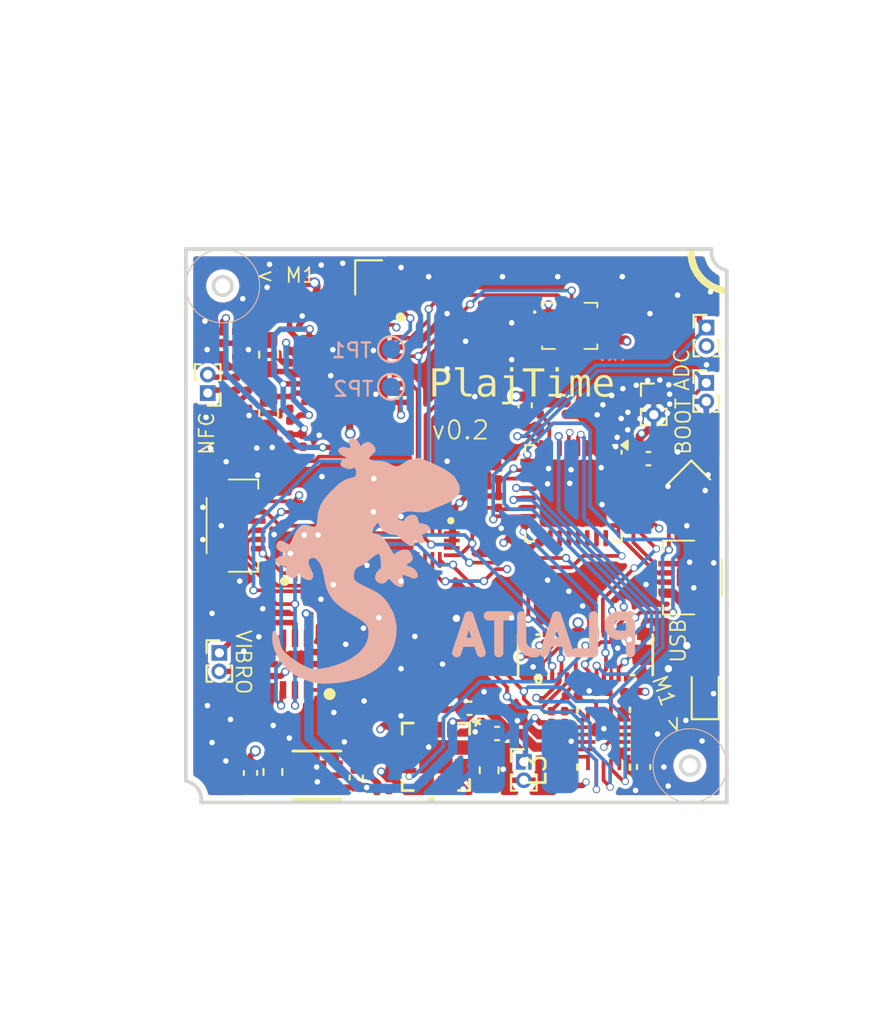
<source format=kicad_pcb>
(kicad_pcb (version 20240108) (generator "pcbnew") (generator_version "8.0")
  (layers (0 "F.Cu" signal) (1 "In1.Cu" signal "GND.Cu") (2 "In2.Cu" signal "PWR.Cu") (31 "B.Cu" signal) (34 "B.Paste" user) (35 "F.Paste" user) (36 "B.SilkS" user "B.Silkscreen") (37 "F.SilkS" user "F.Silkscreen") (38 "B.Mask" user) (39 "F.Mask" user) (44 "Edge.Cuts" user))
  (net 0 "")
  (net 2 "+3.3V")
  (net 4 "/Display/SDA")
  (net 6 "/Display/SCL")
  (net 7 "GND")
  (net 8 "Net-(U2-REGN)")
  (net 10 "/NFC/RFO1")
  (net 11 "Net-(J3-Pin_2)")
  (net 12 "Net-(U2-BTST)")
  (net 13 "/PIC/SW")
  (net 14 "Net-(U2-PMID)")
  (net 15 "Net-(IC2-XTI)")
  (net 16 "Net-(IC2-XTO)")
  (net 17 "Net-(IC2-AGDC)")
  (net 18 "/NFC/RFI2")
  (net 19 "Net-(IC2-VDD_D)")
  (net 20 "Net-(IC2-VDD_A)")
  (net 21 "Net-(IC2-VDD_DR)")
  (net 22 "/NFC/RFI1")
  (net 23 "/NFC/RFO2")
  (net 24 "Net-(IC2-VDD_AM)")
  (net 25 "Net-(C42-Pad1)")
  (net 26 "Net-(C43-Pad1)")
  (net 28 "/Display/ELVSS")
  (net 29 "/DP_RES")
  (net 30 "/Display/QSPI_D1")
  (net 31 "/Display/QSPI_D2")
  (net 32 "/Display/QSPI_D0")
  (net 33 "/Display/QSPI_SCL")
  (net 34 "/Display/QSPI_CS")
  (net 36 "/Display/ELVDD")
  (net 37 "Net-(C44-Pad2)")
  (net 38 "/Display/SWIRE")
  (net 39 "/Display/TP_INT")
  (net 40 "/Display/QSPI_D3")
  (net 41 "/ESP32_C3/USB_D-")
  (net 43 "Net-(U1-CHIP_EN)")
  (net 44 "/ESP32_C3/BOOT")
  (net 46 "/ESP32_C3/USB_D+")
  (net 48 "Net-(U1-XTAL_N)")
  (net 50 "Net-(C7-Pad1)")
  (net 52 "Net-(U1-XTAL_P)")
  (net 53 "/ESP32_C3/RF_ANTENNA")
  (net 54 "/ESP32_C3/INT2")
  (net 57 "/VSYS")
  (net 58 "/Display/FBG")
  (net 59 "/IN+")
  (net 60 "Net-(C1-Pad1)")
  (net 61 "Net-(AE1-A)")
  (net 62 "Net-(C46-Pad2)")
  (net 63 "Net-(U4-VAUX)")
  (net 64 "Net-(J4-Pin_2)")
  (net 65 "Net-(J4-Pin_1)")
  (net 66 "/IMU/INT2")
  (net 73 "Net-(IC2-CSI)")
  (net 74 "Net-(IC2-CSO)")
  (net 75 "/Display/TE")
  (net 76 "Net-(L6-Pad1)")
  (net 77 "Net-(L6-Pad2)")
  (net 78 "Net-(U2-ILIM)")
  (net 79 "Net-(U2-TS_BIAS)")
  (net 83 "Net-(IC3-~{RESET})")
  (net 84 "+1V8")
  (net 85 "/ESP32_C3/ADC")
  (net 86 "/SDA_1V8")
  (net 87 "Net-(J2-Pin_1)")
  (net 88 "/SCL_1V8")
  (net 89 "Net-(U3-SW)")
  (net 90 "Net-(IC6-OUTN)")
  (net 91 "Net-(IC6-OUTP)")
  (net 92 "Net-(D1-A)")
  (net 93 "/OXY_INT")
  (net 94 "/LVL_SHIFT_EN")
  (net 95 "/IMU_INT")
  (net 96 "/NFC_INT")
  (net 97 "/VIC_INT")
  (net 98 "/PIC_INT")
  (net 99 "/1V8_EN")
  (footprint "Resistor_SMD:R_0201_0603Metric" (layer "F.Cu") (at 13.497047 -12.116831)
    (property "Reference" "R9" (hide yes))
    (property "Value" "10K")
  )
  (footprint "Capacitor_SMD:C_0201_0603Metric" (layer "F.Cu") (at -6.285764 -13.440023 180)
    (property "Reference" "C25" (hide yes))
    (property "Value" "10pF")
  )
  (footprint "Capacitor_SMD:C_0201_0603Metric" (layer "F.Cu") (at -2.3706 9.961212)
    (property "Reference" "C51" (hide yes))
    (property "Value" "0.1uF")
  )
  (footprint "Package_DFN_QFN:QFN-32-1EP_5x5mm_P0.5mm_EP3.45x3.45mm" (layer "F.Cu") (at 6.35 -1.7625 -90)
    (property "Reference" "U1" (hide yes))
    (property "Value" "ESP32-C3")
  )
  (footprint "Capacitor_SMD:C_0201_0603Metric" (layer "F.Cu") (at 10.245913 -4.529246)
    (property "Reference" "C5" (hide yes))
    (property "Value" "1uF")
  )
  (footprint "Resistor_SMD:R_0201_0603Metric" (layer "F.Cu") (at -0.44851 -0.910033 180)
    (property "Reference" "R14" (hide yes))
    (property "Value" "10K")
  )
  (footprint "Resistor_SMD:R_0201_0603Metric" (layer "F.Cu") (at 6.268052 9.228296 180)
    (property "Reference" "R6" (hide yes))
    (property "Value" "10K")
  )
  (footprint "Capacitor_SMD:C_0201_0603Metric" (layer "F.Cu") (at 5.253008 -7.019349 90)
    (property "Reference" "C4" (hide yes))
    (property "Value" "0.1uF")
  )
  (footprint "Connector_PinHeader_1.00mm:PinHeader_1x02_P1.00mm_Vertical" (layer "F.Cu") (at 10.706137 -7.021932)
    (property "Reference" "AE1" (hide yes))
    (property "Value" "Antenna_Shield")
  )
  (footprint "Capacitor_SMD:C_0201_0603Metric" (layer "F.Cu") (at -6.467471 -12.636855)
    (property "Reference" "C37" (hide yes))
    (property "Value" "2.2uF")
  )
  (footprint "PlajTime_Library:DRV6_1P6X1" (layer "F.Cu") (at -7.562789 13.522266)
    (property "Reference" "U3" (hide yes))
    (property "Value" "TPS62291DRVR")
  )
  (footprint "Capacitor_SMD:C_0201_0603Metric" (layer "F.Cu") (at 9.419575 8.98287 180)
    (property "Reference" "C17" (hide yes))
    (property "Value" "4.7uF")
  )
  (footprint "Capacitor_SMD:C_0201_0603Metric" (layer "F.Cu") (at -7.883223 -11.92366)
    (property "Reference" "C27" (hide yes))
    (property "Value" "10nF")
  )
  (footprint "PlajTime_Library:SON50P160X120X60-5N-D" (layer "F.Cu") (at -7.852671 -1 180)
    (property "Reference" "IC4" (hide yes))
    (property "Value" "MIC5303-1.8YMT-TR" (hide yes))
  )
  (footprint "Inductor_SMD:L_0603_1608Metric" (layer "F.Cu") (at -9.949946 13.346224 90)
    (property "Reference" "L7" (hide yes))
    (property "Value" "2.2uH 1A")
  )
  (footprint "Connector_PinHeader_1.00mm:PinHeader_1x02_P1.00mm_Vertical" (layer "F.Cu") (at -13.481974 -7.194731 180)
    (property "Reference" "J4" (hide yes))
    (property "Value" "NFC_ANTENNA")
  )
  (footprint "Resistor_SMD:R_0201_0603Metric" (layer "F.Cu") (at 5.872053 10.369501 -90)
    (property "Reference" "R8" (hide yes))
    (property "Value" "5.23K")
  )
  (footprint "Resistor_SMD:R_0201_0603Metric" (layer "F.Cu") (at 11.697491 -5.191574)
    (property "Reference" "R5" (hide yes))
    (property "Value" "10K")
  )
  (footprint "Diode_SMD:D_0603_1608Metric" (layer "F.Cu") (at 13.5 9 90)
    (property "Reference" "D1" (hide yes))
    (property "Value" "D_Schottky")
  )
  (footprint "Capacitor_SMD:C_0201_0603Metric" (layer "F.Cu") (at -11.266735 -10.219133 -90)
    (property "Reference" "C42" (hide yes))
    (property "Value" "680pF")
  )
  (footprint "PlajTime_Library:23287024" (layer "F.Cu") (at 12.805141 2.806979 90)
    (property "Reference" "J10" (hide yes))
    (property "Value" "2328702-4" (hide yes))
  )
  (footprint "Resistor_SMD:R_0201_0603Metric" (layer "F.Cu") (at 10.5 -0.395 90)
    (property "Reference" "R3" (hide yes))
    (property "Value" "10K")
  )
  (footprint "Capacitor_SMD:C_0402_1005Metric" (layer "F.Cu") (at 2.207582 11.263853 180)
    (property "Reference" "C18" (hide yes))
    (property "Value" "10uF")
  )
  (footprint "Capacitor_SMD:C_0201_0603Metric" (layer "F.Cu") (at -0.940214 9.953869 180)
    (property "Reference" "C53" (hide yes))
    (property "Value" "4.7uF")
  )
  (footprint "Connector_PinHeader_1.00mm:PinHeader_1x02_P1.00mm_Vertical" (layer "F.Cu") (at 13.563341 -10.743061)
    (property "Reference" "J7" (hide yes))
    (property "Value" "Phototransistor")
  )
  (footprint "Oscillator:Oscillator_SMD_Abracon_ASCO-4Pin_1.6x1.2mm" (layer "F.Cu") (at 12.6 -2.262777 -45)
    (property "Reference" "Y1" (hide yes))
    (property "Value" "40MHz")
  )
  (footprint "Capacitor_SMD:C_0201_0603Metric" (layer "F.Cu") (at 5.585794 11.435019 180)
    (property "Reference" "C16" (hide yes))
    (property "Value" "1uF")
  )
  (footprint "Capacitor_SMD:C_0201_0603Metric" (layer "F.Cu") (at -7.656935 4.856453)
    (property "Reference" "C54" (hide yes))
    (property "Value" "0.1uF")
  )
  (footprint "PlajTime_Library:RTE16_1P7X1P7" (layer "F.Cu") (at -1.109299 12.524999 -90)
    (property "Reference" "U4" (hide yes))
    (property "Value" "TPS65136RTER")
  )
  (footprint "Capacitor_SMD:C_0201_0603Metric" (layer "F.Cu") (at 6.662595 -6.360701 90)
    (property "Reference" "C7" (hide yes))
    (property "Value" "1uF")
  )
  (footprint "Capacitor_SMD:C_0201_0603Metric" (layer "F.Cu") (at 2.2875 -2.832186 90)
    (property "Reference" "C8" (hide yes))
    (property "Value" "0.1uF")
  )
  (footprint "Capacitor_SMD:C_0201_0603Metric" (layer "F.Cu") (at 8.819318 -9.747348 -90)
    (property "Reference" "C14" (hide yes))
    (property "Value" "0.1uF")
  )
  (footprint "Inductor_SMD:L_0603_1608Metric" (layer "F.Cu") (at -10.181287 -6.101344 -90)
    (property "Reference" "L5" (hide yes))
    (property "Value" "500mΩ 270nH")
  )
  (footprint "Capacitor_SMD:C_0201_0603Metric" (layer "F.Cu") (at -11.970559 -10.215015 -90)
    (property "Reference" "C45" (hide yes))
    (property "Value" "144pF")
  )
  (footprint "Resistor_SMD:R_0201_0603Metric" (layer "F.Cu") (at -11.630764 -7.351402 180)
    (property "Reference" "R11" (hide yes))
    (property "Value" "1.8")
  )
  (footprint "Capacitor_SMD:C_0201_0603Metric" (layer "F.Cu") (at -6.470961 -11.922868)
    (property "Reference" "C33" (hide yes))
    (property "Value" "10nF")
  )
  (footprint "Capacitor_SMD:C_0201_0603Metric" (layer "F.Cu") (at 9.755962 -6.584528 -90)
    (property "Reference" "C11" (hide yes))
    (property "Value" "1pF")
  )
  (footprint "Capacitor_SMD:C_0201_0603Metric" (layer "F.Cu") (at -9.292391 -11.938936 180)
    (property "Reference" "C30" (hide yes))
    (property "Value" "2.2uF")
  )
  (footprint "Capacitor_SMD:C_0201_0603Metric" (layer "F.Cu") (at -3.50963 -4.609569 -90)
    (property "Reference" "C31" (hide yes))
    (property "Value" "1uF")
  )
  (footprint "Capacitor_SMD:C_0201_0603Metric" (layer "F.Cu") (at 8.464991 -5.281336)
    (property "Reference" "C10" (hide yes))
    (property "Value" "1pF")
  )
  (footprint "Resistor_SMD:R_0201_0603Metric" (layer "F.Cu") (at 4.549778 -6.343896 -90)
    (property "Reference" "R2" (hide yes))
    (property "Value" "10K")
  )
  (footprint "Connector_PinHeader_1.00mm:PinHeader_1x02_P1.00mm_Vertical" (layer "F.Cu") (at -12.85407 6.894186)
    (property "Reference" "J8" (hide yes))
    (property "Value" "vibro")
  )
  (footprint "PlajTime_Library:QFN65P300X300X84-12N" (layer "F.Cu") (at -8.75 7.5 180)
    (property "Reference" "IC6" (hide yes))
    (property "Value" "DA7280-00FV2" (hide yes))
  )
  (footprint "Capacitor_SMD:C_0201_0603Metric" (layer "F.Cu") (at -12.676012 -10.216361 -90)
    (property "Reference" "C44" (hide yes))
    (property "Value" "10pF")
  )
  (footprint "Resistor_SMD:R_0201_0603Metric" (layer "F.Cu") (at -3.627592 11.167207 90)
    (property "Reference" "R13" (hide yes))
    (property "Value" "249K")
  )
  (footprint "PlajTime_Library:QFN40P180X260X55-16N" (layer "F.Cu") (at -1.5 1 -90)
    (property "Reference" "IC3" (hide yes))
    (property "Value" "TCA6408ARSVR" (hide yes))
  )
  (footprint "PlajTime_Library:WQFN-HR18__RYK_TEX" (layer "F.Cu") (at 7.990728 11.546767 -90)
    (property "Reference" "U2" (hide yes))
    (property "Value" "BQ25628ERYKR")
  )
  (footprint "Capacitor_SMD:C_0201_0603Metric" (layer "F.Cu") (at -7.887833 -12.640728)
    (property "Reference" "C26" (hide yes))
    (property "Value" "2.2uF")
  )
  (footprint "PlajTime_Library:6pin_conn" (layer "F.Cu") (at -12.145527 -0.006534 -90)
    (property "Reference" "J6" (hide yes))
    (property "Value" "6pin_conn" (hide yes))
  )
  (footprint "Resistor_SMD:R_0201_0603Metric" (layer "F.Cu") (at 2.2875 -1.290805 -90)
    (property "Reference" "R4" (hide yes))
    (property "Value" "10K")
  )
  (footprint "Capacitor_SMD:C_0201_0603Metric" (layer "F.Cu") (at 13.712727 -3.3625 -45)
    (property "Reference" "C1" (hide yes))
    (property "Value" "10pF")
  )
  (footprint "Connector_PinHeader_1.00mm:PinHeader_1x02_P1.00mm_Vertical" (layer "F.Cu") (at 13.553353 -7.739589)
    (property "Reference" "J9" (hide yes))
    (property "Value" "side button")
  )
  (footprint "Capacitor_SMD:C_0201_0603Metric" (layer "F.Cu") (at -9.365403 -11.227072 180)
    (property "Reference" "C28" (hide yes))
    (property "Value" "10nF")
  )
  (footprint "Capacitor_SMD:C_0201_0603Metric" (layer "F.Cu") (at -11.96583 -5.317998 90)
    (property "Reference" "C46" (hide yes))
    (property "Value" "144pF")
  )
  (footprint "Inductor_SMD:L_0201_0603Metric" (layer "F.Cu") (at 8.641672 -6.373985 45)
    (property "Reference" "L2" (hide yes))
    (property "Value" "2.1nH  600mA")
  )
  (footprint "Capacitor_SMD:C_0201_0603Metric" (layer "F.Cu") (at -8.316075 -4.603717 -90)
    (property "Reference" "C34" (hide yes))
    (property "Value" "10nF")
  )
  (footprint "PlajTime_Library:ST25R3916-AQET" (layer "F.Cu") (at -5.535764 -8.440023 -90)
    (property "Reference" "IC2" (hide yes))
    (property "Value" "ST25R3916-AQET" (hide yes))
  )
  (footprint "Capacitor_SMD:C_0201_0603Metric" (layer "F.Cu") (at -11.264894 -5.319546 90)
    (property "Reference" "C43" (hide yes))
    (property "Value" "680pF")
  )
  (footprint "Capacitor_SMD:C_0201_0603Metric" (layer "F.Cu") (at 7.921488 9.03058)
    (property "Reference" "C15" (hide yes))
    (property "Value" "4.7uF")
  )
  (footprint "Capacitor_SMD:C_0201_0603Metric" (layer "F.Cu") (at -3.406374 -12.267079 90)
    (property "Reference" "C32" (hide yes))
    (property "Value" "10nF")
  )
  (footprint "Capacitor_SMD:C_0402_1005Metric" (layer "F.Cu") (at -11.166144 13.398956 -90)
    (property "Reference" "C19" (hide yes))
    (property "Value" "10uF")
  )
  (footprint "Inductor_SMD:L_0603_1608Metric" (layer "F.Cu") (at 1.778315 13.253488 -90)
    (property "Reference" "L6" (hide yes))
    (property "Value" "2.2uH 1.0A")
  )
  (footprint "Capacitor_SMD:C_0201_0603Metric" (layer "F.Cu") (at 10.062892 10.03936 90)
    (property "Reference" "C22" (hide yes))
    (property "Value" "1uF")
  )
  (footprint "Capacitor_SMD:C_0201_0603Metric" (layer "F.Cu") (at -3.076473 -13.328965 180)
    (property "Reference" "C24" (hide yes))
    (property "Value" "10pF")
  )
  (footprint "Capacitor_SMD:C_0201_0603Metric" (layer "F.Cu") (at -6.644034 -4.614066 -90)
    (property "Reference" "C40" (hide yes))
    (property "Value" "220pF")
  )
  (footprint "Inductor_SMD:L_0402_1005Metric" (layer "F.Cu") (at 5.53878 13.275479 90)
    (property "Reference" "L3")
    (property "Value" "1.0uH 0.5A")
  )
  (footprint "Resistor_SMD:R_0201_0603Metric" (layer "F.Cu") (at -11.627494 -8.054476 180)
    (property "Reference" "R10" (hide yes))
    (property "Value" "1.8")
  )
  (footprint "Capacitor_SMD:C_0201_0603Metric" (layer "F.Cu") (at -2.783125 -4.595063 -90)
    (property "Reference" "C29" (hide yes))
    (property "Value" "10nF")
  )
  (footprint "Capacitor_SMD:C_0402_1005Metric" (layer "F.Cu") (at 10.417533 -3.635391)
    (property "Reference" "C6" (hide yes))
    (property "Value" "10uF")
  )
  (footprint "Inductor_SMD:L_0603_1608Metric" (layer "F.Cu") (at -10.181287 -9.275431 90)
    (property "Reference" "L4" (hide yes))
    (property "Value" "500mΩ 270nH")
  )
  (footprint "Capacitor_SMD:C_0201_0603Metric" (layer "F.Cu") (at 2.86889 0.3907 90)
    (property "Reference" "C9" (hide yes))
    (property "Value" "0.1uF")
  )
  (footprint "Resistor_SMD:R_0201_0603Metric" (layer "F.Cu") (at 5.156406 10.369501 -90)
    (property "Reference" "R7" (hide yes))
    (property "Value" "30.1K")
  )
  (footprint "Capacitor_SMD:C_0402_1005Metric" (layer "F.Cu") (at 0.71415 9.896922)
    (property "Reference" "C50" (hide yes))
    (property "Value" "10uF")
  )
  (footprint "PlajTime_Library:ICM42670P" (layer "F.Cu") (at 6.146835 -10.834338)
    (property "Reference" "IC1" (hide yes))
    (property "Value" "ICM-42670-P" (hide yes))
  )
  (footprint "Capacitor_SMD:C_0201_0603Metric" (layer "F.Cu") (at -9.02355 -4.615708 -90)
    (property "Reference" "C38" (hide yes))
    (property "Value" "2.2uF")
  )
  (footprint "Capacitor_SMD:C_0201_0603Metric" (layer "F.Cu") (at -9.081414 -9.161222 -90)
    (property "Reference" "C35" (hide yes))
    (property "Value" "1nF")
  )
  (footprint "Capacitor_SMD:C_0402_1005Metric" (layer "F.Cu") (at 3.731378 -6.524113 -90)
    (property "Reference" "C3" (hide yes))
    (property "Value" "10uF")
  )
  (footprint "Capacitor_SMD:C_0201_0603Metric" (layer "F.Cu") (at -11.619022 -9.161965)
    (property "Reference" "C48" (hide yes))
    (property "Value" "161pF")
  )
  (footprint "Capacitor_SMD:C_0201_0603Metric" (layer "F.Cu") (at -11.620996 -6.369927)
    (property "Reference" "C49" (hide yes))
    (property "Value" "161pF")
  )
  (footprint "Capacitor_SMD:C_0402_1005Metric" (layer "F.Cu") (at -5.429668 13.648956 90)
    (property "Reference" "C23" (hide yes))
    (property "Value" "10uF")
  )
  (footprint "Capacitor_SMD:C_0201_0603Metric" (layer "F.Cu") (at -3.65773 14.005229 90)
    (property "Reference" "C52" (hide yes))
    (property "Value" "4.7uF")
  )
  (footprint "Capacitor_SMD:C_0201_0603Metric" (layer "F.Cu") (at -12.669978 -5.318543 90)
    (property "Reference" "C47" (hide yes))
    (property "Value" "10pF")
  )
  (footprint "Capacitor_SMD:C_0201_0603Metric" (layer "F.Cu") (at -4.226921 -4.614993 90)
    (property "Reference" "C41" (hide yes))
    (property "Value" "220pF")
  )
  (footprint "Capacitor_SMD:C_0201_0603Metric" (layer "F.Cu") (at 10.05494 11.446799 90)
    (property "Reference" "C21" (hide yes))
    (property "Value" "0.1uF")
  )
  (footprint "Capacitor_SMD:C_0402_1005Metric" (layer "F.Cu") (at 10.158312 13.076884 -90)
    (property "Reference" "C20" (hide yes))
    (property "Value" "10uF")
  )
  (footprint "Capacitor_SMD:C_0201_0603Metric" (layer "F.Cu") (at -2.706164 -12.267079 90)
    (property "Reference" "C36" (hide yes))
    (property "Value" "2.2uF")
  )
  (footprint "Capacitor_SMD:C_0201_0603Metric" (layer "F.Cu") (at 13.488523 -1.341244 45)
    (property "Reference" "C2" (hide yes))
    (property "Value" "10pF")
  )
  (footprint "Oscillator:Oscillator_SMD_Abracon_ASCO-4Pin_1.6x1.2mm" (layer "F.Cu") (at -4.685763 -13.390024)
    (property "Reference" "Y2" (hide yes))
    (property "Value" "27.12MHz")
  )
  (footprint "Resistor_SMD:R_0201_0603Metric" (layer "F.Cu") (at 10.530917 -2.533553)
    (property "Reference" "R1" (hide yes))
    (property "Value" "0")
  )
  (footprint "Resistor_SMD:R_0201_0603Metric" (layer "F.Cu") (at -3.618774 12.587036 90)
    (property "Reference" "R12" (hide yes))
    (property "Value" "464K")
  )
  (footprint "PlajTime_Library:SON40P120X180X40-8N" (layer "F.Cu") (at -8.111268 2.011352 90)
    (property "Reference" "IC5" (hide yes))
    (property "Value" "TXS0102DQMR" (hide yes))
  )
  (footprint "Capacitor_SMD:C_0201_0603Metric" (layer "F.Cu") (at 8.112249 -9.743773 -90)
    (property "Reference" "C13" (hide yes))
    (property "Value" "0.1uF")
  )
  (footprint "Connector_PinHeader_1.00mm:PinHeader_1x02_P1.00mm_Vertical" (layer "F.Cu") (at 3.658547 12.79747)
    (property "Reference" "J2" (hide yes))
    (property "Value" "TERMISTOR")
  )
  (footprint "Inductor_SMD:L_0201_0603Metric" (layer "F.Cu") (at 5.955479 -6.3625 -90)
    (property "Reference" "L1" (hide yes))
    (property "Value" "2.0nH 500mA")
  )
  (footprint "Capacitor_SMD:C_0201_0603Metric" (layer "F.Cu") (at -9.031106 -6.019543 90)
    (property "Reference" "C39" (hide yes))
    (property "Value" "2.2uF")
  )
  (footprint "PlajTime_Library:CONN-SMD_24P-P0.40_OK-14GF024-04_2.1INCH" (layer "F.Cu") (at 7 7)
    (property "Reference" "J5" (hide yes))
    (property "Value" "Conn_02x12_Counter_Clockwise_MountingPin")
  )
  (footprint "Capacitor_SMD:C_0201_0603Metric" (layer "F.Cu") (at 6.094953 -9.125165)
    (property "Reference" "C12" (hide yes))
    (property "Value" "10nF")
  )
  (footprint "PlajTime_Library:BattSolderPads" (layer "B.Cu") (at 1.627756 12.5)
    (property "Reference" "J3" (hide yes))
    (property "Value" "BAT_CONN")
  )
  (footprint "TestPoint:TestPoint_Pad_D1.0mm" (layer "B.Cu") (at -3.541823 -7.530362)
    (property "Reference" "TP2")
    (property "Value" "TestPoint")
  )
  (footprint "TestPoint:TestPoint_Pad_D1.0mm" (layer "B.Cu") (at -3.541823 -9.569382)
    (property "Reference" "TP1")
    (property "Value" "TestPoint")
  )
  (gr_poly (pts (xy -5.676113 -4.760318) (xy -5.66834 -4.760048) (xy -5.659788 -4.759549) (xy -5.639965 -4.757936) (xy -5.626815 -4.756417) (xy -5.613572 -4.754248) (xy -5.600253 -4.751444) (xy -5.586877 -4.748021) (xy -5.560023 -4.739373) (xy -5.533156 -4.728419) (xy -5.506419 -4.715277) (xy -5.479956 -4.700061) (xy -5.453912 -4.682889) (xy -5.428431 -4.663877) (xy -5.403656 -4.643142) (xy -5.379733 -4.620798) (xy -5.356805 -4.596963) (xy -5.335016 -4.571753) (xy -5.314511 -4.545284) (xy -5.295434 -4.517672) (xy -5.277929 -4.489035) (xy -5.26214 -4.459487) (xy -5.254851 -4.444928) (xy -5.247336 -4.430329) (xy -5.232011 -4.401642) (xy -5.216934 -4.374692) (xy -5.202874 -4.350743) (xy -5.196465 -4.340289) (xy -5.190599 -4.331061) (xy -5.185372 -4.323215) (xy -5.18088 -4.31691) (xy -5.177219 -4.312304) (xy -5.174485 -4.309555) (xy -5.173495 -4.308927) (xy -5.172774 -4.308822) (xy -5.172332 -4.309261) (xy -5.172182 -4.310262) (xy -5.172136 -4.310967) (xy -5.171997 -4.311886) (xy -5.171419 -4.314331) (xy -5.170413 -4.317531) (xy -5.168946 -4.321419) (xy -5.168029 -4.323601) (xy -5.166983 -4.32593) (xy -5.165805 -4.328398) (xy -5.16449 -4.330997) (xy -5.163034 -4.333717) (xy -5.161433 -4.336552) (xy -5.159682 -4.339493) (xy -5.157777 -4.34253) (xy -5.155721 -4.345619) (xy -5.153514 -4.348737) (xy -5.148608 -4.355169) (xy -5.142981 -4.362047) (xy -5.136553 -4.369591) (xy -5.120983 -4.38755) (xy -5.111685 -4.398405) (xy -5.101273 -4.410804) (xy -5.093665 -4.418445) (xy -5.082097 -4.427874) (xy -5.066967 -4.438715) (xy -5.048672 -4.45059) (xy -5.027608 -4.463124) (xy -5.004171 -4.475939) (xy -4.97876 -4.48866) (xy -4.95177 -4.500909) (xy -4.923598 -4.51231) (xy -4.89464 -4.522487) (xy -4.865295 -4.531063) (xy -4.835957 -4.537661) (xy -4.807025 -4.541905) (xy -4.792834 -4.543026) (xy -4.778894 -4.543418) (xy -4.765253 -4.543033) (xy -4.751961 -4.541824) (xy -4.739068 -4.539744) (xy -4.726624 -4.536746) (xy -4.712473 -4.532225) (xy -4.699289 -4.527359) (xy -4.686917 -4.522099) (xy -4.675202 -4.516394) (xy -4.66399 -4.510193) (xy -4.653127 -4.503447) (xy -4.642459 -4.496106) (xy -4.631832 -4.488118) (xy -4.621091 -4.479434) (xy -4.610083 -4.470004) (xy -4.598652 -4.459776) (xy -4.586646 -4.448702) (xy -4.529773 -4.394929) (xy -4.506792 -4.372707) (xy -4.496722 -4.362682) (xy -4.487488 -4.353202) (xy -4.479006 -4.344133) (xy -4.471192 -4.335339) (xy -4.463963 -4.326686) (xy -4.457234 -4.31804) (xy -4.450923 -4.309266) (xy -4.444946 -4.300229) (xy -4.439218 -4.290795) (xy -4.433657 -4.280829) (xy -4.428178 -4.270197) (xy -4.422698 -4.258765) (xy -4.417132 -4.246396) (xy -4.411399 -4.232958) (xy -4.40527 -4.217907) (xy -4.400057 -4.202993) (xy -4.395705 -4.188252) (xy -4.392161 -4.173716) (xy -4.389372 -4.15942) (xy -4.387285 -4.145398) (xy -4.385846 -4.131683) (xy -4.385001 -4.11831) (xy -4.384698 -4.105312) (xy -4.384883 -4.092723) (xy -4.385502 -4.080578) (xy -4.386503 -4.068909) (xy -4.387831 -4.057752) (xy -4.389434 -4.04714) (xy -4.391257 -4.037107) (xy -4.393248 -4.027687) (xy -4.393988 -4.024997) (xy -4.39513 -4.022066) (xy -4.398566 -4.015515) (xy -4.40344 -4.008103) (xy -4.409639 -3.999899) (xy -4.417048 -3.990971) (xy -4.425552 -3.981389) (xy -4.445389 -3.960536) (xy -4.468233 -3.93789) (xy -4.493168 -3.914002) (xy -4.545649 -3.864704) (xy -4.56595 -3.845546) (xy -4.585526 -3.826631) (xy -4.604296 -3.808054) (xy -4.622179 -3.789909) (xy -4.639095 -3.772292) (xy -4.654963 -3.755296) (xy -4.669702 -3.739017) (xy -4.683232 -3.723548) (xy -4.695472 -3.708985) (xy -4.706341 -3.695422) (xy -4.71576 -3.682953) (xy -4.723647 -3.671674) (xy -4.729921 -3.661677) (xy -4.734503 -3.65306) (xy -4.736134 -3.649297) (xy -4.737311 -3.645915) (xy -4.738025 -3.642924) (xy -4.738265 -3.640337) (xy -4.737935 -3.639373) (xy -4.736967 -3.638084) (xy -4.735391 -3.63649) (xy -4.733238 -3.634615) (xy -4.727326 -3.630105) (xy -4.71948 -3.624726) (xy -4.709946 -3.618654) (xy -4.698974 -3.61206) (xy -4.686812 -3.605118) (xy -4.673707 -3.598003) (xy -4.657854 -3.590195) (xy -4.640545 -3.582666) (xy -4.621912 -3.575447) (xy -4.602087 -3.568569) (xy -4.581202 -3.562063) (xy -4.559388 -3.55596) (xy -4.536777 -3.550291) (xy -4.513501 -3.545087) (xy -4.489692 -3.540379) (xy -4.465482 -3.536198) (xy -4.441001 -3.532576) (xy -4.416383 -3.529543) (xy -4.391758 -3.527129) (xy -4.367259 -3.525367) (xy -4.343017 -3.524287) (xy -4.319165 -3.52392) (xy -4.265248 -3.523287) (xy -4.212625 -3.521384) (xy -4.161272 -3.518207) (xy -4.111169 -3.51375) (xy -4.062294 -3.50801) (xy -4.014625 -3.500982) (xy -3.968141 -3.492661) (xy -3.922819 -3.483042) (xy -3.878638 -3.472121) (xy -3.835577 -3.459893) (xy -3.793613 -3.446354) (xy -3.752725 -3.431498) (xy -3.712891 -3.415322) (xy -3.67409 -3.39782) (xy -3.6363 -3.378987) (xy -3.599498 -3.35882) (xy -3.566511 -3.339906) (xy -3.536071 -3.322796) (xy -3.507971 -3.30741) (xy -3.482007 -3.293667) (xy -3.457971 -3.281487) (xy -3.435657 -3.270789) (xy -3.41486 -3.261492) (xy -3.395372 -3.253516) (xy -3.376988 -3.246781) (xy -3.359502 -3.241205) (xy -3.342708 -3.236708) (xy -3.326399 -3.233209) (xy -3.310368 -3.230629) (xy -3.294411 -3.228885) (xy -3.27832 -3.227898) (xy -3.26189 -3.227587) (xy -3.240076 -3.228018) (xy -3.218893 -3.229398) (xy -3.198055 -3.231856) (xy -3.177273 -3.235524) (xy -3.156262 -3.240532) (xy -3.134735 -3.247009) (xy -3.112405 -3.255086) (xy -3.088985 -3.264893) (xy -3.064188 -3.276561) (xy -3.037728 -3.290219) (xy -3.009318 -3.305998) (xy -2.97867 -3.324028) (xy -2.945499 -3.344439) (xy -2.909517 -3.367362) (xy -2.827974 -3.421262) (xy -2.744698 -3.476225) (xy -2.709104 -3.498937) (xy -2.676516 -3.51886) (xy -2.646167 -3.536291) (xy -2.617289 -3.551524) (xy -2.589114 -3.564853) (xy -2.560877 -3.576573) (xy -2.531808 -3.586978) (xy -2.501141 -3.596363) (xy -2.468108 -3.605022) (xy -2.431942 -3.613251) (xy -2.391875 -3.621343) (xy -2.347141 -3.629593) (xy -2.240599 -3.647746) (xy -2.170583 -3.658736) (xy -2.14053 -3.662924) (xy -2.113268 -3.666217) (xy -2.088411 -3.668598) (xy -2.065577 -3.670051) (xy -2.044379 -3.670558) (xy -2.024434 -3.670103) (xy -2.005357 -3.668668) (xy -1.986764 -3.666235) (xy -1.96827 -3.662789) (xy -1.949491 -3.658312) (xy -1.930042 -3.652787) (xy -1.909539 -3.646197) (xy -1.887597 -3.638525) (xy -1.863832 -3.629754) (xy -1.716081 -3.571818) (xy -1.557329 -3.505995) (xy -1.392847 -3.434714) (xy -1.227906 -3.360408) (xy -1.067777 -3.285506) (xy -0.917732 -3.21244) (xy -0.78304 -3.14364) (xy -0.668973 -3.081538) (xy -0.624976 -3.055743) (xy -0.580507 -3.02853) (xy -0.535886 -3.000146) (xy -0.491431 -2.970838) (xy -0.447461 -2.940854) (xy -0.404294 -2.91044) (xy -0.362249 -2.879843) (xy -0.321645 -2.849312) (xy -0.282799 -2.819091) (xy -0.246031 -2.78943) (xy -0.211659 -2.760575) (xy -0.180002 -2.732773) (xy -0.151378 -2.706271) (xy -0.126106 -2.681316) (xy -0.104504 -2.658156) (xy -0.08689 -2.637038) (xy -0.079323 -2.626524) (xy -0.06987 -2.612427) (xy -0.059175 -2.595867) (xy -0.047883 -2.577965) (xy -0.026085 -2.542612) (xy -0.009633 -2.515329) (xy 0.000226 -2.499661) (xy 0.004883 -2.492147) (xy 0.009329 -2.484816) (xy 0.013542 -2.477647) (xy 0.0175 -2.470618) (xy 0.021183 -2.463706) (xy 0.024567 -2.45689) (xy 0.03817 -2.42503) (xy 0.043778 -2.413005) (xy 0.050485 -2.399751) (xy 0.054284 -2.392723) (xy 0.058398 -2.385462) (xy 0.062842 -2.377992) (xy 0.067627 -2.370337) (xy 0.092075 -2.331015) (xy 0.113838 -2.292351) (xy 0.132934 -2.254232) (xy 0.149383 -2.216548) (xy 0.163202 -2.179186) (xy 0.174411 -2.142035) (xy 0.183027 -2.104983) (xy 0.18907 -2.067918) (xy 0.192558 -2.03073) (xy 0.19351 -1.993306) (xy 0.191944 -1.955535) (xy 0.18788 -1.917304) (xy 0.181334 -1.878504) (xy 0.172327 -1.839021) (xy 0.160876 -1.798744) (xy 0.147001 -1.757562) (xy 0.142543 -1.746346) (xy 0.137129 -1.734556) (xy 0.130798 -1.722239) (xy 0.123586 -1.709441) (xy 0.115531 -1.696209) (xy 0.106669 -1.68259) (xy 0.097039 -1.66863) (xy 0.086677 -1.654375) (xy 0.07562 -1.639872) (xy 0.063906 -1.625167) (xy 0.051572 -1.610308) (xy 0.038655 -1.59534) (xy 0.025192 -1.58031) (xy 0.011221 -1.565264) (xy -0.003222 -1.550249) (xy -0.018098 -1.535312) (xy -0.053261 -1.50191) (xy -0.089604 -1.469805) (xy -0.127587 -1.438758) (xy -0.167671 -1.408527) (xy -0.210315 -1.378873) (xy -0.255982 -1.349556) (xy -0.30513 -1.320335) (xy -0.35822 -1.29097) (xy -0.415714 -1.26122) (xy -0.47807 -1.230845) (xy -0.619215 -1.16726) (xy -0.785339 -1.098293) (xy -0.980124 -1.022021) (xy -1.057462 -0.991823) (xy -1.128538 -0.963399) (xy -1.192445 -0.937133) (xy -1.248278 -0.913409) (xy -1.295132 -0.892612) (xy -1.332102 -0.875127) (xy -1.346597 -0.867746) (xy -1.358281 -0.861338) (xy -1.367041 -0.855949) (xy -1.372765 -0.851629) (xy -1.38484 -0.84225) (xy -1.399122 -0.83281) (xy -1.415434 -0.82337) (xy -1.433603 -0.813992) (xy -1.453451 -0.804737) (xy -1.474805 -0.795669) (xy -1.49749 -0.786849) (xy -1.521329 -0.778339) (xy -1.546148 -0.770201) (xy -1.571771 -0.762497) (xy -1.598024 -0.75529) (xy -1.624731 -0.74864) (xy -1.651717 -0.74261) (xy -1.678807 -0.737263) (xy -1.705826 -0.73266) (xy -1.732598 -0.728862) (xy -1.77333 -0.724567) (xy -1.814371 -0.722082) (xy -1.85901 -0.721532) (xy -1.910531 -0.723041) (xy -1.972222 -0.726733) (xy -2.04737 -0.732732) (xy -2.251182 -0.752146) (xy -2.306926 -0.757613) (xy -2.359591 -0.762101) (xy -2.409372 -0.765596) (xy -2.456465 -0.768087) (xy -2.501066 -0.769561) (xy -2.543369 -0.770005) (xy -2.583569 -0.769408) (xy -2.621863 -0.767756) (xy -2.658445 -0.765038) (xy -2.693511 -0.761241) (xy -2.727257 -0.756352) (xy -2.759876 -0.75036) (xy -2.791566 -0.743251) (xy -2.822521 -0.735014) (xy -2.852936 -0.725636) (xy -2.883007 -0.715104) (xy -2.911453 -0.703947) (xy -2.938435 -0.691535) (xy -2.963925 -0.677901) (xy -2.987898 -0.66308) (xy -3.010326 -0.647105) (xy -3.031184 -0.630011) (xy -3.050445 -0.611832) (xy -3.068083 -0.592602) (xy -3.084071 -0.572354) (xy -3.098384 -0.551124) (xy -3.110994 -0.528945) (xy -3.121876 -0.505851) (xy -3.131003 -0.481877) (xy -3.138348 -0.457056) (xy -3.143886 -0.431423) (xy -3.14759 -0.405012) (xy -3.149909 -0.38201) (xy -3.150432 -0.372642) (xy -3.150269 -0.364465) (xy -3.14987 -0.360768) (xy -3.149226 -0.357304) (xy -3.148313 -0.354051) (xy -3.147106 -0.350988) (xy -3.145582 -0.348091) (xy -3.143716 -0.34534) (xy -3.141483 -0.342714) (xy -3.138859 -0.340189) (xy -3.135819 -0.337745) (xy -3.13234 -0.335361) (xy -3.123964 -0.330681) (xy -3.113535 -0.325976) (xy -3.100858 -0.321073) (xy -3.085738 -0.315798) (xy -3.06798 -0.309977) (xy -3.023765 -0.296004) (xy -2.999396 -0.288392) (xy -2.977738 -0.28184) (xy -2.958576 -0.276368) (xy -2.949864 -0.274042) (xy -2.941695 -0.271993) (xy -2.934042 -0.270223) (xy -2.926878 -0.268734) (xy -2.920177 -0.267529) (xy -2.913911 -0.26661) (xy -2.908054 -0.26598) (xy -2.902579 -0.26564) (xy -2.897457 -0.265593) (xy -2.892664 -0.265841) (xy -2.888172 -0.266387) (xy -2.883953 -0.267233) (xy -2.879981 -0.268382) (xy -2.876229 -0.269835) (xy -2.87267 -0.271595) (xy -2.869277 -0.273664) (xy -2.866023 -0.276045) (xy -2.862882 -0.27874) (xy -2.859826 -0.281751) (xy -2.856828 -0.28508) (xy -2.853861 -0.288731) (xy -2.850899 -0.292705) (xy -2.847915 -0.297004) (xy -2.844881 -0.301631) (xy -2.838557 -0.311879) (xy -2.830134 -0.325535) (xy -2.820435 -0.339821) (xy -2.809598 -0.354597) (xy -2.797761 -0.369723) (xy -2.785062 -0.38506) (xy -2.77164 -0.400469) (xy -2.757631 -0.415809) (xy -2.743174 -0.430941) (xy -2.728408 -0.445726) (xy -2.713469 -0.460025) (xy -2.698496 -0.473697) (xy -2.683627 -0.486603) (xy -2.668999 -0.498604) (xy -2.654752 -0.50956) (xy -2.641022 -0.519331) (xy -2.627948 -0.527779) (xy -2.602239 -0.542313) (xy -2.576359 -0.555347) (xy -2.550386 -0.566872) (xy -2.524397 -0.576876) (xy -2.498471 -0.585348) (xy -2.472684 -0.592277) (xy -2.447113 -0.597653) (xy -2.421838 -0.601465) (xy -2.396935 -0.603702) (xy -2.372481 -0.604353) (xy -2.348554 -0.603407) (xy -2.325232 -0.600853) (xy -2.302592 -0.596681) (xy -2.280711 -0.59088) (xy -2.259668 -0.583438) (xy -2.23954 -0.574345) (xy -2.226449 -0.567066) (xy -2.213788 -0.559158) (xy -2.201585 -0.550681) (xy -2.189871 -0.541695) (xy -2.178674 -0.532261) (xy -2.168024 -0.522437) (xy -2.157951 -0.512284) (xy -2.148484 -0.501861) (xy -2.139652 -0.491228) (xy -2.131486 -0.480445) (xy -2.124014 -0.469572) (xy -2.117266 -0.458669) (xy -2.111271 -0.447796) (xy -2.106059 -0.437011) (xy -2.10166 -0.426376) (xy -2.098102 -0.415949) (xy -2.086023 -0.376176) (xy -2.080518 -0.357038) (xy -2.075293 -0.338123) (xy -2.070291 -0.319223) (xy -2.065455 -0.30013) (xy -2.05605 -0.260536) (xy -2.053647 -0.250687) (xy -2.051132 -0.241553) (xy -2.04855 -0.233049) (xy -2.045942 -0.225088) (xy -2.036087 -0.196947) (xy -2.033977 -0.190404) (xy -2.032093 -0.183885) (xy -2.030476 -0.177304) (xy -2.029169 -0.170573) (xy -2.028213 -0.163607) (xy -2.02765 -0.156318) (xy -2.027523 -0.148621) (xy -2.027873 -0.140429) (xy -1.94109 -0.134079) (xy -1.906569 -0.130547) (xy -1.872211 -0.12562) (xy -1.838242 -0.119466) (xy -1.804888 -0.11225) (xy -1.772374 -0.104142) (xy -1.740926 -0.095309) (xy -1.710769 -0.085917) (xy -1.682129 -0.076135) (xy -1.655232 -0.066129) (xy -1.630303 -0.056068) (xy -1.607568 -0.046118) (xy -1.587252 -0.036448) (xy -1.56958 -0.027223) (xy -1.554779 -0.018613) (xy -1.543074 -0.010784) (xy -1.534691 -0.003904) (xy -1.50752 0.021556) (xy -1.493991 0.034627) (xy -1.487384 0.041333) (xy -1.480937 0.048187) (xy -1.47469 0.055212) (xy -1.468685 0.062433) (xy -1.462963 0.069875) (xy -1.457564 0.077563) (xy -1.452529 0.085521) (xy -1.447899 0.093773) (xy -1.443716 0.102345) (xy -1.44002 0.11126) (xy -1.436786 0.12052) (xy -1.433957 0.130063) (xy -1.431532 0.139827) (xy -1.429511 0.149747) (xy -1.427892 0.15976) (xy -1.426674 0.169801) (xy -1.425856 0.179806) (xy -1.425435 0.189712) (xy -1.425412 0.199454) (xy -1.425784 0.208969) (xy -1.42655 0.218193) (xy -1.427709 0.227062) (xy -1.42926 0.235511) (xy -1.431202 0.243477) (xy -1.433532 0.250896) (xy -1.43625 0.257704) (xy -1.442733 0.272011) (xy -1.446329 0.278941) (xy -1.450601 0.28588) (xy -1.455877 0.292947) (xy -1.462487 0.300261) (xy -1.47076 0.30794) (xy -1.481026 0.316103) (xy -1.493614 0.324869) (xy -1.508852 0.334356) (xy -1.527071 0.344684) (xy -1.548599 0.35597) (xy -1.573765 0.368334) (xy -1.6029 0.381895) (xy -1.636332 0.39677) (xy -1.67439 0.413079) (xy -1.77297 0.453863) (xy -1.79751 0.464664) (xy -1.820331 0.47553) (xy -1.830835 0.48096) (xy -1.840595 0.486372) (xy -1.849506 0.491756) (xy -1.857463 0.4971) (xy -1.85893 0.498087) (xy -1.860132 0.499154) (xy -1.861072 0.500336) (xy -1.861752 0.501667) (xy -1.862175 0.503181) (xy -1.862345 0.504911) (xy -1.862265 0.506892) (xy -1.861937 0.509157) (xy -1.861364 0.511741) (xy -1.860549 0.514677) (xy -1.859496 0.517999) (xy -1.858207 0.521741) (xy -1.854933 0.530622) (xy -1.850751 0.541591) (xy -1.847422 0.55019) (xy -1.843961 0.558413) (xy -1.836736 0.574573) (xy -1.833016 0.582932) (xy -1.829255 0.591758) (xy -1.825475 0.601261) (xy -1.821697 0.611653) (xy -1.820171 0.615902) (xy -1.818573 0.620037) (xy -1.815171 0.628067) (xy -1.811505 0.635938) (xy -1.807592 0.643847) (xy -1.799078 0.660561) (xy -1.794508 0.669759) (xy -1.789748 0.67978) (xy -1.763667 0.723751) (xy -1.750548 0.746935) (xy -1.738285 0.769989) (xy -1.732687 0.78125) (xy -1.727559 0.792218) (xy -1.722987 0.802806) (xy -1.719054 0.812926) (xy -1.715848 0.822492) (xy -1.713451 0.831418) (xy -1.711951 0.839615) (xy -1.711564 0.843413) (xy -1.711432 0.846996) (xy -1.71154 0.850949) (xy -1.711863 0.854868) (xy -1.712397 0.858751) (xy -1.71314 0.862594) (xy -1.714089 0.866396) (xy -1.715241 0.870153) (xy -1.716595 0.873863) (xy -1.718146 0.877523) (xy -1.719893 0.88113) (xy -1.721832 0.884682) (xy -1.726278 0.891608) (xy -1.731461 0.89828) (xy -1.737361 0.904676) (xy -1.743956 0.910774) (xy -1.751223 0.916553) (xy -1.759141 0.921991) (xy -1.767689 0.927066) (xy -1.776844 0.931757) (xy -1.786586 0.936041) (xy -1.796892 0.939898) (xy -1.80774 0.943305) (xy -1.819491 0.9459) (xy -1.832439 0.947745) (xy -1.84647 0.948858) (xy -1.861467 0.949258) (xy -1.877313 0.948963) (xy -1.893893 0.947993) (xy -1.91109 0.946365) (xy -1.928787 0.944098) (xy -1.946869 0.941212) (xy -1.965219 0.937724) (xy -1.983721 0.933653) (xy -2.002258 0.929017) (xy -2.020715 0.923836) (xy -2.038975 0.918128) (xy -2.056922 0.911911) (xy -2.07444 0.905205) (xy -2.080789 0.902739) (xy -2.086749 0.900488) (xy -2.097556 0.896561) (xy -2.10697 0.893282) (xy -2.115099 0.89051) (xy -2.122053 0.888103) (xy -2.127942 0.88592) (xy -2.130521 0.884867) (xy -2.132874 0.883818) (xy -2.135016 0.882753) (xy -2.136959 0.881655) (xy -2.146948 0.875239) (xy -2.151195 0.872455) (xy -2.155022 0.869866) (xy -2.158486 0.867407) (xy -2.1601 0.866206) (xy -2.161646 0.865012) (xy -2.163129 0.863817) (xy -2.164559 0.862614) (xy -2.165941 0.861394) (xy -2.167283 0.860149) (xy -2.191856 0.839711) (xy -2.211206 0.823899) (xy -2.232358 0.806981) (xy -2.253133 0.790927) (xy -2.262698 0.783839) (xy -2.271351 0.777704) (xy -2.27882 0.772769) (xy -2.284833 0.769279) (xy -2.287208 0.768154) (xy -2.289116 0.767482) (xy -2.290525 0.767294) (xy -2.291399 0.767621) (xy -2.291579 0.767851) (xy -2.291722 0.76814) (xy -2.291901 0.768893) (xy -2.29194 0.769866) (xy -2.291845 0.771045) (xy -2.29162 0.772416) (xy -2.291268 0.773965) (xy -2.290796 0.775679) (xy -2.290208 0.777543) (xy -2.289508 0.779544) (xy -2.288701 0.781667) (xy -2.287792 0.783899) (xy -2.286785 0.786225) (xy -2.284497 0.791105) (xy -2.281874 0.796196) (xy -2.278177 0.804577) (xy -2.275023 0.815222) (xy -2.272409 0.827813) (xy -2.270331 0.842036) (xy -2.268786 0.857573) (xy -2.267772 0.874108) (xy -2.267285 0.891326) (xy -2.267321 0.908909) (xy -2.267879 0.926542) (xy -2.268954 0.943908) (xy -2.270544 0.960692) (xy -2.272646 0.976576) (xy -2.275256 0.991245) (xy -2.278372 1.004382) (xy -2.28199 1.015671) (xy -2.286107 1.024796) (xy -2.291117 1.033279) (xy -2.296609 1.041265) (xy -2.302563 1.048752) (xy -2.308958 1.05574) (xy -2.315774 1.062227) (xy -2.322991 1.068212) (xy -2.330587 1.073694) (xy -2.338544 1.078672) (xy -2.34684 1.083144) (xy -2.355455 1.08711) (xy -2.364369 1.090568) (xy -2.373562 1.093518) (xy -2.383013 1.095957) (xy -2.392701 1.097885) (xy -2.402607 1.0993) (xy -2.41271 1.100202) (xy -2.42299 1.10059) (xy -2.433426 1.100461) (xy -2.443998 1.099816) (xy -2.454686 1.098652) (xy -2.465469 1.096969) (xy -2.476327 1.094766) (xy -2.48724 1.09204) (xy -2.498187 1.088792) (xy -2.520103 1.080723) (xy -2.531031 1.075899) (xy -2.541911 1.070548) (xy -2.552725 1.064669) (xy -2.56345 1.058259) (xy -2.574068 1.051319) (xy -2.584557 1.043846) (xy -2.592185 1.037835) (xy -2.601975 1.03044) (xy -2.61334 1.022139) (xy -2.62569 1.013408) (xy -2.638438 1.004727) (xy -2.650993 0.996571) (xy -2.662769 0.98942) (xy -2.668179 0.98637) (xy -2.673174 0.983751) (xy -2.685046 0.976619) (xy -2.701075 0.966038) (xy -2.743214 0.93632) (xy -2.794802 0.898174) (xy -2.851054 0.855178) (xy -2.907181 0.810909) (xy -2.958396 0.768945) (xy -2.999912 0.732862) (xy -3.015536 0.718144) (xy -3.02694 0.706238) (xy -3.038627 0.692144) (xy -3.051398 0.676137) (xy -3.078454 0.641645) (xy -3.091868 0.624791) (xy -3.104624 0.609287) (xy -3.11062 0.602295) (xy -3.116288 0.595947) (xy -3.121574 0.590344) (xy -3.126424 0.585588) (xy -3.131018 0.580869) (xy -3.135315 0.576071) (xy -3.14375 0.566309) (xy -3.148256 0.561379) (xy -3.1532 0.556441) (xy -3.158766 0.551511) (xy -3.165137 0.546608) (xy -3.172498 0.541749) (xy -3.181032 0.536952) (xy -3.190924 0.532233) (xy -3.202357 0.527612) (xy -3.215516 0.523105) (xy -3.230583 0.51873) (xy -3.247744 0.514504) (xy -3.267182 0.510446) (xy -3.317585 0.500516) (xy -3.358463 0.492719) (xy -3.392197 0.486708) (xy -3.421169 0.482136) (xy -3.44776 0.478655) (xy -3.474351 0.475918) (xy -3.503322 0.473578) (xy -3.537057 0.471288) (xy -3.554384 0.4697) (xy -3.571052 0.467712) (xy -3.587068 0.465321) (xy -3.602442 0.462523) (xy -3.617184 0.459317) (xy -3.631302 0.455698) (xy -3.644807 0.451664) (xy -3.657707 0.447211) (xy -3.670011 0.442336) (xy -3.68173 0.437036) (xy -3.692872 0.431309) (xy -3.703447 0.425151) (xy -3.713463 0.418558) (xy -3.722931 0.411529) (xy -3.731859 0.404059) (xy -3.740257 0.396146) (xy -3.743764 0.392811) (xy -3.747527 0.38956) (xy -3.751528 0.386402) (xy -3.755751 0.383347) (xy -3.760179 0.380403) (xy -3.764795 0.37758) (xy -3.769581 0.374887) (xy -3.77452 0.372334) (xy -3.779596 0.369929) (xy -3.784792 0.367683) (xy -3.790089 0.365604) (xy -3.795472 0.363702) (xy -3.800923 0.361985) (xy -3.806425 0.360465) (xy -3.811962 0.359148) (xy -3.817515 0.358046) (xy -3.822752 0.357083) (xy -3.828501 0.355797) (xy -3.841311 0.352357) (xy -3.855485 0.347926) (xy -3.870564 0.3427) (xy -3.88609 0.336879) (xy -3.901603 0.330662) (xy -3.916645 0.324246) (xy -3.930757 0.31783) (xy -3.940332 0.312944) (xy -3.949261 0.308164) (xy -3.95762 0.303421) (xy -3.965484 0.298647) (xy -3.972925 0.293774) (xy -3.980019 0.288734) (xy -3.98684 0.283457) (xy -3.993463 0.277877) (xy -3.999962 0.271925) (xy -4.006411 0.265533) (xy -4.012885 0.258632) (xy -4.019458 0.251155) (xy -4.026205 0.243032) (xy -4.0332 0.234196) (xy -4.040517 0.224579) (xy -4.048232 0.214113) (xy -4.061021 0.196325) (xy -4.073946 0.177177) (xy -4.086946 0.156798) (xy -4.099958 0.135317) (xy -4.125771 0.089562) (xy -4.15089 0.040943) (xy -4.174818 -0.009512) (xy -4.19706 -0.060773) (xy -4.217118 -0.11181) (xy -4.234498 -0.161595) (xy -4.235572 -0.16427) (xy -4.236179 -0.165375) (xy -4.23684 -0.166321) (xy -4.237561 -0.167104) (xy -4.238347 -0.16772) (xy -4.239203 -0.168168) (xy -4.240137 -0.168441) (xy -4.241153 -0.168538) (xy -4.242256 -0.168455) (xy -4.243453 -0.168189) (xy -4.244749 -0.167735) (xy -4.24766 -0.166251) (xy -4.251035 -0.163977) (xy -4.254918 -0.160884) (xy -4.259355 -0.156945) (xy -4.26439 -0.152131) (xy -4.270068 -0.146415) (xy -4.283535 -0.132165) (xy -4.300115 -0.11397) (xy -4.328791 -0.081288) (xy -4.355688 -0.049114) (xy -4.380815 -0.017437) (xy -4.404179 0.013757) (xy -4.425788 0.04448) (xy -4.44565 0.074744) (xy -4.463773 0.104561) (xy -4.480164 0.133944) (xy -4.494831 0.162906) (xy -4.507782 0.191458) (xy -4.519025 0.219613) (xy -4.528566 0.247384) (xy -4.536415 0.274783) (xy -4.542579 0.301822) (xy -4.547065 0.328514) (xy -4.549882 0.354871) (xy -4.550409 0.361801) (xy -4.550771 0.367947) (xy -4.550928 0.373368) (xy -4.550841 0.378121) (xy -4.550693 0.380267) (xy -4.550468 0.382267) (xy -4.550163 0.384131) (xy -4.54977 0.385865) (xy -4.549286 0.387476) (xy -4.548706 0.388972) (xy -4.548024 0.39036) (xy -4.547236 0.391648) (xy -4.546336 0.392843) (xy -4.545319 0.393953) (xy -4.544181 0.394984) (xy -4.542916 0.395944) (xy -4.541519 0.39684) (xy -4.539985 0.397681) (xy -4.53831 0.398472) (xy -4.536487 0.399222) (xy -4.534513 0.399938) (xy -4.532382 0.400627) (xy -4.527628 0.401955) (xy -4.522186 0.403264) (xy -4.516015 0.404613) (xy -4.506779 0.406688) (xy -4.494518 0.408912) (xy -4.479775 0.411236) (xy -4.463098 0.413609) (xy -4.426123 0.418305) (xy -4.387956 0.422604) (xy -4.357141 0.426597) (xy -4.327319 0.431879) (xy -4.298369 0.438522) (xy -4.270167 0.446599) (xy -4.242592 0.456182) (xy -4.215521 0.467346) (xy -4.18883 0.480162) (xy -4.162399 0.494703) (xy -4.136105 0.511043) (xy -4.109824 0.529254) (xy -4.083434 0.549409) (xy -4.056814 0.571581) (xy -4.02984 0.595843) (xy -4.00239 0.622268) (xy -3.974342 0.650928) (xy -3.945573 0.681896) (xy -3.921885 0.70927) (xy -3.891194 0.747166) (xy -3.856305 0.791816) (xy -3.82002 0.839456) (xy -3.785142 0.886318) (xy -3.754473 0.928637) (xy -3.730816 0.962646) (xy -3.722493 0.975358) (xy -3.716974 0.98458) (xy -3.604242 1.185281) (xy -3.558251 1.264893) (xy -3.51198 1.343013) (xy -3.46885 1.413006) (xy -3.432282 1.468238) (xy -3.426731 1.476082) (xy -3.421215 1.483712) (xy -3.415766 1.491088) (xy -3.41042 1.498169) (xy -3.405211 1.504916) (xy -3.400172 1.511287) (xy -3.395338 1.517242) (xy -3.390742 1.522742) (xy -3.386419 1.527746) (xy -3.382404 1.532214) (xy -3.378729 1.536104) (xy -3.375429 1.539378) (xy -3.372539 1.541994) (xy -3.370092 1.543913) (xy -3.369046 1.544598) (xy -3.368123 1.545094) (xy -3.367328 1.545395) (xy -3.366665 1.545497) (xy -3.366042 1.545463) (xy -3.365366 1.545362) (xy -3.36386 1.544967) (xy -3.362165 1.544324) (xy -3.360299 1.543446) (xy -3.358277 1.542344) (xy -3.356117 1.541032) (xy -3.353836 1.53952) (xy -3.351452 1.537823) (xy -3.34898 1.535953) (xy -3.346439 1.533921) (xy -3.343845 1.53174) (xy -3.341216 1.529423) (xy -3.338567 1.526982) (xy -3.335918 1.524429) (xy -3.333284 1.521777) (xy -3.330682 1.519038) (xy -3.316459 1.505127) (xy -3.299401 1.490494) (xy -3.279822 1.475313) (xy -3.258037 1.459755) (xy -3.234361 1.443992) (xy -3.209108 1.428197) (xy -3.182593 1.412542) (xy -3.155131 1.397197) (xy -3.127036 1.382337) (xy -3.098624 1.368133) (xy -3.070208 1.354756) (xy -3.042104 1.342379) (xy -3.014627 1.331174) (xy -2.98809 1.321314) (xy -2.962809 1.312969) (xy -2.939099 1.306313) (xy -2.91952 1.301946) (xy -2.899 1.298365) (xy -2.877714 1.295562) (xy -2.855837 1.29353) (xy -2.833545 1.292261) (xy -2.811013 1.291746) (xy -2.788416 1.291979) (xy -2.765929 1.292952) (xy -2.743727 1.294656) (xy -2.721985 1.297084) (xy -2.700879 1.300228) (xy -2.680584 1.304081) (xy -2.661275 1.308634) (xy -2.643127 1.313881) (xy -2.626315 1.319812) (xy -2.611015 1.326421) (xy -2.602723 1.330627) (xy -2.59452 1.335287) (xy -2.586411 1.340374) (xy -2.578403 1.34586) (xy -2.562716 1.357918) (xy -2.547509 1.371239) (xy -2.53283 1.385601) (xy -2.518729 1.40078) (xy -2.505258 1.416556) (xy -2.492464 1.432706) (xy -2.480399 1.449006) (xy -2.469112 1.465236) (xy -2.458652 1.481172) (xy -2.44907 1.496593) (xy -2.440416 1.511275) (xy -2.432739 1.524997) (xy -2.420515 1.548671) (xy -2.414134 1.561642) (xy -2.410211 1.569764) (xy -2.405948 1.578914) (xy -2.401455 1.589046) (xy -2.396843 1.600114) (xy -2.392223 1.612072) (xy -2.387707 1.624871) (xy -2.38071 1.64745) (xy -2.374811 1.669806) (xy -2.370093 1.691932) (xy -2.366645 1.71382) (xy -2.36455 1.735461) (xy -2.363896 1.756849) (xy -2.364767 1.777976) (xy -2.365802 1.788439) (xy -2.36725 1.798834) (xy -2.369123 1.809159) (xy -2.371431 1.819414) (xy -2.374185 1.829598) (xy -2.377395 1.83971) (xy -2.381073 1.849749) (xy -2.385229 1.859713) (xy -2.389874 1.869603) (xy -2.395018 1.879417) (xy -2.400672 1.889153) (xy -2.406847 1.898812) (xy -2.413554 1.908391) (xy -2.420804 1.917891) (xy -2.428606 1.92731) (xy -2.436973 1.936647) (xy -2.445914 1.945901) (xy -2.45544 1.955071) (xy -2.465077 1.963406) (xy -2.475623 1.971706) (xy -2.48691 1.979915) (xy -2.498775 1.987979) (xy -2.51105 1.995843) (xy -2.523571 2.003452) (xy -2.536171 2.010753) (xy -2.548686 2.017689) (xy -2.572794 2.030249) (xy -2.594572 2.040696) (xy -2.612693 2.048592) (xy -2.619968 2.051445) (xy -2.625832 2.053497) (xy -2.629875 2.054898) (xy -2.633766 2.056461) (xy -2.637507 2.058175) (xy -2.641102 2.060032) (xy -2.644553 2.062021) (xy -2.647864 2.064135) (xy -2.651038 2.066363) (xy -2.654077 2.068696) (xy -2.656985 2.071124) (xy -2.659765 2.073639) (xy -2.66242 2.07623) (xy -2.664952 2.078889) (xy -2.669663 2.084372) (xy -2.673921 2.090013) (xy -2.677751 2.095736) (xy -2.681178 2.101466) (xy -2.684225 2.107129) (xy -2.686918 2.11265) (xy -2.689279 2.117954) (xy -2.691335 2.122966) (xy -2.694623 2.131813) (xy -2.695571 2.134928) (xy -2.695843 2.137946) (xy -2.695462 2.140873) (xy -2.694454 2.143716) (xy -2.692843 2.146482) (xy -2.690654 2.149177) (xy -2.684641 2.154381) (xy -2.67661 2.159383) (xy -2.66676 2.164237) (xy -2.655286 2.168997) (xy -2.642388 2.173716) (xy -2.613102 2.183249) (xy -2.58048 2.193266) (xy -2.546097 2.204199) (xy -2.528739 2.210144) (xy -2.511532 2.216479) (xy -2.490669 2.225038) (xy -2.470542 2.23365) (xy -2.45114 2.242322) (xy -2.432454 2.251057) (xy -2.414475 2.259861) (xy -2.397194 2.268737) (xy -2.380602 2.277691) (xy -2.364688 2.286727) (xy -2.349444 2.295849) (xy -2.33486 2.305063) (xy -2.320928 2.314374) (xy -2.307637 2.323785) (xy -2.294979 2.333301) (xy -2.282944 2.342928) (xy -2.271523 2.352669) (xy -2.260707 2.36253) (xy -2.243422 2.379704) (xy -2.226671 2.396964) (xy -2.210724 2.414115) (xy -2.195849 2.430959) (xy -2.188897 2.439205) (xy -2.182314 2.447301) (xy -2.176133 2.455222) (xy -2.170388 2.462944) (xy -2.165112 2.470442) (xy -2.16034 2.477693) (xy -2.156104 2.48467) (xy -2.152438 2.49135) (xy -2.149821 2.496574) (xy -2.147404 2.501706) (xy -2.145169 2.506754) (xy -2.143095 2.511729) (xy -2.139354 2.521495) (xy -2.136026 2.531081) (xy -2.129982 2.550018) (xy -2.126954 2.559521) (xy -2.123713 2.569149) (xy -2.112588 2.599577) (xy -2.107424 2.614663) (xy -2.102678 2.629639) (xy -2.098464 2.644488) (xy -2.094898 2.659192) (xy -2.092092 2.673733) (xy -2.090162 2.688094) (xy -2.089221 2.702255) (xy -2.089158 2.709256) (xy -2.089385 2.716201) (xy -2.089916 2.723087) (xy -2.090766 2.729912) (xy -2.09195 2.736674) (xy -2.093481 2.743371) (xy -2.095373 2.75) (xy -2.097642 2.75656) (xy -2.1003 2.763048) (xy -2.103364 2.769462) (xy -2.106846 2.775799) (xy -2.110761 2.782057) (xy -2.115124 2.788235) (xy -2.119949 2.79433) (xy -2.133831 2.809174) (xy -2.14885 2.822349) (xy -2.164955 2.833846) (xy -2.182093 2.843658) (xy -2.20021 2.851777) (xy -2.219254 2.858195) (xy -2.239173 2.862905) (xy -2.259913 2.865899) (xy -2.281423 2.867169) (xy -2.303648 2.866707) (xy -2.326537 2.864506) (xy -2.350037 2.860558) (xy -2.374095 2.854855) (xy -2.398658 2.847389) (xy -2.423674 2.838152) (xy -2.44909 2.827138) (xy -2.465109 2.81919) (xy -2.480793 2.81107) (xy -2.511744 2.794965) (xy -2.527304 2.787307) (xy -2.543118 2.78013) (xy -2.551165 2.776773) (xy -2.559331 2.773597) (xy -2.567633 2.770623) (xy -2.576091 2.767872) (xy -2.675645 2.739146) (xy -2.68761 2.735316) (xy -2.699358 2.731302) (xy -2.710855 2.727067) (xy -2.722068 2.722571) (xy -2.732964 2.717775) (xy -2.743509 2.71264) (xy -2.753671 2.707127) (xy -2.763416 2.701196) (xy -2.767943 2.698505) (xy -2.772388 2.695982) (xy -2.77674 2.693621) (xy -2.780987 2.691416) (xy -2.785117 2.68936) (xy -2.789119 2.687447) (xy -2.796691 2.684022) (xy -2.803609 2.681091) (xy -2.80978 2.678601) (xy -2.819507 2.674738) (xy -2.826343 2.672025) (xy -2.832647 2.669769) (xy -2.838478 2.667962) (xy -2.841236 2.667225) (xy -2.843897 2.666597) (xy -2.846471 2.666079) (xy -2.848963 2.665668) (xy -2.851382 2.665364) (xy -2.853736 2.665167) (xy -2.856031 2.665074) (xy -2.858275 2.665086) (xy -2.860475 2.665202) (xy -2.862639 2.665419) (xy -2.864775 2.665739) (xy -2.86689 2.666159) (xy -2.86899 2.666679) (xy -2.871085 2.667299) (xy -2.87318 2.668016) (xy -2.875285 2.66883) (xy -2.879549 2.670747) (xy -2.883937 2.673041) (xy -2.888509 2.675707) (xy -2.893324 2.678736) (xy -2.898441 2.682121) (xy -2.900961 2.683931) (xy -2.903235 2.685801) (xy -2.905272 2.687735) (xy -2.907081 2.689735) (xy -2.90867 2.691807) (xy -2.910047 2.693952) (xy -2.91122 2.696174) (xy -2.912198 2.698478) (xy -2.912988 2.700865) (xy -2.913599 2.703341) (xy -2.914039 2.705907) (xy -2.914317 2.708568) (xy -2.914417 2.714187) (xy -2.913965 2.720226) (xy -2.913027 2.726712) (xy -2.911669 2.733672) (xy -2.907954 2.749124) (xy -2.903349 2.766804) (xy -2.898378 2.78693) (xy -2.883844 2.844614) (xy -2.874566 2.882297) (xy -2.86521 2.923838) (xy -2.856724 2.967713) (xy -2.853103 2.990048) (xy -2.850056 3.012394) (xy -2.8477 3.03456) (xy -2.846154 3.056355) (xy -2.845536 3.07759) (xy -2.845965 3.098072) (xy -2.847641 3.123213) (xy -2.84859 3.134257) (xy -2.849653 3.144423) (xy -2.850857 3.153813) (xy -2.852234 3.162532) (xy -2.853813 3.170684) (xy -2.855622 3.178372) (xy -2.857692 3.185701) (xy -2.860052 3.192774) (xy -2.862731 3.199694) (xy -2.865759 3.206567) (xy -2.869165 3.213496) (xy -2.872979 3.220584) (xy -2.87723 3.227936) (xy -2.881948 3.235655) (xy -2.893955 3.253782) (xy -2.900191 3.262011) (xy -2.906589 3.269691) (xy -2.913154 3.276826) (xy -2.919892 3.283421) (xy -2.926807 3.289482) (xy -2.933904 3.295013) (xy -2.94119 3.30002) (xy -2.94867 3.304506) (xy -2.956348 3.308478) (xy -2.964229 3.311939) (xy -2.97232 3.314895) (xy -2.980625 3.317351) (xy -2.98915 3.319312) (xy -2.997899 3.320782) (xy -3.006879 3.321767) (xy -3.016094 3.322271) (xy -3.025549 3.3223) (xy -3.03525 3.321858) (xy -3.05541 3.319581) (xy -3.076617 3.315481) (xy -3.098911 3.309597) (xy -3.122335 3.301967) (xy -3.14693 3.292632) (xy -3.17274 3.28163) (xy -3.182481 3.277192) (xy -3.1924 3.27244) (xy -3.212478 3.262233) (xy -3.232381 3.251494) (xy -3.251517 3.240705) (xy -3.269295 3.230349) (xy -3.285123 3.220909) (xy -3.308557 3.206708) (xy -3.320753 3.198842) (xy -3.3337 3.189537) (xy -3.347391 3.178852) (xy -3.361817 3.166845) (xy -3.392845 3.139098) (xy -3.426721 3.106765) (xy -3.463385 3.070311) (xy -3.502772 3.030205) (xy -3.589472 2.940902) (xy -3.651357 2.880054) (xy -3.68734 2.908629) (xy -3.691427 2.911612) (xy -3.695726 2.914977) (xy -3.700202 2.918687) (xy -3.704819 2.922702) (xy -3.709542 2.926984) (xy -3.714334 2.931493) (xy -3.723985 2.941041) (xy -3.733487 2.951035) (xy -3.742555 2.961166) (xy -3.750904 2.971123) (xy -3.75472 2.975939) (xy -3.758248 2.980596) (xy -3.769638 2.99484) (xy -3.781548 3.00858) (xy -3.79393 3.021779) (xy -3.806733 3.034406) (xy -3.819909 3.046424) (xy -3.833406 3.057801) (xy -3.847177 3.068501) (xy -3.861171 3.078492) (xy -3.875339 3.087738) (xy -3.88963 3.096207) (xy -3.903996 3.103862) (xy -3.918387 3.110672) (xy -3.932753 3.116601) (xy -3.947045 3.121615) (xy -3.961212 3.12568) (xy -3.975206 3.128763) (xy -3.98851 3.130653) (xy -4.002048 3.13192) (xy -4.015777 3.132595) (xy -4.029656 3.13271) (xy -4.043644 3.132296) (xy -4.057701 3.131386) (xy -4.071783 3.130012) (xy -4.085851 3.128206) (xy -4.099862 3.125999) (xy -4.113775 3.123424) (xy -4.127549 3.120511) (xy -4.141143 3.117294) (xy -4.154515 3.113804) (xy -4.167624 3.110073) (xy -4.192887 3.102015) (xy -4.205487 3.096218) (xy -4.217736 3.090269) (xy -4.229639 3.084141) (xy -4.241205 3.077805) (xy -4.252439 3.071233) (xy -4.26335 3.064397) (xy -4.273945 3.057269) (xy -4.284229 3.04982) (xy -4.294211 3.042022) (xy -4.303898 3.033847) (xy -4.313296 3.025268) (xy -4.322412 3.016254) (xy -4.331255 3.00678) (xy -4.33983 2.996815) (xy -4.348145 2.986333) (xy -4.356206 2.975304) (xy -4.369713 2.954504) (xy -4.381263 2.932632) (xy -4.39086 2.909755) (xy -4.398507 2.885941) (xy -4.404206 2.861259) (xy -4.407962 2.835778) (xy -4.409776 2.809564) (xy -4.409652 2.782688) (xy -4.407594 2.755215) (xy -4.403604 2.727216) (xy -4.397686 2.698758) (xy -4.389842 2.669909) (xy -4.380075 2.640738) (xy -4.36839 2.611312) (xy -4.354788 2.5817) (xy -4.339273 2.551971) (xy -4.330945 2.537827) (xy -4.321515 2.523253) (xy -4.311096 2.508367) (xy -4.299801 2.493283) (xy -4.287743 2.478119) (xy -4.275035 2.462991) (xy -4.261791 2.448014) (xy -4.248124 2.433306) (xy -4.234147 2.418982) (xy -4.219973 2.405158) (xy -4.205715 2.391952) (xy -4.191487 2.379479) (xy -4.177401 2.367856) (xy -4.163572 2.357199) (xy -4.150111 2.347623) (xy -4.137132 2.339246) (xy -4.09374 2.312788) (xy -4.092682 2.131813) (xy -4.092991 2.086703) (xy -4.093916 2.042693) (xy -4.095451 1.999844) (xy -4.097593 1.958213) (xy -4.100336 1.917859) (xy -4.103676 1.878842) (xy -4.107609 1.84122) (xy -4.112129 1.805052) (xy -4.117231 1.770398) (xy -4.122913 1.737315) (xy -4.129167 1.705863) (xy -4.135991 1.676101) (xy -4.143379 1.648088) (xy -4.151326 1.621882) (xy -4.159829 1.597543) (xy -4.168882 1.57513) (xy -4.173607 1.564166) (xy -4.17801 1.554687) (xy -4.182314 1.54669) (xy -4.186741 1.540172) (xy -4.189071 1.537466) (xy -4.191516 1.535129) (xy -4.194104 1.533161) (xy -4.196862 1.53156) (xy -4.199818 1.530327) (xy -4.203001 1.529461) (xy -4.206438 1.528961) (xy -4.210157 1.528828) (xy -4.214186 1.52906) (xy -4.218553 1.529658) (xy -4.228413 1.531949) (xy -4.23996 1.535697) (xy -4.253416 1.540899) (xy -4.269006 1.547552) (xy -4.286952 1.555654) (xy -4.330807 1.576188) (xy -4.368807 1.595416) (xy -4.387417 1.605661) (xy -4.406014 1.616504) (xy -4.424785 1.628079) (xy -4.443916 1.640519) (xy -4.484 1.668528) (xy -4.527756 1.701596) (xy -4.576671 1.740792) (xy -4.632233 1.787181) (xy -4.695932 1.84183) (xy -4.740707 1.880469) (xy -4.783069 1.916294) (xy -4.823182 1.949414) (xy -4.861214 1.979942) (xy -4.897329 2.00799) (xy -4.931694 2.033669) (xy -4.964475 2.057091) (xy -4.995837 2.078367) (xy -5.025946 2.097609) (xy -5.054969 2.114929) (xy -5.083071 2.130438) (xy -5.110418 2.144248) (xy -5.137176 2.156471) (xy -5.16351 2.167217) (xy -5.189588 2.176599) (xy -5.215573 2.184729) (xy -5.24472 2.194166) (xy -5.272982 2.205753) (xy -5.300291 2.219409) (xy -5.326583 2.23505) (xy -5.351789 2.252595) (xy -5.375843 2.271961) (xy -5.398678 2.293067) (xy -5.420229 2.315831) (xy -5.440427 2.340169) (xy -5.459207 2.366) (xy -5.476502 2.393242) (xy -5.492245 2.421813) (xy -5.506369 2.45163) (xy -5.518809 2.482611) (xy -5.529496 2.514675) (xy -5.538365 2.547738) (xy -5.542012 2.565636) (xy -5.545021 2.585053) (xy -5.547397 2.605772) (xy -5.549147 2.627576) (xy -5.550277 2.650248) (xy -5.550792 2.673572) (xy -5.5507 2.69733) (xy -5.550007 2.721304) (xy -5.548718 2.745279) (xy -5.54684 2.769037) (xy -5.544379 2.792361) (xy -5.541342 2.815033) (xy -5.537733 2.836837) (xy -5.533561 2.857557) (xy -5.52883 2.876974) (xy -5.523548 2.894871) (xy -5.516814 2.915234) (xy -5.513544 2.923969) (xy -5.510154 2.931963) (xy -5.506503 2.939379) (xy -5.502452 2.946384) (xy -5.497861 2.953145) (xy -5.492592 2.959827) (xy -5.486504 2.966595) (xy -5.479458 2.973616) (xy -5.471314 2.981056) (xy -5.461933 2.98908) (xy -5.451176 2.997854) (xy -5.438902 3.007545) (xy -5.409248 3.030338) (xy -5.371504 3.05771) (xy -5.325574 3.08719) (xy -5.267638 3.120788) (xy -5.193877 3.160513) (xy -5.100471 3.208373) (xy -4.9836 3.266379) (xy -4.664182 3.420863) (xy -4.604021 3.450365) (xy -4.546825 3.479425) (xy -4.492383 3.508166) (xy -4.440484 3.536715) (xy -4.390918 3.565196) (xy -4.343472 3.593735) (xy -4.297936 3.622457) (xy -4.254099 3.651486) (xy -4.211749 3.680948) (xy -4.170676 3.710968) (xy -4.130668 3.741671) (xy -4.091515 3.773183) (xy -4.053005 3.805627) (xy -4.014927 3.839131) (xy -3.97707 3.873817) (xy -3.939223 3.909813) (xy -3.924307 3.924482) (xy -3.90917 3.940062) (xy -3.893914 3.956395) (xy -3.878644 3.973322) (xy -3.848472 4.008319) (xy -3.819477 4.043783) (xy -3.792487 4.078442) (xy -3.768325 4.111025) (xy -3.747818 4.140258) (xy -3.73179 4.164872) (xy -3.716403 4.1882) (xy -3.69992 4.213943) (xy -3.665655 4.269257) (xy -3.632972 4.323971) (xy -3.605849 4.371246) (xy -3.582334 4.414257) (xy -3.558224 4.457368) (xy -3.536495 4.495518) (xy -3.520123 4.523647) (xy -3.512492 4.536781) (xy -3.503322 4.553511) (xy -3.492962 4.573169) (xy -3.481759 4.595084) (xy -3.458211 4.643007) (xy -3.446561 4.667675) (xy -3.435456 4.691921) (xy -3.399426 4.776666) (xy -3.367121 4.862932) (xy -3.338513 4.950587) (xy -3.313577 5.039495) (xy -3.274608 5.220538) (xy -3.25 5.40499) (xy -3.239537 5.59178) (xy -3.243003 5.779836) (xy -3.260183 5.968088) (xy -3.290862 6.155464) (xy -3.334823 6.340892) (xy -3.391852 6.523302) (xy -3.461733 6.701623) (xy -3.54425 6.874783) (xy -3.639188 7.04171) (xy -3.746332 7.201334) (xy -3.865465 7.352584) (xy -3.929461 7.424733) (xy -3.996373 7.494387) (xy -4.096038 7.588695) (xy -4.201652 7.679085) (xy -4.313065 7.765485) (xy -4.430124 7.847821) (xy -4.552678 7.926021) (xy -4.680573 8.000012) (xy -4.813659 8.069721) (xy -4.951784 8.135076) (xy -5.094795 8.196003) (xy -5.24254 8.252429) (xy -5.394868 8.304282) (xy -5.551627 8.351489) (xy -5.712665 8.393976) (xy -5.877829 8.431672) (xy -6.046969 8.464503) (xy -6.219932 8.492396) (xy -6.347459 8.509282) (xy -6.482712 8.524096) (xy -6.622605 8.536654) (xy -6.764047 8.546768) (xy -6.903952 8.554252) (xy -7.03923 8.558922) (xy -7.166795 8.56059) (xy -7.283557 8.55907) (xy -7.361514 8.555881) (xy -7.435527 8.551017) (xy -7.506315 8.544392) (xy -7.574598 8.53592) (xy -7.641095 8.525512) (xy -7.706526 8.513083) (xy -7.771609 8.498546) (xy -7.837065 8.481813) (xy -7.868234 8.473127) (xy -7.900394 8.463461) (xy -7.966314 8.441891) (xy -8.032079 8.418518) (xy -8.094946 8.394757) (xy -8.152167 8.372022) (xy -8.201 8.351728) (xy -8.238697 8.335289) (xy -8.262515 8.324121) (xy -8.273533 8.318263) (xy -8.28502 8.312452) (xy -8.309031 8.301042) (xy -8.333823 8.290044) (xy -8.358669 8.279609) (xy -8.382841 8.269889) (xy -8.405612 8.261038) (xy -8.444046 8.246551) (xy -8.455809 8.241674) (xy -8.474086 8.233744) (xy -8.533448 8.207704) (xy -8.553482 8.198567) (xy -8.575771 8.188055) (xy -8.599558 8.176518) (xy -8.624085 8.164303) (xy -8.648592 8.151759) (xy -8.672324 8.139233) (xy -8.69452 8.127074) (xy -8.714423 8.11563) (xy -8.799709 8.065083) (xy -8.832627 8.04514) (xy -8.86894 8.022496) (xy -8.904677 7.998463) (xy -8.942213 7.971421) (xy -8.981212 7.941685) (xy -9.02134 7.909568) (xy -9.062261 7.875387) (xy -9.103642 7.839456) (xy -9.145146 7.802089) (xy -9.18644 7.763601) (xy -9.227188 7.724307) (xy -9.267055 7.684522) (xy -9.305707 7.644559) (xy -9.342808 7.604735) (xy -9.378025 7.565364) (xy -9.411021 7.52676) (xy -9.441463 7.489238) (xy -9.469015 7.453113) (xy -9.516307 7.387066) (xy -9.561352 7.321067) (xy -9.604162 7.25509) (xy -9.644748 7.189108) (xy -9.683119 7.123095) (xy -9.719288 7.057025) (xy -9.753264 6.990871) (xy -9.785059 6.924607) (xy -9.814684 6.858207) (xy -9.84215 6.791644) (xy -9.867466 6.724892) (xy -9.890645 6.657924) (xy -9.911696 6.590714) (xy -9.930632 6.523237) (xy -9.947462 6.455464) (xy -9.962198 6.387371) (xy -9.966339 6.362738) (xy -9.970024 6.333729) (xy -9.975989 6.265217) (xy -9.98002 6.187105) (xy -9.982042 6.104664) (xy -9.98198 6.023166) (xy -9.97976 5.947882) (xy -9.975307 5.884082) (xy -9.972221 5.858136) (xy -9.968548 5.837037) (xy -9.963648 5.815146) (xy -9.959209 5.795802) (xy -9.955149 5.778848) (xy -9.951383 5.764128) (xy -9.949585 5.757557) (xy -9.947828 5.751486) (xy -9.946104 5.745895) (xy -9.944401 5.740764) (xy -9.942708 5.736075) (xy -9.941016 5.731807) (xy -9.939314 5.727941) (xy -9.937592 5.724457) (xy -9.935838 5.721337) (xy -9.934043 5.718559) (xy -9.932196 5.716105) (xy -9.930287 5.713955) (xy -9.928305 5.712089) (xy -9.926239 5.710489) (xy -9.92408 5.709134) (xy -9.921816 5.708004) (xy -9.919438 5.707081) (xy -9.916934 5.706344) (xy -9.914295 5.705774) (xy -9.91151 5.705352) (xy -9.908568 5.705058) (xy -9.905459 5.704872) (xy -9.898698 5.704746) (xy -9.882949 5.705585) (xy -9.867809 5.70811) (xy -9.853217 5.712338) (xy -9.839114 5.718284) (xy -9.825439 5.725963) (xy -9.812132 5.735391) (xy -9.799133 5.746583) (xy -9.786382 5.759554) (xy -9.773818 5.774321) (xy -9.761382 5.790897) (xy -9.749013 5.809299) (xy -9.736651 5.829542) (xy -9.724236 5.851641) (xy -9.711707 5.875613) (xy -9.699005 5.901471) (xy -9.68607 5.929232) (xy -9.655609 5.996605) (xy -9.644616 6.021281) (xy -9.634115 6.045529) (xy -9.628744 6.058859) (xy -9.621916 6.078711) (xy -9.6135 6.106213) (xy -9.603369 6.142493) (xy -9.591392 6.188679) (xy -9.57744 6.2459) (xy -9.561386 6.315282) (xy -9.543098 6.397954) (xy -9.527815 6.466107) (xy -9.519643 6.499221) (xy -9.510658 6.53185) (xy -9.505753 6.548019) (xy -9.500516 6.564111) (xy -9.494904 6.58014) (xy -9.488872 6.596121) (xy -9.48238 6.612068) (xy -9.475383 6.627997) (xy -9.467838 6.643922) (xy -9.459702 6.659857) (xy -9.451077 6.674441) (xy -9.439237 6.69163) (xy -9.424314 6.711244) (xy -9.40644 6.733102) (xy -9.362364 6.782833) (xy -9.308064 6.83938) (xy -9.244594 6.901303) (xy -9.173007 6.967162) (xy -9.094357 7.035515) (xy -9.009698 7.104922) (xy -8.953057 7.148566) (xy -8.884782 7.198485) (xy -8.80852 7.252224) (xy -8.727917 7.307328) (xy -8.64662 7.36134) (xy -8.568274 7.411805) (xy -8.496526 7.456267) (xy -8.435023 7.492271) (xy -8.385062 7.519445) (xy -8.329024 7.548528) (xy -8.269563 7.578257) (xy -8.209334 7.607365) (xy -8.150989 7.634588) (xy -8.097183 7.658661) (xy -8.050571 7.678319) (xy -8.013806 7.692297) (xy -7.953659 7.712616) (xy -7.902318 7.728643) (xy -7.879073 7.735195) (xy -7.856979 7.740851) (xy -7.835684 7.74567) (xy -7.81484 7.749711) (xy -7.794094 7.753032) (xy -7.773098 7.755693) (xy -7.751499 7.757752) (xy -7.728949 7.759269) (xy -7.705097 7.760302) (xy -7.679592 7.760911) (xy -7.622223 7.761089) (xy -7.538695 7.75872) (xy -7.450039 7.752512) (xy -7.35686 7.742617) (xy -7.259761 7.729189) (xy -7.159343 7.712382) (xy -7.056211 7.692348) (xy -6.950968 7.669242) (xy -6.844216 7.643216) (xy -6.736559 7.614425) (xy -6.628599 7.583021) (xy -6.52094 7.549159) (xy -6.414185 7.512991) (xy -6.308937 7.474672) (xy -6.205799 7.434354) (xy -6.105374 7.392192) (xy -6.008265 7.348338) (xy -5.944592 7.31742) (xy -5.88112 7.284703) (xy -5.818077 7.250346) (xy -5.755687 7.214508) (xy -5.694178 7.177349) (xy -5.633776 7.139029) (xy -5.574707 7.099708) (xy -5.517198 7.059544) (xy -5.461475 7.018699) (xy -5.407764 6.977331) (xy -5.356292 6.935601) (xy -5.307285 6.893667) (xy -5.260969 6.85169) (xy -5.21757 6.80983) (xy -5.177316 6.768245) (xy -5.140432 6.727096) (xy -5.099832 6.678152) (xy -5.061747 6.629287) (xy -5.026136 6.580403) (xy -4.99296 6.531404) (xy -4.962176 6.482194) (xy -4.933747 6.432677) (xy -4.90763 6.382757) (xy -4.883786 6.332338) (xy -4.862174 6.281323) (xy -4.842755 6.229618) (xy -4.825487 6.177124) (xy -4.810331 6.123747) (xy -4.797246 6.06939) (xy -4.786192 6.013958) (xy -4.777128 5.957353) (xy -4.770015 5.89948) (xy -4.766199 5.858026) (xy -4.763894 5.818129) (xy -4.763125 5.779682) (xy -4.763913 5.742582) (xy -4.766283 5.706721) (xy -4.770257 5.671996) (xy -4.775859 5.6383) (xy -4.783112 5.605527) (xy -4.792039 5.573574) (xy -4.802664 5.542333) (xy -4.81501 5.5117) (xy -4.8291 5.48157) (xy -4.844957 5.451836) (xy -4.862605 5.422394) (xy -4.882067 5.393138) (xy -4.903365 5.363962) (xy -4.921077 5.342136) (xy -4.940467 5.320149) (xy -4.961347 5.298095) (xy -4.983531 5.27607) (xy -5.006832 5.254169) (xy -5.031061 5.232487) (xy -5.056033 5.211118) (xy -5.08156 5.190158) (xy -5.107455 5.169702) (xy -5.13353 5.149844) (xy -5.185476 5.112303) (xy -5.235901 5.078295) (xy -5.283307 5.04858) (xy -5.739758 4.771332) (xy -5.936297 4.648744) (xy -6.040624 4.581919) (xy -6.154315 4.507771) (xy -6.202544 4.473318) (xy -6.255562 4.432724) (xy -6.311493 4.387649) (xy -6.368461 4.339756) (xy -6.424589 4.290707) (xy -6.478003 4.242161) (xy -6.526826 4.195782) (xy -6.569182 4.15323) (xy -6.628288 4.089634) (xy -6.683849 4.025269) (xy -6.735995 3.959858) (xy -6.78485 3.893128) (xy -6.830543 3.824804) (xy -6.8732 3.754612) (xy -6.912949 3.682278) (xy -6.949917 3.607526) (xy -6.984231 3.530084) (xy -7.016017 3.449675) (xy -7.045404 3.366027) (xy -7.072518 3.278864) (xy -7.097487 3.187912) (xy -7.120437 3.092897) (xy -7.141495 2.993544) (xy -7.16079 2.889579) (xy -7.188763 2.734406) (xy -7.214517 2.602474) (xy -7.226828 2.544208) (xy -7.238906 2.490534) (xy -7.250856 2.441046) (xy -7.262787 2.395338) (xy -7.274804 2.353003) (xy -7.287015 2.313636) (xy -7.299526 2.276829) (xy -7.312446 2.242177) (xy -7.32588 2.209274) (xy -7.339936 2.177714) (xy -7.35472 2.14709) (xy -7.37034 2.116996) (xy -7.384844 2.090641) (xy -7.399704 2.064855) (xy -7.414807 2.039785) (xy -7.430036 2.015578) (xy -7.445278 1.992382) (xy -7.460418 1.970345) (xy -7.475341 1.949612) (xy -7.489931 1.930333) (xy -7.504076 1.912653) (xy -7.517659 1.89672) (xy -7.530566 1.882682) (xy -7.542683 1.870686) (xy -7.553894 1.860878) (xy -7.559124 1.856841) (xy -7.564085 1.853407) (xy -7.568762 1.850594) (xy -7.573141 1.84842) (xy -7.577208 1.846903) (xy -7.580948 1.846063) (xy -7.582744 1.845816) (xy -7.584553 1.845478) (xy -7.586362 1.845056) (xy -7.588158 1.844558) (xy -7.58993 1.843992) (xy -7.591664 1.843365) (xy -7.593348 1.842686) (xy -7.594971 1.841962) (xy -7.596519 1.8412) (xy -7.597981 1.84041) (xy -7.599343 1.839597) (xy -7.600593 1.83877) (xy -7.60172 1.837937) (xy -7.60271 1.837106) (xy -7.603551 1.836284) (xy -7.603912 1.835879) (xy -7.604232 1.835479) (xy -7.604903 1.834735) (xy -7.605333 1.83409) (xy -7.605461 1.833805) (xy -7.605531 1.833545) (xy -7.605546 1.833309) (xy -7.605505 1.833098) (xy -7.60541 1.832912) (xy -7.605261 1.832751) (xy -7.60506 1.832615) (xy -7.604808 1.832503) (xy -7.604154 1.832354) (xy -7.603305 1.832305) (xy -7.602271 1.832354) (xy -7.601059 1.832503) (xy -7.599675 1.832751) (xy -7.59813 1.833098) (xy -7.596429 1.833545) (xy -7.59458 1.83409) (xy -7.592593 1.834735) (xy -7.590473 1.835479) (xy -7.587522 1.836531) (xy -7.585024 1.837296) (xy -7.582985 1.837761) (xy -7.58214 1.837876) (xy -7.581411 1.83791) (xy -7.5808 1.837863) (xy -7.580308 1.837731) (xy -7.579936 1.837514) (xy -7.579683 1.83721) (xy -7.579551 1.836816) (xy -7.579541 1.836332) (xy -7.579654 1.835754) (xy -7.57989 1.835083) (xy -7.58025 1.834315) (xy -7.580734 1.83345) (xy -7.582081 1.831418) (xy -7.583936 1.828974) (xy -7.586306 1.826104) (xy -7.589197 1.822793) (xy -7.592615 1.819028) (xy -7.601056 1.81008) (xy -7.606839 1.804344) (xy -7.612739 1.799019) (xy -7.618851 1.794069) (xy -7.625266 1.789459) (xy -7.632078 1.785152) (xy -7.63938 1.781114) (xy -7.647265 1.777308) (xy -7.655825 1.773699) (xy -7.665155 1.770252) (xy -7.675347 1.76693) (xy -7.686493 1.763698) (xy -7.698688 1.76052) (xy -7.712023 1.75736) (xy -7.726593 1.754184) (xy -7.759806 1.747638) (xy -7.771477 1.745802) (xy -7.783075 1.744661) (xy -7.794602 1.744215) (xy -7.806059 1.744463) (xy -7.817448 1.745405) (xy -7.82877 1.747043) (xy -7.840027 1.749374) (xy -7.85122 1.752401) (xy -7.862351 1.756121) (xy -7.873422 1.760536) (xy -7.884434 1.765646) (xy -7.895389 1.771451) (xy -7.906288 1.777949) (xy -7.917132 1.785143) (xy -7.927924 1.793031) (xy -7.938665 1.801613) (xy -7.947995 1.809584) (xy -7.956555 1.817658) (xy -7.964368 1.825886) (xy -7.971457 1.834322) (xy -7.977845 1.843019) (xy -7.983555 1.852029) (xy -7.988611 1.861404) (xy -7.993037 1.871198) (xy -7.996854 1.881464) (xy -8.000087 1.892253) (xy -8.002759 1.90362) (xy -8.004893 1.915615) (xy -8.006513 1.928293) (xy -8.007641 1.941706) (xy -8.0083 1.955906) (xy -8.008515 1.970947) (xy -8.008125 1.989094) (xy -8.006932 2.007484) (xy -8.004901 2.026208) (xy -8.002 2.045361) (xy -7.998193 2.065034) (xy -7.993446 2.085321) (xy -7.987726 2.106315) (xy -7.980998 2.128109) (xy -7.973229 2.150796) (xy -7.964383 2.174469) (xy -7.954428 2.199221) (xy -7.943328 2.225145) (xy -7.91756 2.280881) (xy -7.886807 2.342421) (xy -7.85423 2.408259) (xy -7.840205 2.43786) (xy -7.827606 2.465502) (xy -7.816371 2.491377) (xy -7.806439 2.515676) (xy -7.797747 2.538588) (xy -7.790234 2.560306) (xy -7.783836 2.581018) (xy -7.778493 2.600917) (xy -7.774142 2.620193) (xy -7.770721 2.639036) (xy -7.768168 2.657637) (xy -7.766421 2.676187) (xy -7.765419 2.694876) (xy -7.765098 2.713896) (xy -7.765435 2.731351) (xy -7.766454 2.748019) (xy -7.768168 2.76393) (xy -7.770588 2.779116) (xy -7.773728 2.793607) (xy -7.775572 2.800602) (xy -7.7776 2.807434) (xy -7.779814 2.814109) (xy -7.782215 2.82063) (xy -7.784806 2.827) (xy -7.787588 2.833223) (xy -7.790561 2.839304) (xy -7.793729 2.845246) (xy -7.797092 2.851054) (xy -7.800651 2.85673) (xy -7.80441 2.862279) (xy -7.808368 2.867705) (xy -7.812527 2.873012) (xy -7.81689 2.878203) (xy -7.821458 2.883282) (xy -7.826231 2.888254) (xy -7.831213 2.893122) (xy -7.836403 2.897889) (xy -7.847419 2.907141) (xy -7.85929 2.916038) (xy -7.873557 2.925606) (xy -7.879982 2.929579) (xy -7.886112 2.933054) (xy -7.892081 2.936064) (xy -7.898022 2.938641) (xy -7.904069 2.940819) (xy -7.910354 2.942628) (xy -7.917012 2.944104) (xy -7.924175 2.945276) (xy -7.931976 2.946179) (xy -7.94055 2.946845) (xy -7.950029 2.947306) (xy -7.960547 2.947596) (xy -7.985231 2.947788) (xy -7.99652 2.947721) (xy -8.007017 2.947519) (xy -8.016795 2.947178) (xy -8.025925 2.946693) (xy -8.034479 2.946059) (xy -8.042528 2.945274) (xy -8.050143 2.944333) (xy -8.057398 2.943232) (xy -8.064363 2.941967) (xy -8.071109 2.940533) (xy -8.077709 2.938926) (xy -8.084234 2.937143) (xy -8.090755 2.93518) (xy -8.097345 2.933032) (xy -8.111016 2.928164) (xy -8.160368 2.910726) (xy -8.18306 2.902528) (xy -8.19199 2.899186) (xy -8.198577 2.896586) (xy -8.213386 2.890274) (xy -8.231768 2.881934) (xy -8.253155 2.871505) (xy -8.27698 2.858924) (xy -8.302673 2.844132) (xy -8.316043 2.835887) (xy -8.329667 2.827065) (xy -8.343474 2.81766) (xy -8.357392 2.807663) (xy -8.371352 2.797066) (xy -8.385281 2.785863) (xy -8.395284 2.777471) (xy -8.404683 2.769327) (xy -8.413517 2.761381) (xy -8.421827 2.753584) (xy -8.429653 2.745886) (xy -8.437036 2.738238) (xy -8.444016 2.73059) (xy -8.450634 2.722892) (xy -8.456928 2.715095) (xy -8.462941 2.707149) (xy -8.468711 2.699005) (xy -8.474281 2.690613) (xy -8.479689 2.681923) (xy -8.484976 2.672886) (xy -8.490182 2.663452) (xy -8.495348 2.653572) (xy -8.502812 2.639282) (xy -8.510016 2.625972) (xy -8.516798 2.613927) (xy -8.51998 2.608469) (xy -8.522997 2.603433) (xy -8.525828 2.598856) (xy -8.528452 2.594774) (xy -8.53085 2.591222) (xy -8.533002 2.588236) (xy -8.534886 2.585851) (xy -8.536485 2.584104) (xy -8.53717 2.58348) (xy -8.537776 2.583029) (xy -8.5383 2.582755) (xy -8.53874 2.582663) (xy -8.539615 2.583042) (xy -8.54103 2.584153) (xy -8.545354 2.588434) (xy -8.551465 2.59522) (xy -8.559113 2.604226) (xy -8.568051 2.615167) (xy -8.57803 2.627758) (xy -8.588804 2.641712) (xy -8.600123 2.656746) (xy -8.614064 2.674531) (xy -8.627712 2.691372) (xy -8.641072 2.707266) (xy -8.654148 2.722214) (xy -8.666945 2.736213) (xy -8.679467 2.749261) (xy -8.69172 2.761358) (xy -8.703707 2.772501) (xy -8.715435 2.78269) (xy -8.726906 2.791921) (xy -8.738126 2.800195) (xy -8.7491 2.807509) (xy -8.759832 2.813862) (xy -8.770327 2.819252) (xy -8.780589 2.823678) (xy -8.790623 2.827138) (xy -8.797137 2.829) (xy -8.803231 2.830629) (xy -8.80897 2.832041) (xy -8.814421 2.833254) (xy -8.81965 2.834285) (xy -8.824724 2.835149) (xy -8.829708 2.835865) (xy -8.83467 2.836449) (xy -8.844789 2.837289) (xy -8.855612 2.837805) (xy -8.881493 2.838402) (xy -8.886733 2.838292) (xy -8.892279 2.838005) (xy -8.904108 2.836985) (xy -8.916619 2.83551) (xy -8.929449 2.833745) (xy -8.954622 2.830013) (xy -8.966241 2.828378) (xy -8.976731 2.827119) (xy -8.982889 2.825992) (xy -8.989751 2.824238) (xy -8.997224 2.821908) (xy -9.005214 2.819051) (xy -9.013628 2.815718) (xy -9.022374 2.811959) (xy -9.031358 2.807824) (xy -9.040487 2.803363) (xy -9.049668 2.798627) (xy -9.058809 2.793664) (xy -9.067815 2.788526) (xy -9.076595 2.783263) (xy -9.085055 2.777924) (xy -9.093102 2.77256) (xy -9.100642 2.767221) (xy -9.107584 2.761956) (xy -9.119306 2.752527) (xy -9.130203 2.743348) (xy -9.140347 2.734348) (xy -9.149805 2.72545) (xy -9.158647 2.71658) (xy -9.166943 2.707664) (xy -9.174762 2.698628) (xy -9.182173 2.689397) (xy -9.189247 2.679896) (xy -9.196051 2.670052) (xy -9.202657 2.659789) (xy -9.209132 2.649034) (xy -9.215547 2.637711) (xy -9.221971 2.625747) (xy -9.228473 2.613067) (xy -9.235123 2.599596) (xy -9.241488 2.583714) (xy -9.246699 2.56635) (xy -9.250769 2.547683) (xy -9.25371 2.527894) (xy -9.255535 2.507163) (xy -9.256257 2.485668) (xy -9.255887 2.463591) (xy -9.254438 2.441111) (xy -9.251922 2.418407) (xy -9.248352 2.39566) (xy -9.243741 2.37305) (xy -9.2381 2.350756) (xy -9.231442 2.328958) (xy -9.223779 2.307835) (xy -9.215124 2.287569) (xy -9.20549 2.268338) (xy -9.20378 2.26505) (xy -9.202253 2.261921) (xy -9.200953 2.258927) (xy -9.199926 2.256049) (xy -9.199528 2.254646) (xy -9.199216 2.253264) (xy -9.198994 2.2519) (xy -9.198868 2.250551) (xy -9.198844 2.249215) (xy -9.198928 2.247889) (xy -9.199124 2.246571) (xy -9.199439 2.245257) (xy -9.199879 2.243945) (xy -9.200448 2.242632) (xy -9.201153 2.241316) (xy -9.202 2.239994) (xy -9.202993 2.238663) (xy -9.204138 2.237321) (xy -9.205441 2.235965) (xy -9.206908 2.234592) (xy -9.208545 2.2332) (xy -9.210356 2.231786) (xy -9.212347 2.230347) (xy -9.214525 2.22888) (xy -9.216895 2.227384) (xy -9.219461 2.225854) (xy -9.222231 2.224289) (xy -9.22521 2.222686) (xy -9.236575 2.217548) (xy -9.248982 2.212595) (xy -9.262262 2.20783) (xy -9.276249 2.203259) (xy -9.305678 2.194708) (xy -9.335934 2.18697) (xy -9.365682 2.180075) (xy -9.393588 2.174052) (xy -9.438536 2.164736) (xy -9.455457 2.160965) (xy -9.471274 2.157145) (xy -9.500133 2.149715) (xy -9.513443 2.146281) (xy -9.526186 2.143152) (xy -9.538495 2.140416) (xy -9.550506 2.138162) (xy -9.565629 2.135097) (xy -9.581153 2.131103) (xy -9.596955 2.126244) (xy -9.612915 2.120584) (xy -9.628912 2.114185) (xy -9.644826 2.107113) (xy -9.660535 2.099429) (xy -9.675919 2.091198) (xy -9.690856 2.082484) (xy -9.705226 2.073349) (xy -9.718907 2.063858) (xy -9.731779 2.054074) (xy -9.743721 2.04406) (xy -9.754612 2.033881) (xy -9.76433 2.023599) (xy -9.772756 2.013278) (xy -9.778032 2.006195) (xy -9.782765 1.999576) (xy -9.786983 1.993338) (xy -9.790715 1.987399) (xy -9.793988 1.981677) (xy -9.796829 1.97609) (xy -9.799268 1.970556) (xy -9.801331 1.964992) (xy -9.803048 1.959317) (xy -9.804444 1.953448) (xy -9.80555 1.947302) (xy -9.806391 1.940799) (xy -9.806998 1.933856) (xy -9.807396 1.92639) (xy -9.807615 1.918319) (xy -9.807681 1.909562) (xy -9.807501 1.897246) (xy -9.806935 1.885648) (xy -9.805944 1.874692) (xy -9.80449 1.864302) (xy -9.802533 1.854401) (xy -9.800035 1.844915) (xy -9.796958 1.835766) (xy -9.793262 1.82688) (xy -9.788908 1.818179) (xy -9.783859 1.809589) (xy -9.778074 1.801032) (xy -9.771516 1.792434) (xy -9.764146 1.783718) (xy -9.755924 1.774808) (xy -9.746813 1.765629) (xy -9.736773 1.756104) (xy -9.723831 1.744249) (xy -9.710029 1.732903) (xy -9.695403 1.722078) (xy -9.679987 1.711786) (xy -9.663814 1.70204) (xy -9.646918 1.692852) (xy -9.629334 1.684234) (xy -9.611096 1.676199) (xy -9.592238 1.66876) (xy -9.572793 1.661929) (xy -9.552797 1.655717) (xy -9.532283 1.650138) (xy -9.511286 1.645204) (xy -9.489838 1.640927) (xy -9.467975 1.63732) (xy -9.445731 1.634396) (xy -9.439095 1.633492) (xy -9.43249 1.632373) (xy -9.42593 1.631048) (xy -9.419426 1.629526) (xy -9.412992 1.627814) (xy -9.406641 1.625922) (xy -9.400385 1.623857) (xy -9.394237 1.621629) (xy -9.38821 1.619246) (xy -9.382317 1.616717) (xy -9.37657 1.61405) (xy -9.370982 1.611253) (xy -9.365567 1.608335) (xy -9.360337 1.605305) (xy -9.355304 1.602171) (xy -9.350481 1.598941) (xy -9.345882 1.595625) (xy -9.341519 1.592231) (xy -9.337405 1.588766) (xy -9.333552 1.585241) (xy -9.329974 1.581663) (xy -9.326683 1.57804) (xy -9.323692 1.574382) (xy -9.321013 1.570697) (xy -9.318661 1.566993) (xy -9.316646 1.563279) (xy -9.314983 1.559564) (xy -9.313684 1.555856) (xy -9.312761 1.552163) (xy -9.312228 1.548494) (xy -9.312097 1.544857) (xy -9.312381 1.541262) (xy -9.312595 1.540177) (xy -9.312839 1.539106) (xy -9.313112 1.538051) (xy -9.313413 1.537012) (xy -9.313741 1.535992) (xy -9.314095 1.534993) (xy -9.314475 1.534015) (xy -9.314878 1.53306) (xy -9.315305 1.53213) (xy -9.315755 1.531227) (xy -9.316225 1.530351) (xy -9.316716 1.529505) (xy -9.317226 1.52869) (xy -9.317755 1.527907) (xy -9.318301 1.527158) (xy -9.318864 1.526446) (xy -9.319442 1.52577) (xy -9.320034 1.525133) (xy -9.320641 1.524536) (xy -9.321259 1.523982) (xy -9.32189 1.52347) (xy -9.322531 1.523004) (xy -9.323182 1.522584) (xy -9.323841 1.522212) (xy -9.324508 1.52189) (xy -9.325182 1.521619) (xy -9.325862 1.5214) (xy -9.326547 1.521236) (xy -9.327235 1.521128) (xy -9.327927 1.521077) (xy -9.32862 1.521085) (xy -9.329315 1.521154) (xy -9.329907 1.52133) (xy -9.330491 1.521465) (xy -9.331068 1.521558) (xy -9.331634 1.52161) (xy -9.33219 1.521623) (xy -9.332733 1.521598) (xy -9.333264 1.521535) (xy -9.33378 1.521435) (xy -9.33428 1.521299) (xy -9.334764 1.521129) (xy -9.33523 1.520925) (xy -9.335677 1.520688) (xy -9.336104 1.52042) (xy -9.33651 1.520121) (xy -9.336893 1.519792) (xy -9.337252 1.519434) (xy -9.337587 1.519048) (xy -9.337896 1.518635) (xy -9.338177 1.518196) (xy -9.33843 1.517733) (xy -9.338654 1.517245) (xy -9.338847 1.516734) (xy -9.339009 1.516201) (xy -9.339137 1.515647) (xy -9.339232 1.515073) (xy -9.339291 1.514479) (xy -9.339314 1.513868) (xy -9.339299 1.513239) (xy -9.339245 1.512594) (xy -9.339151 1.511933) (xy -9.339017 1.511258) (xy -9.33884 1.51057) (xy -9.338925 1.509789) (xy -9.339375 1.50884) (xy -9.341337 1.50645) (xy -9.344663 1.503438) (xy -9.349291 1.499838) (xy -9.362206 1.491018) (xy -9.379586 1.480275) (xy -9.400934 1.467896) (xy -9.425755 1.454164) (xy -9.453553 1.439366) (xy -9.483831 1.423787) (xy -9.525225 1.402384) (xy -9.562965 1.381745) (xy -9.597166 1.361742) (xy -9.627947 1.342246) (xy -9.655422 1.323128) (xy -9.667956 1.31367) (xy -9.679708 1.304259) (xy -9.690691 1.294879) (xy -9.700921 1.285512) (xy -9.710412 1.276143) (xy -9.719178 1.266757) (xy -9.727234 1.257336) (xy -9.734595 1.247865) (xy -9.741275 1.238328) (xy -9.747288 1.228709) (xy -9.75265 1.218991) (xy -9.757374 1.209158) (xy -9.761475 1.199195) (xy -9.764968 1.189085) (xy -9.767867 1.178813) (xy -9.770187 1.168361) (xy -9.771942 1.157715) (xy -9.773147 1.146857) (xy -9.773816 1.135773) (xy -9.773965 1.124445) (xy -9.773607 1.112858) (xy -9.772756 1.100995) (xy -9.771751 1.091937) (xy -9.770335 1.08264) (xy -9.76633 1.063441) (xy -9.760871 1.043622) (xy -9.754087 1.023406) (xy -9.746106 1.003017) (xy -9.737056 0.982677) (xy -9.727067 0.96261) (xy -9.716268 0.943039) (xy -9.704786 0.924187) (xy -9.692751 0.906278) (xy -9.680291 0.889535) (xy -9.667535 0.874181) (xy -9.654611 0.860439) (xy -9.648127 0.854243) (xy -9.641649 0.848533) (xy -9.635194 0.843338) (xy -9.628777 0.838686) (xy -9.622415 0.834604) (xy -9.616123 0.83112) (xy -9.60801 0.827238) (xy -9.599188 0.823925) (xy -9.589718 0.821179) (xy -9.57966 0.818999) (xy -9.569076 0.817383) (xy -9.558024 0.816331) (xy -9.546567 0.815839) (xy -9.534764 0.815907) (xy -9.522675 0.816533) (xy -9.510362 0.817716) (xy -9.497885 0.819453) (xy -9.485303 0.821744) (xy -9.472678 0.824587) (xy -9.460071 0.827981) (xy -9.44754 0.831923) (xy -9.435148 0.836412) (xy -9.419976 0.842489) (xy -9.3989 0.851692) (xy -9.342808 0.877687) (xy -9.274414 0.910826) (xy -9.201256 0.947537) (xy -9.165517 0.965684) (xy -9.131836 0.982578) (xy -9.100983 0.997859) (xy -9.073727 1.011169) (xy -9.050837 1.022147) (xy -9.033081 1.030434) (xy -9.021228 1.03567) (xy -9.017756 1.037031) (xy -9.016048 1.037495) (xy -9.014886 1.036934) (xy -9.0134 1.035285) (xy -9.011613 1.032605) (xy -9.009549 1.028946) (xy -9.004681 1.01891) (xy -8.998982 1.005613) (xy -8.992639 0.989488) (xy -8.985836 0.970969) (xy -8.97876 0.950491) (xy -8.971598 0.928487) (xy -8.951147 0.867358) (xy -8.927644 0.801999) (xy -8.901909 0.734434) (xy -8.874761 0.666682) (xy -8.847017 0.600765) (xy -8.819496 0.538706) (xy -8.793017 0.482525) (xy -8.768398 0.434245) (xy -8.753529 0.406236) (xy -8.73904 0.379689) (xy -8.724863 0.354503) (xy -8.710934 0.330578) (xy -8.697184 0.307812) (xy -8.683547 0.286105) (xy -8.669957 0.265356) (xy -8.656347 0.245465) (xy -8.64265 0.22633) (xy -8.628799 0.207851) (xy -8.614729 0.189926) (xy -8.600371 0.172456) (xy -8.58566 0.15534) (xy -8.570529 0.138476) (xy -8.554911 0.121764) (xy -8.53874 0.105103) (xy -8.515793 0.082674) (xy -8.493326 0.062191) (xy -8.471251 0.043619) (xy -8.449476 0.026919) (xy -8.427912 0.012055) (xy -8.406469 -0.001011) (xy -8.385057 -0.012316) (xy -8.363586 -0.021897) (xy -8.341966 -0.029791) (xy -8.320107 -0.036035) (xy -8.29792 -0.040667) (xy -8.275314 -0.043725) (xy -8.2522 -0.045244) (xy -8.228487 -0.045262) (xy -8.204086 -0.043817) (xy -8.178906 -0.040946) (xy -8.152888 -0.037393) (xy -8.128917 -0.033555) (xy -8.104771 -0.028947) (xy -8.078232 -0.023087) (xy -8.04708 -0.015491) (xy -8.009093 -0.005674) (xy -7.90374 0.022554) (xy -7.857669 0.034412) (xy -7.815762 0.043301) (xy -7.796307 0.046588) (xy -7.777817 0.04908) (xy -7.760268 0.050759) (xy -7.743634 0.051608) (xy -7.727889 0.051609) (xy -7.71301 0.050744) (xy -7.69897 0.048996) (xy -7.685744 0.046347) (xy -7.673307 0.04278) (xy -7.661634 0.038276) (xy -7.6507 0.032819) (xy -7.640479 0.02639) (xy -7.630947 0.018972) (xy -7.622078 0.010547) (xy -7.613847 0.001098) (xy -7.606228 -0.009393) (xy -7.599197 -0.020943) (xy -7.592729 -0.033571) (xy -7.586797 -0.047294) (xy -7.581378 -0.06213) (xy -7.576445 -0.078095) (xy -7.571974 -0.095208) (xy -7.56794 -0.113487) (xy -7.564317 -0.132949) (xy -7.558203 -0.175492) (xy -7.553431 -0.22298) (xy -7.544897 -0.325514) (xy -7.537342 -0.410437) (xy -7.530456 -0.480676) (xy -7.52393 -0.539157) (xy -7.517454 -0.588808) (xy -7.510718 -0.632555) (xy -7.503411 -0.673325) (xy -7.495223 -0.714046) (xy -7.481655 -0.772845) (xy -7.466702 -0.830275) (xy -7.450291 -0.88648) (xy -7.432352 -0.941605) (xy -7.412812 -0.995793) (xy -7.391602 -1.049189) (xy -7.368648 -1.101937) (xy -7.343882 -1.154181) (xy -7.317229 -1.206065) (xy -7.288621 -1.257734) (xy -7.257984 -1.309332) (xy -7.225249 -1.361002) (xy -7.190343 -1.41289) (xy -7.153196 -1.465139) (xy -7.113735 -1.517893) (xy -7.07189 -1.571297) (xy -7.019031 -1.632721) (xy -6.939929 -1.718405) (xy -6.843067 -1.819765) (xy -6.736927 -1.928219) (xy -6.629994 -2.035185) (xy -6.530751 -2.132081) (xy -6.44768 -2.210323) (xy -6.41486 -2.239767) (xy -6.389265 -2.261329) (xy -6.343746 -2.297074) (xy -6.299156 -2.330539) (xy -6.255331 -2.361803) (xy -6.21211 -2.390943) (xy -6.169329 -2.418036) (xy -6.126825 -2.443161) (xy -6.084436 -2.466394) (xy -6.042 -2.487813) (xy -5.999352 -2.507496) (xy -5.95633 -2.525521) (xy -5.912773 -2.541964) (xy -5.868516 -2.556903) (xy -5.823397 -2.570415) (xy -5.777253 -2.58258) (xy -5.729922 -2.593472) (xy -5.68124 -2.603171) (xy -5.658214 -2.607734) (xy -5.637075 -2.612335) (xy -5.617705 -2.617038) (xy -5.59998 -2.621908) (xy -5.583781 -2.627006) (xy -5.576216 -2.629661) (xy -5.568986 -2.632398) (xy -5.562078 -2.635223) (xy -5.555476 -2.638146) (xy -5.549164 -2.641174) (xy -5.543128 -2.644314) (xy -5.537352 -2.647576) (xy -5.531821 -2.650966) (xy -5.526521 -2.654494) (xy -5.521436 -2.658166) (xy -5.516551 -2.66199) (xy -5.51185 -2.665976) (xy -5.50732 -2.67013) (xy -5.502944 -2.67446) (xy -5.498707 -2.678975) (xy -5.494595 -2.683682) (xy -5.490593 -2.68859) (xy -5.486684 -2.693706) (xy -5.482855 -2.699038) (xy -5.479089 -2.704595) (xy -5.47169 -2.716413) (xy -5.462174 -2.735393) (xy -5.45425 -2.756439) (xy -5.447898 -2.779283) (xy -5.443099 -2.803659) (xy -5.43983 -2.8293) (xy -5.438074 -2.855939) (xy -5.437808 -2.88331) (xy -5.439014 -2.911146) (xy -5.441671 -2.939181) (xy -5.445759 -2.967147) (xy -5.451257 -2.994778) (xy -5.458147 -3.021808) (xy -5.466406 -3.04797) (xy -5.476016 -3.072997) (xy -5.486956 -3.096622) (xy -5.499206 -3.118579) (xy -5.520373 -3.152447) (xy -5.563765 -3.13763) (xy -5.573192 -3.133922) (xy -5.583785 -3.129303) (xy -5.595201 -3.124002) (xy -5.607098 -3.118248) (xy -5.630969 -3.106301) (xy -5.652665 -3.095296) (xy -5.658217 -3.092692) (xy -5.663998 -3.090281) (xy -5.670032 -3.08805) (xy -5.676344 -3.085985) (xy -5.68296 -3.084073) (xy -5.689905 -3.082301) (xy -5.704878 -3.079125) (xy -5.721464 -3.076351) (xy -5.739862 -3.073873) (xy -5.760273 -3.071587) (xy -5.782894 -3.069386) (xy -5.792661 -3.068835) (xy -5.803221 -3.068762) (xy -5.814445 -3.069137) (xy -5.826205 -3.069929) (xy -5.83837 -3.071109) (xy -5.850813 -3.072645) (xy -5.863402 -3.074509) (xy -5.876011 -3.076669) (xy -5.888508 -3.079096) (xy -5.900765 -3.08176) (xy -5.912654 -3.08463) (xy -5.924043 -3.087675) (xy -5.934805 -3.090867) (xy -5.944811 -3.094175) (xy -5.95393 -3.097567) (xy -5.962034 -3.101016) (xy -5.976588 -3.107624) (xy -5.983273 -3.110583) (xy -5.990086 -3.113447) (xy -5.997417 -3.116317) (xy -6.005659 -3.119294) (xy -6.015204 -3.122479) (xy -6.026442 -3.125973) (xy -6.049757 -3.13355) (xy -6.072876 -3.141871) (xy -6.095643 -3.150899) (xy -6.117902 -3.160596) (xy -6.139498 -3.170924) (xy -6.160275 -3.181846) (xy -6.180077 -3.193323) (xy -6.198749 -3.20532) (xy -6.216134 -3.217796) (xy -6.224295 -3.224203) (xy -6.232076 -3.230716) (xy -6.239458 -3.237331) (xy -6.246421 -3.244041) (xy -6.252945 -3.250844) (xy -6.259012 -3.257734) (xy -6.264601 -3.264707) (xy -6.269693 -3.271757) (xy -6.274269 -3.27888) (xy -6.27831 -3.286072) (xy -6.281795 -3.293328) (xy -6.284705 -3.300642) (xy -6.287021 -3.308011) (xy -6.288723 -3.315429) (xy -6.290468 -3.327608) (xy -6.291158 -3.340111) (xy -6.290824 -3.352902) (xy -6.289496 -3.365946) (xy -6.287206 -3.379205) (xy -6.283984 -3.392645) (xy -6.27986 -3.40623) (xy -6.274866 -3.419923) (xy -6.269031 -3.433689) (xy -6.262386 -3.447492) (xy -6.246791 -3.475066) (xy -6.228324 -3.502357) (xy -6.207232 -3.52908) (xy -6.183758 -3.554947) (xy -6.158147 -3.579671) (xy -6.130646 -3.602966) (xy -6.101497 -3.624545) (xy -6.070948 -3.644121) (xy -6.039242 -3.661407) (xy -6.023032 -3.669101) (xy -6.006624 -3.676116) (xy -5.99005 -3.682415) (xy -5.97334 -3.687962) (xy -5.968915 -3.689524) (xy -5.964778 -3.691029) (xy -5.960945 -3.692473) (xy -5.957432 -3.693849) (xy -5.954253 -3.69515) (xy -5.951425 -3.696371) (xy -5.948962 -3.697505) (xy -5.946881 -3.698545) (xy -5.945989 -3.699029) (xy -5.945197 -3.699487) (xy -5.944509 -3.699919) (xy -5.943926 -3.700323) (xy -5.943449 -3.7007) (xy -5.943082 -3.701048) (xy -5.942825 -3.701366) (xy -5.942681 -3.701654) (xy -5.942652 -3.701787) (xy -5.942652 -3.701911) (xy -5.942681 -3.702028) (xy -5.94274 -3.702137) (xy -5.942828 -3.702237) (xy -5.942946 -3.70233) (xy -5.943273 -3.702489) (xy -5.943722 -3.702615) (xy -5.944295 -3.702705) (xy -5.944995 -3.70276) (xy -5.945824 -3.702779) (xy -5.951218 -3.703754) (xy -5.959218 -3.705821) (xy -5.96945 -3.708881) (xy -5.981542 -3.712833) (xy -5.995123 -3.717579) (xy -6.009819 -3.723019) (xy -6.02526 -3.729055) (xy -6.041073 -3.735587) (xy -6.049467 -3.738819) (xy -6.060225 -3.742717) (xy -6.085475 -3.751726) (xy -6.098285 -3.756448) (xy -6.110099 -3.761055) (xy -6.120074 -3.765352) (xy -6.12411 -3.767323) (xy -6.127372 -3.769144) (xy -6.13321 -3.772886) (xy -6.139491 -3.777191) (xy -6.154489 -3.787874) (xy -6.17457 -3.801969) (xy -6.187206 -3.810539) (xy -6.20194 -3.820253) (xy -6.233437 -3.841913) (xy -6.262426 -3.863602) (xy -6.288879 -3.885275) (xy -6.312767 -3.906888) (xy -6.323741 -3.917658) (xy -6.334064 -3.928396) (xy -6.343731 -3.939096) (xy -6.35274 -3.949753) (xy -6.361087 -3.960361) (xy -6.368768 -3.970914) (xy -6.375781 -3.981408) (xy -6.382121 -3.991836) (xy -6.387785 -4.002192) (xy -6.39277 -4.012472) (xy -6.397072 -4.022669) (xy -6.400687 -4.032778) (xy -6.403613 -4.042793) (xy -6.405845 -4.052709) (xy -6.407381 -4.06252) (xy -6.408216 -4.07222) (xy -6.408347 -4.081803) (xy -6.407771 -4.091265) (xy -6.406484 -4.1006) (xy -6.404483 -4.109801) (xy -6.401764 -4.118864) (xy -6.398323 -4.127782) (xy -6.394158 -4.13655) (xy -6.389265 -4.145163) (xy -6.384744 -4.152099) (xy -6.379542 -4.159007) (xy -6.36724 -4.172675) (xy -6.35266 -4.186039) (xy -6.3361 -4.198972) (xy -6.31786 -4.211347) (xy -6.298238 -4.223037) (xy -6.277534 -4.233914) (xy -6.256047 -4.243852) (xy -6.234077 -4.252723) (xy -6.211922 -4.2604) (xy -6.189881 -4.266757) (xy -6.168255 -4.271666) (xy -6.147342 -4.274999) (xy -6.127441 -4.276631) (xy -6.108852 -4.276433) (xy -6.100142 -4.275608) (xy -6.091873 -4.274279) (xy -5.942648 -4.243587) (xy -5.920777 -4.239335) (xy -5.898446 -4.235368) (xy -5.876289 -4.231774) (xy -5.854939 -4.228638) (xy -5.835027 -4.226048) (xy -5.817186 -4.22409) (xy -5.802049 -4.222852) (xy -5.790248 -4.22242) (xy -5.740506 -4.22242) (xy -5.745798 -4.267929) (xy -5.746576 -4.272878) (xy -5.747708 -4.278553) (xy -5.750958 -4.291807) (xy -5.755398 -4.307145) (xy -5.760879 -4.32402) (xy -5.767254 -4.341888) (xy -5.774373 -4.360202) (xy -5.782088 -4.378417) (xy -5.790248 -4.395987) (xy -5.801001 -4.420248) (xy -5.805554 -4.431099) (xy -5.809596 -4.441247) (xy -5.813154 -4.450807) (xy -5.816256 -4.45989) (xy -5.81893 -4.468611) (xy -5.821205 -4.477082) (xy -5.823107 -4.485416) (xy -5.824665 -4.493728) (xy -5.825906 -4.502129) (xy -5.82686 -4.510733) (xy -5.827553 -4.519654) (xy -5.828013 -4.529004) (xy -5.828269 -4.538897) (xy -5.828348 -4.549445) (xy -5.828002 -4.565305) (xy -5.826967 -4.580722) (xy -5.825251 -4.595677) (xy -5.822858 -4.610151) (xy -5.819796 -4.624122) (xy -5.81607 -4.63757) (xy -5.811687 -4.650476) (xy -5.806652 -4.662819) (xy -5.803893 -4.668773) (xy -5.800973 -4.674579) (xy -5.797894 -4.680235) (xy -5.794655 -4.685737) (xy -5.791259 -4.691083) (xy -5.787705 -4.696271) (xy -5.783994 -4.701298) (xy -5.780128 -4.706161) (xy -5.776107 -4.710859) (xy -5.771931 -4.715389) (xy -5.767602 -4.719747) (xy -5.76312 -4.723932) (xy -5.758486 -4.727941) (xy -5.753702 -4.731772) (xy -5.748766 -4.735421) (xy -5.743682 -4.738887) (xy -5.73775 -4.742822) (xy -5.732193 -4.746304) (xy -5.726915 -4.749352) (xy -5.72182 -4.751984) (xy -5.716812 -4.754219) (xy -5.711795 -4.756077) (xy -5.706672 -4.757574) (xy -5.701348 -4.75873) (xy -5.695726 -4.759564) (xy -5.68971 -4.760095) (xy -5.683205 -4.76034)) (stroke (width -0.000001)) (fill solid) (layer "B.SilkS"))
  (gr_circle (center 12.668298 13.000001) (end 14.668298 13.000001) (stroke (width 0.05)) (fill none) (layer "B.SilkS"))
  (gr_circle (center -12.668302 -12.999999) (end -10.668302 -12.999999) (stroke (width 0.05)) (fill none) (layer "B.SilkS"))
  (gr_circle (center 12.668298 13.000001) (end 14.668298 13.000001) (stroke (width 0.05)) (fill none) (layer "F.SilkS"))
  (gr_arc (start 14.563883 -12.750215) (mid 13.238825 -13.466812) (end 12.733259 -14.885859) (stroke (width 0.4)) (layer "F.SilkS"))
  (gr_circle (center -12.668302 -12.999999) (end -10.668302 -12.999999) (stroke (width 0.05)) (fill none) (layer "F.SilkS"))
  (gr_line (start -13.848792 15.000001) (end 14.668298 15.000001) (stroke (width 0.2)) (layer "Edge.Cuts"))
  (gr_arc (start 14.668298 -13.849109) (mid 14.020512 -14.25506) (end 13.848788 -14.999999) (stroke (width 0.2)) (layer "Edge.Cuts"))
  (gr_line (start -14.668302 -14.999999) (end 13.848788 -14.999999) (stroke (width 0.2)) (layer "Edge.Cuts"))
  (gr_circle (center -12.668302 -12.999999) (end -12.168302 -12.999999) (stroke (width 0.2)) (fill none) (layer "Edge.Cuts"))
  (gr_line (start -14.668302 13.849111) (end -14.668302 -14.999999) (stroke (width 0.2)) (layer "Edge.Cuts"))
  (gr_arc (start -14.668302 13.849111) (mid -14.020514 14.255061) (end -13.848792 15.000001) (stroke (width 0.2)) (layer "Edge.Cuts"))
  (gr_line (start 14.668298 -13.849109) (end 14.668298 15.000001) (stroke (width 0.2)) (layer "Edge.Cuts"))
  (gr_circle (center 12.668298 13.000001) (end 13.168298 13.000001) (stroke (width 0.2)) (fill none) (layer "Edge.Cuts"))
  (gr_text "PLAJTA" (at 10.25 7.15499 0) (layer "B.SilkS") (effects (font (size 2 2) (thickness 0.5)) (justify left bottom mirror)))
  (gr_text "NFC" (at -13.072232 -3.769069 90) (layer "F.SilkS") (effects (font (size 0.8 0.8) (thickness 0.1)) (justify left bottom)))
  (gr_text "v0.2" (at -1.418048 -4.594813 0) (layer "F.SilkS") (effects (font (size 1 1) (thickness 0.1)) (justify left bottom)))
  (gr_text "ADC\n" (at 12.693334 -7.24798 90) (layer "F.SilkS") (effects (font (size 0.8 0.8) (thickness 0.1)) (justify left bottom)))
  (gr_text "M1 >" (at 10.5 8.25 -70) (layer "F.SilkS") (effects (font (size 0.8 0.8) (thickness 0.1)) (justify left bottom)))
  (gr_text "PlajTime" (at -1.5 -6.75 0) (layer "F.SilkS") (effects (font (size 1.5 1.5) (thickness 0.1)) (justify left bottom)))
  (gr_text "USB" (at 12.5 7.5 90) (layer "F.SilkS") (effects (font (size 0.8 0.8) (thickness 0.1)) (justify left bottom)))
  (gr_text "BOOT" (at 12.775637 -3.777873 90) (layer "F.SilkS") (effects (font (size 0.8 0.8) (thickness 0.1)) (justify left bottom)))
  (gr_text "< M1" (at -10.943476 -13.115944 0) (layer "F.SilkS") (effects (font (size 0.8 0.8) (thickness 0.1)) (justify left bottom)))
  (gr_text "VIBRO" (at -12.018894 5.574598 -90) (layer "F.SilkS") (effects (font (size 0.8 0.8) (thickness 0.1)) (justify left bottom)))
  (segment (start -7.716066 -13.190728) (end -7.689844 -13.164506) (width 0.5) (layer "F.Cu") (net 2))
  (segment (start 9.246439 -3.635391) (end 8.724251 -3.113203) (width 0.4) (layer "F.Cu") (net 2))
  (segment (start -10.671 -1.329) (end -10.75 -1.25) (width 0.2) (layer "F.Cu") (net 2))
  (segment (start 3.731378 -7.004113) (end 3.714417 -7.004113) (width 0.5) (layer "F.Cu") (net 2))
  (segment (start -9.032391 -12.685338) (end -8.527001 -13.190728) (width 0.5) (layer "F.Cu") (net 2))
  (segment (start -9.032391 -11.240084) (end -9.032391 -12.685338) (width 0.5) (layer "F.Cu") (net 2))
  (segment (start -8.612789 14.172265) (end -9.911405 14.172265) (width 0.3) (layer "F.Cu") (net 2))
  (segment (start 3.9125 -2.5125) (end 3.871 -2.554) (width 0.2) (layer "F.Cu") (net 2))
  (segment (start 9.937533 -3.635391) (end 9.246439 -3.635391) (width 0.4) (layer "F.Cu") (net 2))
  (segment (start 4.736514 7.397069) (end 4.69585 7.397069) (width 0.15) (layer "F.Cu") (net 2))
  (segment (start 2.77586 0.7107) (end 2.560252 0.926308) (width 0.3) (layer "F.Cu") (net 2))
  (segment (start 4.8 8.2) (end 4.8 7.923818) (width 0.2) (layer "F.Cu") (net 2))
  (segment (start -3.390023 -10.890023) (end -3.25 -10.75) (width 0.2) (layer "F.Cu") (net 2))
  (segment (start -8.781671 -1.329) (end -10.671 -1.329) (width 0.2) (layer "F.Cu") (net 2))
  (segment (start 3.24076 -7.021074) (end 3.748339 -7.004113) (width 0.5) (layer "F.Cu") (net 2))
  (segment (start 5.898302 6.25) (end 5.074151 7.074151) (width 0.2) (layer "F.Cu") (net 2))
  (segment (start 8.5 -10.386666) (end 8.819318 -10.067348) (width 0.3) (layer "F.Cu") (net 2))
  (segment (start 8.015662 -11.984338) (end 8.5 -11.5) (width 0.3) (layer "F.Cu") (net 2))
  (segment (start -5.785764 -5.035764) (end -5.75 -5) (width 0.4) (layer "F.Cu") (net 2))
  (segment (start -9.951376 14.133724) (end -11.166144 12.918956) (width 0.3) (layer "F.Cu") (net 2))
  (segment (start 3.871 -2.554) (end 2.329314 -2.554) (width 0.2) (layer "F.Cu") (net 2))
  (segment (start -7.567833 -11.249198) (end -7.567833 -12.640728) (width 0.4) (layer "F.Cu") (net 2))
  (segment (start 9.25 -10) (end 9.182652 -10.067348) (width 0.5) (layer "F.Cu") (net 2))
  (segment (start 9.925913 -4.529246) (end 9.925913 -4.729245) (width 0.4) (layer "F.Cu") (net 2))
  (segment (start 9.925913 -4.879467) (end 10.045816 -4.99937) (width 0.4) (layer "F.Cu") (net 2))
  (segment (start 3.30819 1.15) (end 4.1 1.15) (width 0.3) (layer "F.Cu") (net 2))
  (segment (start -8.560764 -9.690023) (end -8.660764 -9.790023) (width 0.3) (layer "F.Cu") (net 2))
  (segment (start -0.167207 -0.900182) (end 0.543416 -1.610805) (width 0.3) (layer "F.Cu") (net 2))
  (segment (start -8.702671 -1.25) (end -8.702671 -1.48015) (width 0.2) (layer "F.Cu") (net 2))
  (segment (start -11.166144 12.918956) (end -11.166144 12.474009) (width 0.3) (layer "F.Cu") (net 2))
  (segment (start 9.925913 -4.529246) (end 9.925913 -3.647011) (width 0.4) (layer "F.Cu") (net 2))
  (segment (start 6.8 5.8) (end 6.602356 5.8) (width 0.2) (layer "F.Cu") (net 2))
  (segment (start 6.602356 5.8) (end 6.4 5.8) (width 0.2) (layer "F.Cu") (net 2))
  (segment (start 2.86889 0.7107) (end 2.77586 0.7107) (width 0.3) (layer "F.Cu") (net 2))
  (segment (start 7.296835 -10.084338) (end 8.802328 -10.084338) (width 0.3) (layer "F.Cu") (net 2))
  (segment (start 4.69585 7.819668) (end 4.69585 7.397069) (width 0.2) (layer "F.Cu") (net 2))
  (segment (start -7.285764 -10.890023) (end -7.285764 -10.967129) (width 0.4) (layer "F.Cu") (net 2))
  (segment (start 3.714417 -7.004113) (end 3.24076 -7.021074) (width 0.5) (layer "F.Cu") (net 2))
  (segment (start -7.285764 -10.967129) (end -7.567833 -11.249198) (width 0.4) (layer "F.Cu") (net 2))
  (segment (start -5.785764 -5.990023) (end -5.785764 -5.035764) (width 0.4) (layer "F.Cu") (net 2))
  (segment (start -0.167207 1.012126) (end -0.167207 -0.900182) (width 0.3) (layer "F.Cu") (net 2))
  (segment (start 9.925913 -4.529246) (end 9.925913 -4.879467) (width 0.4) (layer "F.Cu") (net 2))
  (segment (start 8.802328 -10.084338) (end 8.819318 -10.067348) (width 0.3) (layer "F.Cu") (net 2))
  (segment (start -0.251265 -0.816124) (end 0.174277 -1.241666) (width 0.3) (layer "F.Cu") (net 2))
  (segment (start 4.996835 -11.584338) (end 4.996835 -11.996835) (width 0.3) (layer "F.Cu") (net 2))
  (segment (start 9.925913 -4.729245) (end 10.388242 -5.191574) (width 0.4) (layer "F.Cu") (net 2))
  (segment (start -9.045403 -10.574421) (end -9.045403 -11.227072) (width 0.3) (layer "F.Cu") (net 2))
  (segment (start 2.2875 -1.610805) (end 2.2875 -2.512186) (width 0.3) (layer "F.Cu") (net 2))
  (segment (start 0.543416 -1.610805) (end 2.2875 -1.610805) (width 0.3) (layer "F.Cu") (net 2))
  (segment (start 4.8 7.923818) (end 4.69585 7.819668) (width 0.2) (layer "F.Cu") (net 2))
  (segment (start 9.925913 -3.647011) (end 9.937533 -3.635391) (width 0.4) (layer "F.Cu") (net 2))
  (segment (start 6.602356 5.8) (end 6.602356 5.524006) (width 0.4) (layer "F.Cu") (net 2))
  (segment (start 8.5 -11.5) (end 8.5 -10.386666) (width 0.3) (layer "F.Cu") (net 2))
  (segment (start 4.549778 -6.663896) (end 5.936875 -6.663896) (width 0.5) (layer "F.Cu") (net 2))
  (segment (start 10.775 -0.075) (end 11 0.15) (width 0.2) (layer "F.Cu") (net 2))
  (segment (start 3.748339 -7.004113) (end 4.209561 -7.004113) (width 0.5) (layer "F.Cu") (net 2))
  (segment (start 4.1 1.15) (end 4.55 0.7) (width 0.3) (layer "F.Cu") (net 2))
  (segment (start 5.955479 -6.6825) (end 5.269857 -6.6825) (width 0.5) (layer "F.Cu") (net 2))
  (segment (start -9.949946 14.133724) (end -9.951376 14.133724) (width 0.3) (layer "F.Cu") (net 2))
  (segment (start -8.660764 -9.790023) (end -8.660764 -10.189782) (width 0.3) (layer "F.Cu") (net 2))
  (segment (start -7.567833 -12.640728) (end -7.567833 -13.042495) (width 0.4) (layer "F.Cu") (net 2))
  (segment (start -9.045403 -11.227072) (end -9.032391 -11.240084) (width 0.5) (layer "F.Cu") (net 2))
  (segment (start 6.646834 -11.734338) (end 6.646834 -11.884338) (width 0.3) (layer "F.Cu") (net 2))
  (segment (start 9.182652 -10.067348) (end 8.819318 -10.067348) (width 0.5) (layer "F.Cu") (net 2))
  (segment (start 2.86889 0.7107) (end 3.30819 1.15) (width 0.3) (layer "F.Cu") (net 2))
  (segment (start 10.5 -0.075) (end 10.775 -0.075) (width 0.2) (layer "F.Cu") (net 2))
  (segment (start 6.646834 -11.884338) (end 6.746834 -11.984338) (width 0.3) (layer "F.Cu") (net 2))
  (segment (start -9.515955 8.15) (end -10.15 8.15) (width 0.3) (layer "F.Cu") (net 2))
  (segment (start 6.4 5.8) (end 6.4 6.165) (width 0.2) (layer "F.Cu") (net 2))
  (segment (start -8.702671 -1.48015) (end -8.527759 -1.655062) (width 0.2) (layer "F.Cu") (net 2))
  (segment (start -9.911405 14.172265) (end -9.949946 14.133724) (width 0.3) (layer "F.Cu") (net 2))
  (segment (start 5.746835 -10.496835) (end 6.646834 -11.396834) (width 0.3) (layer "F.Cu") (net 2))
  (segment (start -3.785764 -10.890023) (end -3.390023 -10.890023) (width 0.2) (layer "F.Cu") (net 2))
  (segment (start 6.646834 -11.396834) (end 6.646834 -11.734338) (width 0.3) (layer "F.Cu") (net 2))
  (segment (start 5.269857 -6.6825) (end 5.253008 -6.699349) (width 0.5) (layer "F.Cu") (net 2))
  (segment (start -7.567833 -13.042495) (end -7.689844 -13.164506) (width 0.4) (layer "F.Cu") (net 2))
  (segment (start -7.985764 -9.690023) (end -8.560764 -9.690023) (width 0.3) (layer "F.Cu") (net 2))
  (segment (start 2.329314 -2.554) (end 2.2875 -2.512186) (width 0.2) (layer "F.Cu") (net 2))
  (segment (start -8.711268 1.461352) (end -8.961352 1.461352) (width 0.2) (layer "F.Cu") (net 2))
  (segment (start -11.166144 12.474009) (end -10.897661 12.205526) (width 0.3) (layer "F.Cu") (net 2))
  (segment (start 10.388242 -5.191574) (end 11.377491 -5.191574) (width 0.4) (layer "F.Cu") (net 2))
  (segment (start 6.746834 -11.984338) (end 8.015662 -11.984338) (width 0.3) (layer "F.Cu") (net 2))
  (segment (start -9.279252 7.913297) (end -9.515955 8.15) (width 0.3) (layer "F.Cu") (net 2))
  (segment (start -8.527001 -13.190728) (end -7.716066 -13.190728) (width 0.5) (layer "F.Cu") (net 2))
  (segment (start 6.315 6.25) (end 5.898302 6.25) (width 0.2) (layer "F.Cu") (net 2))
  (segment (start -8.702671 -1.25) (end -8.781671 -1.329) (width 0.2) (layer "F.Cu") (net 2))
  (segment (start -8.660764 -10.189782) (end -9.045403 -10.574421) (width 0.3) (layer "F.Cu") (net 2))
  (segment (start 5.074151 7.074151) (end 5.059432 7.074151) (width 0.15) (layer "F.Cu") (net 2))
  (segment (start -0.251265 1.14872) (end -0.251265 -0.816124) (width 0.3) (layer "F.Cu") (net 2))
  (segment (start -8.961352 1.461352) (end -9 1.5) (width 0.2) (layer "F.Cu") (net 2))
  (segment (start 4.209561 -7.004113) (end 4.549778 -6.663896) (width 0.5) (layer "F.Cu") (net 2))
  (segment (start 5.746835 -9.153283) (end 5.746835 -10.496835) (width 0.3) (layer "F.Cu") (net 2))
  (segment (start 5.059432 7.074151) (end 4.736514 7.397069) (width 0.15) (layer "F.Cu") (net 2))
  (segment (start 4.996835 -11.996835) (end 5 -12) (width 0.3) (layer "F.Cu") (net 2))
  (segment (start 6.4 6.165) (end 6.315 6.25) (width 0.2) (layer "F.Cu") (net 2))
  (segment (start 5.774953 -9.125165) (end 5.746835 -9.153283) (width 0.3) (layer "F.Cu") (net 2))
  (segment (start 5.936875 -6.663896) (end 5.955479 -6.6825) (width 0.5) (layer "F.Cu") (net 2))
  (via (at -10.897661 12.205526) (size 0.6) (drill 0.4) (layers "F.Cu" "B.Cu") (net 2))
  (via (at -7.689844 -13.164506) (size 0.6) (drill 0.4) (layers "F.Cu" "B.Cu") (net 2))
  (via (at 5 -12) (size 0.45) (drill 0.3) (layers "F.Cu" "B.Cu") (net 2))
  (via (at 3.24076 -7.021074) (size 0.6) (drill 0.4) (layers "F.Cu" "B.Cu") (net 2))
  (via (at 9.25 -10) (size 0.45) (drill 0.3) (layers "F.Cu" "B.Cu") (net 2))
  (via (at 10.045816 -4.99937) (size 0.45) (drill 0.3) (layers "F.Cu" "B.Cu") (net 2))
  (via (at -9 1.5) (size 0.45) (drill 0.3) (layers "F.Cu" "B.Cu") (net 2))
  (via (at 0.174277 -1.241666) (size 0.45) (drill 0.3) (layers "F.Cu" "B.Cu") (net 2))
  (via (at 11 0.15) (size 0.45) (drill 0.3) (layers "F.Cu" "B.Cu") (net 2))
  (via (at 6.598058 5.258194) (size 0.6) (drill 0.4) (layers "F.Cu" "B.Cu") (net 2))
  (via (at -3.25 -10.75) (size 0.45) (drill 0.3) (layers "F.Cu" "B.Cu") (net 2))
  (via (at 2.560252 0.926308) (size 0.45) (drill 0.3) (layers "F.Cu" "B.Cu") (net 2))
  (via (at -9.279252 7.913297) (size 0.45) (drill 0.3) (layers "F.Cu" "B.Cu") (net 2))
  (via (at -5.75 -5) (size 0.6) (drill 0.4) (layers "F.Cu" "B.Cu") (net 2))
  (via (at -8.527759 -1.655062) (size 0.45) (drill 0.3) (layers "F.Cu" "B.Cu") (net 2))
  (segment (start -0.771787 -12.504) (end -1.5 -11.775787) (width 0.2) (layer "F.Cu") (net 4))
  (segment (start 4.746736 9.329) (end 4.340585 9.329) (width 0.2) (layer "F.Cu") (net 4))
  (segment (start 5.685 8.115) (end 5.685 7.838756) (width 0.2) (layer "F.Cu") (net 4))
  (segment (start -9.5 9) (end -9.4 8.9) (width 0.2) (layer "F.Cu") (net 4))
  (segment (start 5.6 8.2) (end 5.685 8.115) (width 0.2) (layer "F.Cu") (net 4))
  (segment (start 3.9125 -1.0125) (end 3.475001 -1.0125) (width 0.2) (layer "F.Cu") (net 4))
  (segment (start 1.570805 -0.970805) (end 2.2875 -0.970805) (width 0.2) (layer "F.Cu") (net 4))
  (segment (start 5.496 -12.504) (end -0.771787 -12.504) (width 0.2) (layer "F.Cu") (net 4))
  (segment (start -0.25 1.600001) (end 0.187235 1.600001) (width 0.2) (layer "F.Cu") (net 4))
  (segment (start 0.187235 1.600001) (end 0.823241 0.963995) (width 0.2) (layer "F.Cu") (net 4))
  (segment (start 0.862321 0.963995) (end 0.862321 -0.262321) (width 0.2) (layer "F.Cu") (net 4))
  (segment (start 5.685 7.838756) (end 5.703969 7.819787) (width 0.2) (layer "F.Cu") (net 4))
  (segment (start -7.911268 0.911268) (end -7.5 0.5) (width 0.2) (layer "F.Cu") (net 4))
  (segment (start -1.5 -11.150787) (end -2.460764 -10.190023) (width 0.2) (layer "F.Cu") (net 4))
  (segment (start 0.862321 -0.262321) (end 1.570805 -0.970805) (width 0.2) (layer "F.Cu") (net 4))
  (segment (start 5.6 8.475736) (end 4.746736 9.329) (width 0.2) (layer "F.Cu") (net 4))
  (segment (start 7.983728 13.807235) (end 8.338338 14.161845) (width 0.2) (layer "F.Cu") (net 4))
  (segment (start 3.475001 -1.0125) (end 3.358501 -0.896) (width 0.2) (layer "F.Cu") (net 4))
  (segment (start 3.358501 -0.896) (end 2.362305 -0.896) (width 0.2) (layer "F.Cu") (net 4))
  (segment (start -2.460764 -10.190023) (end -3.085764 -10.190023) (width 0.2) (layer "F.Cu") (net 4))
  (segment (start -1.5 -11.775787) (end -1.5 -11.75) (width 0.2) (layer "F.Cu") (net 4))
  (segment (start -1.5 -11.75) (end -1.5 -11.150787) (width 0.2) (layer "F.Cu") (net 4))
  (segment (start 7.983728 12.946767) (end 7.983728 13.807235) (width 0.2) (layer "F.Cu") (net 4))
  (segment (start 2.362305 -0.896) (end 2.2875 -0.970805) (width 0.2) (layer "F.Cu") (net 4))
  (segment (start 5.646836 -11.734338) (end 5.646836 -12.353164) (width 0.2) (layer "F.Cu") (net 4))
  (segment (start 5.703969 7.819787) (end 5.703969 7.223547) (width 0.2) (layer "F.Cu") (net 4))
  (segment (start 0.823241 0.963995) (end 0.862321 0.963995) (width 0.2) (layer "F.Cu") (net 4))
  (segment (start -7.911268 1.461352) (end -7.911268 0.911268) (width 0.2) (layer "F.Cu") (net 4))
  (segment (start 5.670744 7.190322) (end 5.707292 7.22687) (width 0.2) (layer "F.Cu") (net 4))
  (segment (start 5.646836 -12.353164) (end 5.496 -12.504) (width 0.2) (layer "F.Cu") (net 4))
  (segment (start 5.6 8.2) (end 5.6 8.475736) (width 0.2) (layer "F.Cu") (net 4))
  (segment (start -9.5 9.75) (end -9.5 9) (width 0.2) (layer "F.Cu") (net 4))
  (segment (start 5.703969 7.223547) (end 5.670744 7.190322) (width 0.2) (layer "F.Cu") (net 4))
  (via (at -7.5 0.5) (size 0.45) (drill 0.3) (layers "F.Cu" "B.Cu") (net 4))
  (via (at 8.338338 14.161845) (size 0.4) (drill 0.3) (layers "F.Cu" "B.Cu") (net 4))
  (via (at -1.5 -11.75) (size 0.45) (drill 0.3) (layers "F.Cu" "B.Cu") (net 4))
  (via (at 5.670744 7.190322) (size 0.45) (drill 0.3) (layers "F.Cu" "B.Cu") (net 4))
  (via (at 0.862321 0.963995) (size 0.45) (drill 0.3) (layers "F.Cu" "B.Cu") (net 4))
  (via (at 4.340585 9.329) (size 0.45) (drill 0.3) (layers "F.Cu" "B.Cu") (net 4))
  (via (at -9.5 9.75) (size 0.45) (drill 0.3) (layers "F.Cu" "B.Cu") (net 4))
  (segment (start -9.5 1.712764) (end -9.5 7.421281) (width 0.2) (layer "B.Cu") (net 4))
  (segment (start 8.338338 13.051102) (end 7.25 11.962764) (width 0.2) (layer "B.Cu") (net 4))
  (segment (start -9.504 1.708764) (end -9.5 1.712764) (width 0.2) (layer "B.Cu") (net 4))
  (segment (start -9.504 1.004) (end -9.504 1.708764) (width 0.2) (layer "B.Cu") (net 4))
  (segment (start -1.5 -2.75) (end -4.75 0.5) (width 0.2) (layer "B.Cu") (net 4))
  (segment (start 8.338338 14.161845) (end 8.338338 13.051102) (width 0.2) (layer "B.Cu") (net 4))
  (segment (start 7.25 11.962764) (end 7.25 10.700758) (width 0.2) (layer "B.Cu") (net 4))
  (segment (start 0.862321 1.299557) (end 0.862321 0.912321) (width 0.2) (layer "B.Cu") (net 4))
  (segment (start 6.087476 9.538234) (end 4.549819 9.538234) (width 0.2) (layer "B.Cu") (net 4))
  (segment (start 5.670744 7.190322) (end 5.670744 6.10798) (width 0.2) (layer "B.Cu") (net 4))
  (segment (start -8.496 -0.004) (end -9.504 1.004) (width 0.2) (layer "B.Cu") (net 4))
  (segment (start -9.783252 9.466748) (end -9.5 9.75) (width 0.2) (layer "B.Cu") (net 4))
  (segment (start 0.862321 0.912321) (end 0.45 0.5) (width 0.2) (layer "B.Cu") (net 4))
  (segment (start 5.670744 6.10798) (end 0.862321 1.299557) (width 0.2) (layer "B.Cu") (net 4))
  (segment (start -7.5 0.5) (end -8.004 -0.004) (width 0.2) (layer "B.Cu") (net 4))
  (segment (start 7.25 10.700758) (end 6.087476 9.538234) (width 0.2) (layer "B.Cu") (net 4))
  (segment (start -8.004 -0.004) (end -8.496 -0.004) (width 0.2) (layer "B.Cu") (net 4))
  (segment (start -9.5 7.421281) (end -9.783252 7.704533) (width 0.2) (layer "B.Cu") (net 4))
  (segment (start -9.783252 7.704533) (end -9.783252 9.466748) (width 0.2) (layer "B.Cu") (net 4))
  (segment (start -1.5 -11.75) (end -1.5 -2.75) (width 0.2) (layer "B.Cu") (net 4))
  (segment (start -7.5 0.5) (end -4.75 0.5) (width 0.2) (layer "B.Cu") (net 4))
  (segment (start 0.45 0.5) (end -4.75 0.5) (width 0.2) (layer "B.Cu") (net 4))
  (segment (start 4.549819 9.538234) (end 4.340585 9.329) (width 0.2) (layer "B.Cu") (net 4))
  (segment (start 11.526657 -0.073343) (end 11.526657 1.306388) (width 0.2) (layer "F.Cu") (net 6))
  (segment (start -0.9 1.85) (end -0.638196 2.111804) (width 0.2) (layer "F.Cu") (net 6))
  (segment (start 2.15 4.51846) (end -0.180104 2.188356) (width 0.2) (layer "F.Cu") (net 6))
  (segment (start -8.311268 0.561268) (end -8.25 0.5) (width 0.2) (layer "F.Cu") (net 6))
  (segment (start -8.311268 1.461352) (end -8.311268 0.561268) (width 0.2) (layer "F.Cu") (net 6))
  (segment (start 9.7025 -1.5125) (end 8.7875 -1.5125) (width 0.2) (layer "F.Cu") (net 6))
  (segment (start 6 8.2) (end 6 8.5) (width 0.2) (layer "F.Cu") (net 6))
  (segment (start 8.383727 12.946767) (end 8.383727 13.17968) (width 0.2) (layer "F.Cu") (net 6))
  (segment (start -11 3.5) (end -10.5 3.5) (width 0.2) (layer "F.Cu") (net 6))
  (segment (start -0.180104 2.188356) (end -0.180104 2.111804) (width 0.2) (layer "F.Cu") (net 6))
  (segment (start -1 -10.25) (end 0.75 -12) (width 0.2) (layer "F.Cu") (net 6))
  (segment (start -2.059977 -9.190023) (end -1 -10.25) (width 0.2) (layer "F.Cu") (net 6))
  (segment (start 10.885 -0.715) (end 11.526657 -0.073343) (width 0.2) (layer "F.Cu") (net 6))
  (segment (start 3.660908 8.975952) (end 2.15 7.465044) (width 0.2) (layer "F.Cu") (net 6))
  (segment (start 6.25 -11.837503) (end 6.146835 -11.734338) (width 0.2) (layer "F.Cu") (net 6))
  (segment (start 8.383727 13.17968) (end 9.063436 13.859389) (width 0.2) (layer "F.Cu") (net 6))
  (segment (start 9.063436 13.859389) (end 9.160237 13.859389) (width 0.2) (layer "F.Cu") (net 6))
  (segment (start 10.5 -0.715) (end 10.885 -0.715) (width 0.2) (layer "F.Cu") (net 6))
  (segment (start 6 8.5) (end 4.661766 9.838234) (width 0.2) (layer "F.Cu") (net 6))
  (segment (start 10.5 -0.715) (end 9.7025 -1.5125) (width 0.2) (layer "F.Cu") (net 6))
  (segment (start 2.15 7.465044) (end 2.15 4.51846) (width 0.2) (layer "F.Cu") (net 6))
  (segment (start 4.106901 9.838234) (end 3.660908 9.392241) (width 0.2) (layer "F.Cu") (net 6))
  (segment (start 6.25 -12.75) (end 6.25 -11.837503) (width 0.2) (layer "F.Cu") (net 6))
  (segment (start 4.661766 9.838234) (end 4.106901 9.838234) (width 0.2) (layer "F.Cu") (net 6))
  (segment (start -8.75 9.75) (end -8.75 8.9) (width 0.2) (layer "F.Cu") (net 6))
  (segment (start -10.5 3.5) (end -9.74999 4.25001) (width 0.2) (layer "F.Cu") (net 6))
  (segment (start -9.74999 4.25001) (end -8.75 4.25001) (width 0.2) (layer "F.Cu") (net 6))
  (segment (start -3.085764 -9.190023) (end -2.059977 -9.190023) (width 0.2) (layer "F.Cu") (net 6))
  (segment (start 3.660908 9.392241) (end 3.660908 8.975952) (width 0.2) (layer "F.Cu") (net 6))
  (segment (start -0.638196 2.111804) (end -0.180104 2.111804) (width 0.2) (layer "F.Cu") (net 6))
  (via (at -2.059977 -9.190023) (size 0.45) (drill 0.3) (layers "F.Cu" "B.Cu") (net 6))
  (via (at 6.25 -12.75) (size 0.45) (drill 0.3) (layers "F.Cu" "B.Cu") (net 6))
  (via (at -8.25 0.5) (size 0.45) (drill 0.3) (layers "F.Cu" "B.Cu") (net 6))
  (via (at 3.660908 8.975952) (size 0.45) (drill 0.3) (layers "F.Cu" "B.Cu") (net 6))
  (via (at -8.75 9.75) (size 0.45) (drill 0.3) (layers "F.Cu" "B.Cu") (net 6))
  (via (at -8.75 4.25001) (size 0.45) (drill 0.3) (layers "F.Cu" "B.Cu") (net 6))
  (via (at 0.75 -12) (size 0.45) (drill 0.3) (layers "F.Cu" "B.Cu") (net 6))
  (via (at -0.180104 2.111804) (size 0.45) (drill 0.3) (layers "F.Cu" "B.Cu") (net 6))
  (via (at 9.160237 13.859389) (size 0.4) (drill 0.3) (layers "F.Cu" "B.Cu") (net 6))
  (via (at -11 3.5) (size 0.45) (drill 0.3) (layers "F.Cu" "B.Cu") (net 6))
  (via (at 11.526657 1.306388) (size 0.45) (drill 0.3) (layers "F.Cu" "B.Cu") (net 6))
  (segment (start 9.160237 10.436731) (end 8.236753 9.513247) (width 0.2) (layer "B.Cu") (net 6))
  (segment (start 5.723506 8.75) (end 3.88686 8.75) (width 0.2) (layer "B.Cu") (net 6))
  (segment (start 11.182429 6.567571) (end 11.182429 1.650616) (width 0.2) (layer "B.Cu") (net 6))
  (segment (start -8.75 9.75) (end -8.75 4.25001) (width 0.2) (layer "B.Cu") (net 6))
  (segment (start -11 1.287236) (end -11 0.037236) (width 0.2) (layer "B.Cu") (net 6))
  (segment (start 6.25 -12.75) (end 1.5 -12.75) (width 0.2) (layer "B.Cu") (net 6))
  (segment (start -8.75 4.25001) (end -8.75 2.008) (width 0.2) (layer "B.Cu") (net 6))
  (segment (start -2 -3.5) (end -2 -9.130046) (width 0.2) (layer "B.Cu") (net 6))
  (segment (start -8.75 2.008) (end -7.746 1.004) (width 0.2) (layer "B.Cu") (net 6))
  (segment (start 6.111753 9.138247) (end 5.723506 8.75) (width 0.2) (layer "B.Cu") (net 6))
  (segment (start -11.004 1.291236) (end -11 1.287236) (width 0.2) (layer "B.Cu") (net 6))
  (segment (start 11.182429 1.650616) (end 11.526657 1.306388) (width 0.2) (layer "B.Cu") (net 6))
  (segment (start -0.988241 2.111804) (end -0.180104 2.111804) (width 0.2) (layer "B.Cu") (net 6))
  (segment (start -11 1.96875) (end -11.004 1.96475) (width 0.2) (layer "B.Cu") (net 6))
  (segment (start -7.746 1.004) (end -2.096045 1.004) (width 0.2) (layer "B.Cu") (net 6))
  (segment (start 1.5 -12.75) (end 0.75 -12) (width 0.2) (layer "B.Cu") (net 6))
  (segment (start -7.462764 -3.5) (end -2 -3.5) (width 0.2) (layer "B.Cu") (net 6))
  (segment (start 6.486753 9.513247) (end 8.236753 9.513247) (width 0.2) (layer "B.Cu") (net 6))
  (segment (start -11.004 1.96475) (end -11.004 1.291236) (width 0.2) (layer "B.Cu") (net 6))
  (segment (start 9.160237 13.859389) (end 9.160237 10.436731) (width 0.2) (layer "B.Cu") (net 6))
  (segment (start -11 3.5) (end -11 1.96875) (width 0.2) (layer "B.Cu") (net 6))
  (segment (start 8.236753 9.513247) (end 11.182429 6.567571) (width 0.2) (layer "B.Cu") (net 6))
  (segment (start -11 0.037236) (end -7.462764 -3.5) (width 0.2) (layer "B.Cu") (net 6))
  (segment (start -2 -9.130046) (end -2.059977 -9.190023) (width 0.2) (layer "B.Cu") (net 6))
  (segment (start -8.25 0.5) (end -7.746 1.004) (width 0.2) (layer "B.Cu") (net 6))
  (segment (start 6.111753 9.138247) (end 6.486753 9.513247) (width 0.2) (layer "B.Cu") (net 6))
  (segment (start -2.096045 1.004) (end -0.988241 2.111804) (width 0.2) (layer "B.Cu") (net 6))
  (segment (start 3.88686 8.75) (end 3.660908 8.975952) (width 0.2) (layer "B.Cu") (net 6))
  (segment (start -6.285764 -10.890023) (end -6.285764 -11.788065) (width 0.3) (layer "F.Cu") (net 7))
  (segment (start -2.75 0.8) (end -6.052671 0.8) (width 0.2) (layer "F.Cu") (net 7))
  (segment (start -5.085762 -13.164238) (end -4.859976 -13.390024) (width 0.3) (layer "F.Cu") (net 7))
  (segment (start 6.414953 -9.66622) (end 6.414953 -9.125165) (width 0.3) (layer "F.Cu") (net 7))
  (segment (start -9.030215 -8.790023) (end -5.885764 -8.790023) (width 0.3) (layer "F.Cu") (net 7))
  (segment (start 8.574441 7.543557) (end 8.574441 7.14899) (width 0.15) (layer "F.Cu") (net 7))
  (segment (start 7.203434 8.95468) (end 7.203434 8.903434) (width 0.2) (layer "F.Cu") (net 7))
  (segment (start -9.081414 -8.841222) (end -9.390605 -8.841222) (width 0.3) (layer "F.Cu") (net 7))
  (segment (start -7.85 8.15) (end -8.25 7.75) (width 0.3) (layer "F.Cu") (net 7))
  (segment (start 5.948052 9.228296) (end 6.039264 9.137084) (width 0.2) (layer "F.Cu") (net 7))
  (segment (start -9.081414 -8.841222) (end -9.030215 -8.790023) (width 0.3) (layer "F.Cu") (net 7))
  (segment (start -11.277785 -9.545863) (end -11.266735 -9.534813) (width 0.3) (layer "F.Cu") (net 7))
  (segment (start -8.612789 13.522266) (end -7.562789 13.522266) (width 0.3) (layer "F.Cu") (net 7))
  (segment (start -3.085764 -7.190023) (end -4.285764 -7.190023) (width 0.3) (layer "F.Cu") (net 7))
  (segment (start -4.585763 -13.390024) (end -4.285764 -13.690023) (width 0.3) (layer "F.Cu") (net 7))
  (segment (start 6.039264 9.137084) (end 6.039264 8.95) (width 0.2) (layer "F.Cu") (net 7))
  (segment (start -2.5843 11.77481) (end -1.859488 11.77481) (width 0.2) (layer "F.Cu") (net 7))
  (segment (start 8.4 8.2) (end 8.4 8.515) (width 0.15) (layer "F.Cu") (net 7))
  (segment (start 5.156406 10.049501) (end 5.156406 10.019942) (width 0.2) (layer "F.Cu") (net 7))
  (segment (start -5.285764 -5.990023) (end -5.285764 -8.190023) (width 0.3) (layer "F.Cu") (net 7))
  (segment (start -5.885764 -8.790023) (end -5.535764 -8.440023) (width 0.3) (layer "F.Cu") (net 7))
  (segment (start 6.65 8.65) (end 6.8 8.5) (width 0.2) (layer "F.Cu") (net 7))
  (segment (start -11.210987 -9.25) (end -11.299022 -9.161965) (width 0.3) (layer "F.Cu") (net 7))
  (segment (start 8.4 8.2) (end 8.4 7.717998) (width 0.15) (layer "F.Cu") (net 7))
  (segment (start -9.386613 -6.339543) (end -9.610998 -6.115158) (width 0.3) (layer "F.Cu") (net 7))
  (segment (start 7.25468 8.95468) (end 7.33058 9.03058) (width 0.2) (layer "F.Cu") (net 7))
  (segment (start 13.271751 -2.368843) (end 13.271751 -2.134175) (width 0.4) (layer "F.Cu") (net 7))
  (segment (start -9.390605 -8.841222) (end -9.799383 -9.25) (width 0.3) (layer "F.Cu") (net 7))
  (segment (start -7.5 3.5) (end -7.511268 3.488732) (width 0.2) (layer "F.Cu") (net 7))
  (segment (start -11.266735 -9.194252) (end -11.299022 -9.161965) (width 0.3) (layer "F.Cu") (net 7))
  (segment (start 8.947186 6.776245) (end 9.223755 6.776245) (width 0.15) (layer "F.Cu") (net 7))
  (segment (start -9.799383 -9.25) (end -11.210987 -9.25) (width 0.3) (layer "F.Cu") (net 7))
  (segment (start 7.33058 9.03058) (end 7.601488 9.03058) (width 0.2) (layer "F.Cu") (net 7))
  (segment (start -6.285764 -11.788065) (end -6.150961 -11.922868) (width 0.3) (layer "F.Cu") (net 7))
  (segment (start -7.511268 3.488732) (end -7.511268 2.561352) (width 0.2) (layer "F.Cu") (net 7))
  (segment (start 8.574441 7.14899) (end 8.947186 6.776245) (width 0.15) (layer "F.Cu") (net 7))
  (segment (start 6.039264 8.95) (end 6.339264 8.65) (width 0.2) (layer "F.Cu") (net 7))
  (segment (start 4.435019 11.435019) (end 3.569994 10.569994) (width 0.3) (layer "F.Cu") (net 7))
  (segment (start -0.606316 13.027982) (end -0.606316 14.081316) (width 0.5) (layer "F.Cu") (net 7))
  (segment (start 6.8 8.5) (end 6.8 8.2) (width 0.2) (layer "F.Cu") (net 7))
  (segment (start -11.266735 -9.899133) (end -11.266735 -9.556913) (width 0.3) (layer "F.Cu") (net 7))
  (segment (start -11.046227 -6.115158) (end -11.300996 -6.369927) (width 0.3) (layer "F.Cu") (net 7))
  (segment (start -5.285764 -8.190023) (end -5.535764 -8.440023) (width 0.3) (layer "F.Cu") (net 7))
  (segment (start 7.203434 8.95468) (end 7.25468 8.95468) (width 0.2) (layer "F.Cu") (net 7))
  (segment (start 5.156406 10.019942) (end 5.948052 9.228296) (width 0.2) (layer "F.Cu") (net 7))
  (segment (start -7.252671 -0.4) (end -7.577671 -0.4) (width 0.2) (layer "F.Cu") (net 7))
  (segment (start -6.605764 -13.182894) (end -6.147471 -12.724601) (width 0.3) (layer "F.Cu") (net 7))
  (segment (start 3.85 8.12) (end 3.62 8.12) (width 0.4) (layer "F.Cu") (net 7))
  (segment (start -4.859976 -13.390024) (end -4.585763 -13.390024) (width 0.3) (layer "F.Cu") (net 7))
  (segment (start -11.266735 -9.534813) (end -11.266735 -9.194252) (width 0.3) (layer "F.Cu") (net 7))
  (segment (start -7.985764 -6.690023) (end -7.285764 -6.690023) (width 0.3) (layer "F.Cu") (net 7))
  (segment (start 6.146835 -9.934338) (end 6.414953 -9.66622) (width 0.3) (layer "F.Cu") (net 7))
  (segment (start 7.976488 8.65558) (end 7.601488 9.03058) (width 0.15) (layer "F.Cu") (net 7))
  (segment (start -11.266735 -9.556913) (end -11.277785 -9.545863) (width 0.3) (layer "F.Cu") (net 7))
  (segment (start 8.25942 8.65558) (end 7.976488 8.65558) (width 0.15) (layer "F.Cu") (net 7))
  (segment (start -6.605764 -13.440023) (end -6.605764 -13.182894) (width 0.3) (layer "F.Cu") (net 7))
  (segment (start 5.265794 11.435019) (end 4.435019 11.435019) (width 0.3) (layer "F.Cu") (net 7))
  (segment (start -7.852671 -0.675) (end -7.852671 -1) (width 0.2) (layer "F.Cu") (net 7))
  (segment (start -6.150961 -12.633365) (end -6.147471 -12.636855) (width 0.3) (layer "F.Cu") (net 7))
  (segment (start -4.285764 -13.690023) (end -4.285764 -13.940023) (width 0.3) (layer "F.Cu") (net 7))
  (segment (start 6.339264 8.65) (end 6.65 8.65) (width 0.2) (layer "F.Cu") (net 7))
  (segment (start 3.569994 10.569994) (end 3.306417 10.569994) (width 0.3) (layer "F.Cu") (net 7))
  (segment (start -9.031106 -6.339543) (end -9.386613 -6.339543) (width 0.3) (layer "F.Cu") (net 7))
  (segment (start 9.2 8.2) (end 9.28 8.12) (width 0.2) (layer "F.Cu") (net 7))
  (segment (start 9.28 8.12) (end 10.15 8.12) (width 0.2) (layer "F.Cu") (net 7))
  (segment (start 13.714797 -1.691129) (end 13.714797 -1.567518) (width 0.4) (layer "F.Cu") (net 7))
  (segment (start -4.285764 -7.190023) (end -5.535764 -8.440023) (width 0.3) (layer "F.Cu") (net 7))
  (segment (start -6.052671 0.8) (end -7.252671 -0.4) (width 0.2) (layer "F.Cu") (net 7))
  (segment (start -7.285764 -6.690023) (end -5.535764 -8.440023) (width 0.3) (layer "F.Cu") (net 7))
  (segment (start 3.62 8.12) (end 3 7.5) (width 0.4) (layer "F.Cu") (net 7))
  (segment (start 13.271751 -2.134175) (end 13.714797 -1.691129) (width 0.4) (layer "F.Cu") (net 7))
  (segment (start 6.646834 -9.934338) (end 6.646834 -9.898101) (width 0.3) (layer "F.Cu") (net 7))
  (segment (start 7.2 5.8) (end 7.2 5.2) (width 0.2) (layer "F.Cu") (net 7))
  (segment (start -9.610998 -6.115158) (end -11.046227 -6.115158) (width 0.3) (layer "F.Cu") (net 7))
  (segment (start -1.109299 12.524999) (end -0.606316 13.027982) (width 0.5) (layer "F.Cu") (net 7))
  (segment (start -6.147471 -12.724601) (end -6.147471 -12.636855) (width 0.3) (layer "F.Cu") (net 7))
  (segment (start 6.646834 -9.898101) (end 6.414953 -9.66622) (width 0.3) (layer "F.Cu") (net 7))
  (segment (start 8.4 8.515) (end 8.25942 8.65558) (width 0.15) (layer "F.Cu") (net 7))
  (segment (start -5.085762 -12.840025) (end -5.085762 -13.164238) (width 0.3) (layer "F.Cu") (net 7))
  (segment (start 8.917308 12.363762) (end 10.15071 13.597164) (width 0.3) (layer "F.Cu") (net 7))
  (segment (start 8.917308 12.184216) (end 8.917308 12.363762) (width 0.3) (layer "F.Cu") (net 7))
  (segment (start -7.35 8.15) (end -7.85 8.15) (width 0.3) (layer "F.Cu") (net 7))
  (segment (start 8.4 7.717998) (end 8.574441 7.543557) (width 0.15) (layer "F.Cu") (net 7))
  (segment (start 7.601488 9.03058) (end 7.31558 9.03058) (width 0.15) (layer "F.Cu") (net 7))
  (segment (start -1.859488 11.77481) (end -1.109299 12.524999) (width 0.2) (layer "F.Cu") (net 7))
  (segment (start 7.203434 8.903434) (end 6.8 8.5) (width 0.2) (layer "F.Cu") (net 7))
  (segment (start -6.150961 -11.922868) (end -6.150961 -12.633365) (width 0.3) (layer "F.Cu") (net 7))
  (segment (start -6.826358 2.561352) (end -7.511268 2.561352) (width 0.2) (layer "F.Cu") (net 7))
  (segment (start -7.577671 -0.4) (end -7.852671 -0.675) (width 0.2) (layer "F.Cu") (net 7))
  (via (at 7.203434 8.95468) (size 0.45) (drill 0.3) (layers "F.Cu" "B.Cu") (net 7))
  (via (at 13.326446 11.665821) (size 0.45) (drill 0.3) (layers "F.Cu" "B.Cu") (net 7))
  (via (at 8.939207 -5.812647) (size 0.45) (drill 0.3) (layers "F.Cu" "B.Cu") (net 7))
  (via (at 9.3 -6.15) (size 0.45) (drill 0.3) (layers "F.Cu" "B.Cu") (net 7))
  (via (at 9.759107 -7.618721) (size 0.45) (drill 0.3) (layers "F.Cu" "B.Cu") (net 7))
  (via (at -6.697016 -9.542078) (size 0.45) (drill 0.3) (layers "F.Cu" "B.Cu") (net 7))
  (via (at 10.378332 -7.870998) (size 0.45) (drill 0.3) (layers "F.Cu" "B.Cu") (net 7))
  (via (at 6.219933 -3.03771) (size 0.45) (drill 0.3) (layers "F.Cu" "B.Cu") (net 7))
  (via (at 0.5 -10) (size 0.45) (drill 0.3) (layers "F.Cu" "B.Cu") (net 7))
  (via (at -10.824054 -4.213696) (size 0.45) (drill 0.3) (layers "F.Cu" "B.Cu") (net 7))
  (via (at 8.641062 -4.287519) (size 0.45) (drill 0.3) (layers "F.Cu" "B.Cu") (net 7))
  (via (at 12.5 6.5) (size 0.6) (drill 0.4) (layers "F.Cu" "B.Cu") (net 7))
  (via (at -9.93299 10.826061) (size 0.45) (drill 0.3) (layers "F.Cu" "B.Cu") (net 7))
  (via (at -8.359659 -11.370912) (size 0.45) (drill 0.3) (layers "F.Cu" "B.Cu") (net 7))
  (via (at 13.95 9.1) (size 0.45) (drill 0.3) (layers "F.Cu" "B.Cu") (net 7))
  (via (at -13.637827 -11.091434) (size 0.45) (drill 0.3) (layers "F.Cu" "B.Cu") (net 7))
  (via (at -6.811017 -8.13606) (size 0.45) (drill 0.3) (layers "F.Cu" "B.Cu") (net 7))
  (via (at -12.5 12.75) (size 0.45) (drill 0.3) (layers "F.Cu" "B.Cu") (net 7))
  (via (at 12.653174 1.975692) (size 0.45) (drill 0.3) (layers "F.Cu" "B.Cu") (net 7))
  (via (at 6.85 4.35) (size 0.45) (drill 0.3) (layers "F.Cu" "B.Cu") (net 7))
  (via (at -10.774145 -2.742417) (size 0.45) (drill 0.3) (layers "F.Cu" "B.Cu") (net 7))
  (via (at 12.5 0) (size 0.45) (drill 0.3) (layers "F.Cu" "B.Cu") (net 7))
  (via (at 8 11) (size 0.45) (drill 0.3) (layers "F.Cu" "B.Cu") (net 7))
  (via (at -11.75 3) (size 0.45) (drill 0.3) (layers "F.Cu" "B.Cu") (net 7))
  (via (at -7.437436 -4.906413) (size 0.45) (drill 0.3) (layers "F.Cu" "B.Cu") (net 7))
  (via (at -13.75 -1) (size 0.45) (drill 0.3) (layers "F.Cu" "B.Cu") (net 7))
  (via (at -4.5 -0.75) (size 0.45) (drill 0.3) (layers "F.Cu" "B.Cu") (net 7))
  (via (at 11.519312 -7.641655) (size 0.45) (drill 0.3) (layers "F.Cu" "B.Cu") (net 7))
  (via (at -5.036096 5.554932) (size 0.45) (drill 0.3) (layers "F.Cu" "B.Cu") (net 7))
  (via (at -4.472398 -2.552415) (size 0.45) (drill 0.3) (layers "F.Cu" "B.Cu") (net 7))
  (via (at 5 -3.1) (size 0.45) (drill 0.3) (layers "F.Cu" "B.Cu") (net 7))
  (via (at -2.25 6) (size 0.45) (drill 0.3) (layers "F.Cu" "B.Cu") (net 7))
  (via (at -10.5 4.5) (size 0.45) (drill 0.3) (layers "F.Cu" "B.Cu") (net 7))
  (via (at 10.5 -11.5) (size 0.45) (drill 0.3) (layers "F.Cu" "B.Cu") (net 7))
  (via (at -4.5 -9.5) (size 0.45) (drill 0.3) (layers "F.Cu" "B.Cu") (net 7))
  (via (at 8.42892 -7.056831) (size 0.45) (drill 0.3) (layers "F.Cu" "B.Cu") (net 7))
  (via (at -7.290767 -2.66325) (size 0.45) (drill 0.3) (layers "F.Cu" "B.Cu") (net 7))
  (via (at 7.85 -3.15) (size 0.45) (drill 0.3) (layers "F.Cu" "B.Cu") (net 7))
  (via (at 12 -12.5) (size 0.45) (drill 0.3) (layers "F.Cu" "B.Cu") (net 7))
  (via (at -7.330679 -14.130471) (size 0.45) (drill 0.3) (layers "F.Cu" "B.Cu") (net 7))
  (via (at -11.52901 6.79801) (size 0.45) (drill 0.3) (layers "F.Cu" "B.Cu") (net 7))
  (via (at -3 7.75) (size 0.45) (drill 0.3) (layers "F.Cu" "B.Cu") (net 7))
  (via (at -0.75 7.5) (size 0.45) (drill 0.3) (layers "F.Cu" "B.Cu") (net 7))
  (via (at -13.515654 -9.549008) (size 0.45) (drill 0.3) (layers "F.Cu" "B.Cu") (net 7))
  (via (at -4.3675 -7.129042) (size 0.45) (drill 0.3) (layers "F.Cu" "B.Cu") (net 7))
  (via (at 12.878115 3.364156) (size 0.45) (drill 0.3) (layers "F.Cu" "B.Cu") (net 7))
  (via (at -0.5 -11.5) (size 0.45) (drill 0.3) (layers "F.Cu" "B.Cu") (net 7))
  (via (at 2.430871 0.139929) (size 0.45) (drill 0.3) (layers "F.Cu" "B.Cu") (net 7))
  (via (at 10.910625 11.289329) (size 0.45) (drill 0.3) (layers "F.Cu" "B.Cu") (net 7))
  (via (at -4.204835 4.984068) (size 0.45) (drill 0.3) (layers "F.Cu" "B.Cu") (net 7))
  (via (at -13.323344 -4.183269) (size 0.45) (drill 0.3) (layers "F.Cu" "B.Cu") (net 7))
  (via (at -11.243863 -5.97708) (size 0.45) (drill 0.3) (layers "F.Cu" "B.Cu") (net 7))
  (via (at 9.718402 14.348324) (size 0.45) (drill 0.3) (layers "F.Cu" "B.Cu") (net 7))
  (via (at -10.712 6.019) (size 0.45) (drill 0.3) (layers "F.Cu" "B.Cu") (net 7))
  (via (at -9.883376 0.477323) (size 0.45) (drill 0.3) (layers "F.Cu" "B.Cu") (net 7))
  (via (at 12.447966 10.552033) (size 0.45) (drill 0.3) (layers "F.Cu" "B.Cu") (net 7))
  (via (at -5.999303 6.425776) (size 0.45) (drill 0.3) (layers "F.Cu" "B.Cu") (net 7))
  (via (at -6.075941 11.719073) (size 0.45) (drill 0.3) (layers "F.Cu" "B.Cu") (net 7))
  (via (at 13.782806 -12.681803) (size 0.45) (drill 0.3) (layers "F.Cu" "B.Cu") (net 7))
  (via (at 1 -7) (size 0.45) (drill 0.3) (layers "F.Cu" "B.Cu") (net 7))
  (via (at 11.478507 -2.135747) (size 0.45) (drill 0.3) (layers "F.Cu" "B.Cu") (net 7))
  (via (at 3.306417 10.569994) (size 0.45) (drill 0.3) (layers "F.Cu" "B.Cu") (net 7))
  (via (at 5.5 -13.5) (size 0.45) (drill 0.3) (layers "F.Cu" "B.Cu") (net 7))
  (via (at -6.672228 3.193096) (size 0.45) (drill 0.3) (layers "F.Cu" "B.Cu") (net 7))
  (via (at 8.75012 6.63459) (size 0.45) (drill 0.3) (layers "F.Cu" "B.Cu") (net 7))
  (via (at 11.565181 -6.598146) (size 0.45) (drill 0.3) (layers "F.Cu" "B.Cu") (net 7))
  (via (at 12 -4) (size 0.45) (drill 0.3) (layers "F.Cu" "B.Cu") (net 7))
  (via (at -13.75 0.75) (size 0.45) (drill 0.3) (layers "F.Cu" "B.Cu") (net 7))
  (via (at 11.49105 14.113016) (size 0.45) (drill 0.3) (layers "F.Cu" "B.Cu") (net 7))
  (via (at -1.5 -13.5) (size 0.45) (drill 0.3) (layers "F.Cu" "B.Cu") (net 7))
  (via (at 4.947029 -2.271627) (size 0.45) (drill 0.3) (layers "F.Cu" "B.Cu") (net 7))
  (via (at 9 -13.5) (size 0.45) (drill 0.3) (layers "F.Cu" "B.Cu") (net 7))
  (via (at -5 9.5) (size 0.45) (drill 0.3) (layers "F.Cu" "B.Cu") (net 7))
  (via (at -3 -0.5) (size 0.45) (drill 0.3) (layers "F.Cu" "B.Cu") (net 7))
  (via (at 9.294688 -5.199156) (size 0.45) (drill 0.3) (layers "F.Cu" "B.Cu") (net 7))
  (via (at 6.1 3.55) (size 0.45) (drill 0.3) (layers "F.Cu" "B.Cu") (net 7))
  (via (at -11.277785 -9.545863) (size 0.45) (drill 0.3) (layers "F.Cu" "B.Cu") (net 7))
  (via (at 13.957675 2.016974) (size 0.45) (drill 0.3) (layers "F.Cu" "B.Cu") (net 7))
  (via (at -12.25 10.5) (size 0.45) (drill 0.3) (layers "F.Cu" "B.Cu") (net 7))
  (via (at 13.497353 -1.908573) (size 0.45) (drill 0.3) (layers "F.Cu" "B.Cu") (net 7))
  (via (at 0 5.019105) (size 0.6) (drill 0.4) (layers "F.Cu" "B.Cu") (net 7))
  (via (at -1.5 12) (size 0.45) (drill 0.3) (layers "F.Cu" "B.Cu") (net 7))
  (via (at 11.565181 -7.131368) (size 0.45) (drill 0.3) (layers "F.Cu" "B.Cu") (net 7))
  (via (at 13.568837 -8.724582) (size 0.45) (drill 0.3) (layers "F.Cu" "B.Cu") (net 7))
  (via (at 11.255743 13.077664) (size 0.45) (drill 0.3) (layers "F.Cu" "B.Cu") (net 7))
  (via (at 9.030944 -7.429513) (size 0.45) (drill 0.3) (layers "F.Cu" "B.Cu") (net 7))
  (via (at -3 10.302734) (size 0.45) (drill 0.3) (layers "F.Cu" "B.Cu") (net 7))
  (via (at 1.5 9) (size 0.45) (drill 0.3) (layers "F.Cu" "B.Cu") (net 7))
  (via (at -11.583804 -12.305521) (size 0.45) (drill 0.3) (layers "F.Cu" "B.Cu") (net 7))
  (via (at -10.262816 -12.924019) (size 0.45) (drill 0.3) (layers "F.Cu" "B.Cu") (net 7))
  (via (at 11.5 7.75) (size 0.6) (drill 0.4) (layers "F.Cu" "B.Cu") (net 7))
  (via (at 4.95 2.95) (size 0.45) (drill 0.3) (layers "F.Cu" "B.Cu") (net 7))
  (via (at -6.162406 -14.229736) (size 0.45) (drill 0.3) (layers "F.Cu" "B.Cu") (net 7))
  (via (at -10.133008 -14.16865) (size 0.45) (drill 0.3) (layers "F.Cu" "B.Cu") (net 7))
  (via (at -13.576681 -5.877457) (size 0.45) (drill 0.3) (layers "F.Cu" "B.Cu") (net 7))
  (via (at 2.5 -13.5) (size 0.45) (drill 0.3) (layers "F.Cu" "B.Cu") (net 7))
  (via (at -4.848588 2.145316) (size 0.45) (drill 0.3) (layers "F.Cu" "B.Cu") (net 7))
  (via (at 6.15 -2.3) (size 0.45) (drill 0.3) (layers "F.Cu" "B.Cu") (net 7))
  (via (at 13.651659 -2.75726) (size 0.45) (drill 0.3) (layers "F.Cu" "B.Cu") (net 7))
  (via (at 3 -11) (size 0.45) (drill 0.3) (layers "F.Cu" "B.Cu") (net 7))
  (via (at 3 -9) (size 0.45) (drill 0.3) (layers "F.Cu" "B.Cu") (net 7))
  (via (at -12.484167 -3.47076) (size 0.45) (drill 0.3) (layers "F.Cu" "B.Cu") (net 7))
  (via (at 0.36866 14.276267) (size 0.45) (drill 0.3) (layers "F.Cu" "B.Cu") (net 7))
  (via (at 1.02067 11.172625) (size 0.45) (drill 0.3) (layers "F.Cu" "B.Cu") (net 7))
  (via (at -7.538579 13.883634) (size 0.45) (drill 0.3) (layers "F.Cu" "B.Cu") (net 7))
  (via (at -6.645948 10.123052) (size 0.45) (drill 0.3) (layers "F.Cu" "B.Cu") (net 7))
  (via (at 11.031959 -7.899666) (size 0.45) (drill 0.3) (layers "F.Cu" "B.Cu") (net 7))
  (via (at -3 3) (size 0.45) (drill 0.3) (layers "F.Cu" "B.Cu") (net 7))
  (via (at -12.75 0) (size 0.45) (drill 0.3) (layers "F.Cu" "B.Cu") (net 7))
  (via (at 10.287759 3.184971) (size 0.45) (drill 0.3) (layers "F.Cu" "B.Cu") (net 7))
  (via (at -0.5 -8.5) (size 0.45) (drill 0.3) (layers "F.Cu" "B.Cu") (net 7))
  (via (at 8.721332 -4.792073) (size 0.45) (drill 0.3) (layers "F.Cu" "B.Cu") (net 7))
  (via (at 3 5) (size 0.45) (drill 0.3) (layers "F.Cu" "B.Cu") (net 7))
  (via (at 4.159078 7.651864) (size 0.45) (drill 0.3) (layers "F.Cu" "B.Cu") (net 7))
  (via (at 11.450509 -6.099326) (size 0.45) (drill 0.3) (layers "F.Cu" "B.Cu") (net 7))
  (via (at -13.25 11.75) (size 0.45) (drill 0.3) (layers "F.Cu" "B.Cu") (net 7))
  (via (at -7.345153 3.984773) (size 0.45) (drill 0.3) (layers "F.Cu" "B.Cu") (net 7))
  (via (at 7.9 -1.15) (size 0.45) (drill 0.3) (layers "F.Cu" "B.Cu") (net 7))
  (via (at -0.5 -3.5) (size 0.45) (drill 0.3) (layers "F.Cu" "B.Cu") (net 7))
  (via (at -9.058979 11.51007) (size 0.45) (drill 0.3) (layers "F.Cu" "B.Cu") (net 7))
  (via (at 7.9473 -6.558011) (size 0.45) (drill 0.3) (layers "F.Cu" "B.Cu") (net 7))
  (via (at -13.5 9.75) (size 0.45) (drill 0.3) (layers "F.Cu" "B.Cu") (net 7))
  (via (at -3 -14) (size 0.45) (drill 0.3) (layers "F.Cu" "B.Cu") (net 7))
  (via (at -7.576526 13.081316) (size 0.45) (drill 0.3) (layers "F.Cu" "B.Cu") (net 7))
  (via (at 2.534002 13.201407) (size 0.45) (drill 0.3) (layers "F.Cu" "B.Cu") (net 7))
  (via (at -9.988395 -4.246682) (size 0.45) (drill 0.3) (layers "F.Cu" "B.Cu") (net 7))
  (via (at 7.637688 -6.013322) (size 0.45) (drill 0.3) (layers "F.Cu" "B.Cu") (net 7))
  (via (at 9.959782 -5.80118) (size 0.45) (drill 0.3) (layers "F.Cu" "B.Cu") (net 7))
  (via (at -13.25 4.75) (size 0.45) (drill 0.3) (layers "F.Cu" "B.Cu") (net 7))
  (segment (start 8.383727 10.158767) (end 8.383727 9.172819) (width 0.2) (layer "F.Cu") (net 8))
  (segment (start 8.383727 9.172819) (end 8.241488 9.03058) (width 0.2) (layer "F.Cu") (net 8))
  (segment (start -7.992247 -8.189972) (end -8.828801 -8.189972) (width 0.3) (layer "F.Cu") (net 10))
  (segment (start -8.828801 -8.189972) (end -9 -8.361171) (width 0.3) (layer "F.Cu") (net 10))
  (segment (start -10.054579 -8.361222) (end -10.181287 -8.48793) (width 0.3) (layer "F.Cu") (net 10))
  (segment (start -9 -8.361171) (end -10.046826 -8.361171) (width 0.3) (layer "F.Cu") (net 10))
  (segment (start 6.269341 11.721767) (end 6.231058 11.683484) (width 0.2) (layer "F.Cu") (net 11))
  (segment (start 5.905794 11.435019) (end 6.154259 11.683484) (width 0.2) (layer "F.Cu") (net 11))
  (segment (start 6.154259 11.683484) (end 6.231058 11.683484) (width 0.2) (layer "F.Cu") (net 11))
  (segment (start 7.040728 11.721767) (end 6.269341 11.721767) (width 0.2) (layer "F.Cu") (net 11))
  (via (at 6.231058 11.683484) (size 0.45) (drill 0.3) (layers "F.Cu" "B.Cu") (net 11))
  (segment (start 9 10.041013) (end 8.846972 10.041013) (width 0.2) (layer "F.Cu") (net 12))
  (segment (start 9 10.362504) (end 9 10.041013) (width 0.2) (layer "F.Cu") (net 12))
  (segment (start 8.840729 10.521775) (end 8.982252 10.380252) (width 0.2) (layer "F.Cu") (net 12))
  (segment (start 9.119613 10.242891) (end 9.257492 10.242891) (width 0.2) (layer "F.Cu") (net 12))
  (segment (start 9.099575 8.98287) (end 9.099575 10.222853) (width 0.4) (layer "F.Cu") (net 12))
  (segment (start 8.982252 10.380252) (end 9.200779 10.380252) (width 0.2) (layer "F.Cu") (net 12))
  (segment (start 8.840729 10.521775) (end 9 10.362504) (width 0.2) (layer "F.Cu") (net 12))
  (segment (start 9.257492 10.105012) (end 9.119613 10.242891) (width 0.2) (layer "F.Cu") (net 12))
  (segment (start 9.099575 10.222853) (end 9.119613 10.242891) (width 0.4) (layer "F.Cu") (net 12))
  (segment (start 9 10.041013) (end 9.193493 10.041013) (width 0.2) (layer "F.Cu") (net 12))
  (segment (start 9.193493 10.041013) (end 9.257492 10.105012) (width 0.2) (layer "F.Cu") (net 12))
  (segment (start 9.257492 10.105012) (end 9.257492 10.519367) (width 0.2) (layer "F.Cu") (net 12))
  (segment (start 8.840729 10.521775) (end 9.119613 10.242891) (width 0.2) (layer "F.Cu") (net 12))
  (segment (start 8.278233 11.721767) (end 8 12) (width 0.2) (layer "F.Cu") (net 13))
  (segment (start 9.739575 8.98287) (end 10.23287 8.98287) (width 0.4) (layer "F.Cu") (net 13))
  (segment (start 5.546036 14.07525) (end 6.848305 14.07525) (width 0.3) (layer "F.Cu") (net 13))
  (segment (start 8.940728 11.721767) (end 8.278233 11.721767) (width 0.2) (layer "F.Cu") (net 13))
  (segment (start 6.848305 14.07525) (end 7.032764 13.890791) (width 0.3) (layer "F.Cu") (net 13))
  (segment (start 10.23287 8.98287) (end 10.25 9) (width 0.4) (layer "F.Cu") (net 13))
  (via (at 7.032764 13.890791) (size 0.4) (drill 0.3) (layers "F.Cu" "B.Cu") (net 13))
  (via (at 10.25 9) (size 0.45) (drill 0.3) (layers "F.Cu" "B.Cu") (net 13))
  (via (at 8 12) (size 0.4) (drill 0.3) (layers "F.Cu" "B.Cu") (net 13))
  (segment (start 10.158312 12.596884) (end 10.158312 11.870171) (width 0.3) (layer "F.Cu") (net 14))
  (segment (start 9.985759 11.766799) (end 9.540727 11.321767) (width 0.2) (layer "F.Cu") (net 14))
  (segment (start 10.05494 11.766799) (end 9.985759 11.766799) (width 0.2) (layer "F.Cu") (net 14))
  (segment (start 10.158312 11.870171) (end 10.05494 11.766799) (width 0.3) (layer "F.Cu") (net 14))
  (segment (start 9.540727 11.321767) (end 8.940728 11.321767) (width 0.2) (layer "F.Cu") (net 14))
  (segment (start -5.785764 -10.890023) (end -5.785764 -11.560319) (width 0.3) (layer "F.Cu") (net 15))
  (segment (start -5.667471 -13.358316) (end -5.667471 -13) (width 0.3) (layer "F.Cu") (net 15))
  (segment (start -5.670961 -11.675122) (end -5.670961 -12.385619) (width 0.3) (layer "F.Cu") (net 15))
  (segment (start -5.667471 -13.14173) (end -5.965764 -13.440023) (width 0.3) (layer "F.Cu") (net 15))
  (segment (start -5.667471 -13) (end -5.667471 -13.14173) (width 0.3) (layer "F.Cu") (net 15))
  (segment (start -5.085763 -13.940024) (end -5.667471 -13.358316) (width 0.3) (layer "F.Cu") (net 15))
  (segment (start -5.785764 -11.560319) (end -5.670961 -11.675122) (width 0.3) (layer "F.Cu") (net 15))
  (segment (start -5.667471 -12.389109) (end -5.667471 -13) (width 0.3) (layer "F.Cu") (net 15))
  (segment (start -5.670961 -12.385619) (end -5.667471 -12.389109) (width 0.3) (layer "F.Cu") (net 15))
  (segment (start -5.270961 -11.684476) (end -3.626472 -13.328965) (width 0.3) (layer "F.Cu") (net 16))
  (segment (start -3.626472 -13.328965) (end -3.396473 -13.328965) (width 0.3) (layer "F.Cu") (net 16))
  (segment (start -5.270961 -10.904826) (end -5.270961 -11.684476) (width 0.3) (layer "F.Cu") (net 16))
  (segment (start -5.285764 -10.890023) (end -5.270961 -10.904826) (width 0.3) (layer "F.Cu") (net 16))
  (segment (start -3.495124 -4.915063) (end -3.50963 -4.929569) (width 0.2) (layer "F.Cu") (net 17))
  (segment (start -3.25 -4.915063) (end -3.495124 -4.915063) (width 0.2) (layer "F.Cu") (net 17))
  (segment (start -3.785764 -5.450827) (end -3.25 -4.915063) (width 0.2) (layer "F.Cu") (net 17))
  (segment (start -3.785764 -5.990023) (end -3.785764 -5.450827) (width 0.2) (layer "F.Cu") (net 17))
  (segment (start -2.783125 -4.915063) (end -3.25 -4.915063) (width 0.2) (layer "F.Cu") (net 17))
  (segment (start -4.285764 -4.993836) (end -4.226921 -4.934993) (width 0.2) (layer "F.Cu") (net 18))
  (segment (start -11.171435 -3.5) (end -12.669978 -4.998543) (width 0.2) (layer "F.Cu") (net 18))
  (segment (start -7.458764 -3.746) (end -7.704764 -3.5) (width 0.2) (layer "F.Cu") (net 18))
  (segment (start -5.615913 -3.746) (end -7.458764 -3.746) (width 0.2) (layer "F.Cu") (net 18))
  (segment (start -4.226921 -4.934993) (end -4.42692 -4.934993) (width 0.2) (layer "F.Cu") (net 18))
  (segment (start -7.704764 -3.5) (end -11.171435 -3.5) (width 0.2) (layer "F.Cu") (net 18))
  (segment (start -4.42692 -4.934993) (end -5.615913 -3.746) (width 0.2) (layer "F.Cu") (net 18))
  (segment (start -4.285764 -5.990023) (end -4.285764 -4.993836) (width 0.2) (layer "F.Cu") (net 18))
  (segment (start -4.388022 -11.947079) (end -2.706164 -11.947079) (width 0.3) (layer "F.Cu") (net 19))
  (segment (start -4.785764 -11.549337) (end -4.388022 -11.947079) (width 0.3) (layer "F.Cu") (net 19))
  (segment (start -4.785764 -10.890023) (end -4.785764 -11.549337) (width 0.3) (layer "F.Cu") (net 19))
  (segment (start -6.785764 -10.890023) (end -6.785764 -12.635148) (width 0.3) (layer "F.Cu") (net 20))
  (segment (start -6.785764 -12.635148) (end -6.787471 -12.636855) (width 0.3) (layer "F.Cu") (net 20))
  (segment (start -8.564286 -4.935708) (end -8.25 -5.249994) (width 0.3) (layer "F.Cu") (net 21))
  (segment (start -7.985764 -10.190023) (end -7.985764 -10.607017) (width 0.3) (layer "F.Cu") (net 21))
  (segment (start -7.985764 -10.607017) (end -7.96758 -10.625201) (width 0.3) (layer "F.Cu") (net 21))
  (segment (start -9.371547 -7.690023) (end -9.388603 -7.672967) (width 0.3) (layer "F.Cu") (net 21))
  (segment (start -7.95213 -10.625201) (end -7.95213 -10.640651) (width 0.3) (layer "F.Cu") (net 21))
  (segment (start -7.95213 -10.640651) (end -7.942018 -10.650763) (width 0.3) (layer "F.Cu") (net 21))
  (segment (start -7.96758 -10.625201) (end -7.95213 -10.625201) (width 0.3) (layer "F.Cu") (net 21))
  (segment (start -7.985764 -7.690023) (end -9.371547 -7.690023) (width 0.3) (layer "F.Cu") (net 21))
  (segment (start -9.02355 -4.935708) (end -8.564286 -4.935708) (width 0.3) (layer "F.Cu") (net 21))
  (via (at -8.25 -5.249994) (size 0.4) (drill 0.3) (layers "F.Cu" "B.Cu") (net 21))
  (via (at -7.95213 -10.662025) (size 0.45) (drill 0.3) (layers "F.Cu" "B.Cu") (net 21))
  (via (at -9.388603 -7.672967) (size 0.4) (drill 0.3) (layers "F.Cu" "B.Cu") (net 21))
  (segment (start -9.549303 -10.650763) (end -7.95213 -10.662025) (width 0.3) (layer "B.Cu") (net 21))
  (segment (start -9.893355 -10.306711) (end -9.549303 -10.650763) (width 0.3) (layer "B.Cu") (net 21))
  (segment (start -9.893355 -8.177719) (end -9.893355 -10.306711) (width 0.3) (layer "B.Cu") (net 21))
  (segment (start -9.388603 -7.672967) (end -9.388603 -6.388597) (width 0.3) (layer "B.Cu") (net 21))
  (segment (start -7.95213 -10.662025) (end -7.942018 -10.650763) (width 0.3) (layer "B.Cu") (net 21))
  (segment (start -9.388603 -7.672967) (end -9.893355 -8.177719) (width 0.3) (layer "B.Cu") (net 21))
  (segment (start -9.388603 -6.388597) (end -8.25 -5.249994) (width 0.3) (layer "B.Cu") (net 21))
  (segment (start -5.672459 -4.294066) (end -6.644034 -4.294066) (width 0.2) (layer "F.Cu") (net 22))
  (segment (start -6.6881 -4.25) (end -6.644034 -4.294066) (width 0.3) (layer "F.Cu") (net 22))
  (segment (start -7.25 -4.25) (end -6.6881 -4.25) (width 0.3) (layer "F.Cu") (net 22))
  (segment (start -4.785764 -5.180761) (end -5.672459 -4.294066) (width 0.2) (layer "F.Cu") (net 22))
  (segment (start -12.676012 -11.073988) (end -12.5 -11.25) (width 0.3) (layer "F.Cu") (net 22))
  (segment (start -12.676012 -10.536361) (end -12.676012 -11.073988) (width 0.3) (layer "F.Cu") (net 22))
  (segment (start -4.785764 -5.990023) (end -4.785764 -5.180761) (width 0.2) (layer "F.Cu") (net 22))
  (via (at -12.5 -11.25) (size 0.45) (drill 0.3) (layers "F.Cu" "B.Cu") (net 22))
  (via (at -7.25 -4.25) (size 0.45) (drill 0.3) (layers "F.Cu" "B.Cu") (net 22))
  (segment (start -8.496545 -4.25) (end -7.25 -4.25) (width 0.3) (layer "B.Cu") (net 22))
  (segment (start -12.5 -8.253455) (end -8.496545 -4.25) (width 0.3) (layer "B.Cu") (net 22))
  (segment (start -12.5 -11.25) (end -12.5 -8.253455) (width 0.3) (layer "B.Cu") (net 22))
  (segment (start -10.070132 -7) (end -10.181287 -6.888845) (width 0.3) (layer "F.Cu") (net 23))
  (segment (start -7.985764 -7.190023) (end -8.809977 -7.190023) (width 0.3) (layer "F.Cu") (net 23))
  (segment (start -9 -7) (end -10.070132 -7) (width 0.3) (layer "F.Cu") (net 23))
  (segment (start -8.809977 -7.190023) (end -9 -7) (width 0.3) (layer "F.Cu") (net 23))
  (segment (start -7.985764 -9.190023) (end -8.702469 -9.190023) (width 0.3) (layer "F.Cu") (net 24))
  (segment (start -9.232539 -9.720093) (end -9.232539 -9.918907) (width 0.3) (layer "F.Cu") (net 24))
  (segment (start -8.491564 -6) (end -8 -6) (width 0.3) (layer "F.Cu") (net 24))
  (segment (start -8.792021 -5.699543) (end -8.491564 -6) (width 0.3) (layer "F.Cu") (net 24))
  (segment (start -8.702469 -9.190023) (end -9.232539 -9.720093) (width 0.3) (layer "F.Cu") (net 24))
  (segment (start -9.031106 -5.699543) (end -8.792021 -5.699543) (width 0.3) (layer "F.Cu") (net 24))
  (via (at -8 -6) (size 0.45) (drill 0.3) (layers "F.Cu" "B.Cu") (net 24))
  (via (at -9.232539 -9.918907) (size 0.45) (drill 0.3) (layers "F.Cu" "B.Cu") (net 24))
  (segment (start -8.834603 -6.834603) (end -8.834603 -7.902443) (width 0.3) (layer "B.Cu") (net 24))
  (segment (start -9.232539 -8.300379) (end -9.232539 -9.918907) (width 0.3) (layer "B.Cu") (net 24))
  (segment (start -8 -6) (end -8.834603 -6.834603) (width 0.3) (layer "B.Cu") (net 24))
  (segment (start -8.834603 -7.902443) (end -9.232539 -8.300379) (width 0.3) (layer "B.Cu") (net 24))
  (segment (start -10.65337 -10.535015) (end -11.970559 -10.535015) (width 0.3) (layer "F.Cu") (net 25))
  (segment (start -10.181287 -10.062932) (end -10.65337 -10.535015) (width 0.3) (layer "F.Cu") (net 25))
  (segment (start -10.497132 -4.997998) (end -11.96583 -4.997998) (width 0.3) (layer "F.Cu") (net 26))
  (segment (start -10.181287 -5.313843) (end -10.497132 -4.997998) (width 0.3) (layer "F.Cu") (net 26))
  (segment (start 5.2 5.8) (end 5.115 5.885) (width 0.2) (layer "F.Cu") (net 28))
  (segment (start -3.11873 9.461212) (end -3.627592 9.970074) (width 0.4) (layer "F.Cu") (net 28))
  (segment (start -3.627592 10.847207) (end -3.937767 10.847207) (width 0.4) (layer "F.Cu") (net 28))
  (segment (start -3.627592 9.970074) (end -3.627592 10.847207) (width 0.4) (layer "F.Cu") (net 28))
  (segment (start 5.115 5.885) (end 5.115 6.184774) (width 0.2) (layer "F.Cu") (net 28))
  (segment (start -1.260214 10.84126) (end -0.983234 11.11824) (width 0.4) (layer "F.Cu") (net 28))
  (segment (start -1.260214 9.75387) (end -1.552872 9.461212) (width 0.4) (layer "F.Cu") (net 28))
  (segment (start 4.743073 6.25) (end 4.5 6.493073) (width 0.2) (layer "F.Cu") (net 28))
  (segment (start -1.260214 9.953869) (end -1.260214 9.75387) (width 0.4) (layer "F.Cu") (net 28))
  (segment (start 5.115 6.184774) (end 5.049774 6.25) (width 0.2) (layer "F.Cu") (net 28))
  (segment (start -1.260214 9.953869) (end -1.260214 10.84126) (width 0.4) (layer "F.Cu") (net 28))
  (segment (start -3.937767 10.847207) (end -4.119049 11.028489) (width 0.4) (layer "F.Cu") (net 28))
  (segment (start -1.552872 9.461212) (end -3.11873 9.461212) (width 0.4) (layer "F.Cu") (net 28))
  (segment (start 5.049774 6.25) (end 4.743073 6.25) (width 0.2) (layer "F.Cu") (net 28))
  (via (at 4.5 6.493073) (size 0.45) (drill 0.3) (layers "F.Cu" "B.Cu") (net 28))
  (via (at -4.119049 11.028489) (size 0.45) (drill 0.3) (layers "F.Cu" "B.Cu") (net 28))
  (segment (start 8.4 4.65) (end 8.45 4.6) (width 0.2) (layer "F.Cu") (net 29))
  (segment (start 2.637238 1.75) (end 2.387243 1.999995) (width 0.2) (layer "F.Cu") (net 29))
  (segment (start 6.475085 8.124915) (end 6.475085 7.305946) (width 0.2) (layer "F.Cu") (net 29))
  (segment (start 8.4 6.25) (end 8.4 5.8) (width 0.2) (layer "F.Cu") (net 29))
  (segment (start 5.950002 1.75) (end 2.637238 1.75) (width 0.2) (layer "F.Cu") (net 29))
  (segment (start 8.4 5.8) (end 8.4 5.542745) (width 0.2) (layer "F.Cu") (net 29))
  (segment (start 7.507462 6.646876) (end 7.846632 6.307706) (width 0.2) (layer "F.Cu") (net 29))
  (segment (start 7.846632 6.307706) (end 8.342294 6.307706) (width 0.2) (layer "F.Cu") (net 29))
  (segment (start 2.387243 1.999995) (end 0.699995 1.999995) (width 0.2) (layer "F.Cu") (net 29))
  (segment (start -1.366412 1.020869) (end -1.7 0.687281) (width 0.2) (layer "F.Cu") (net 29))
  (segment (start -1.7 0.687281) (end -1.7 0.15) (width 0.2) (layer "F.Cu") (net 29))
  (segment (start 7.507462 6.970953) (end 7.507462 6.646876) (width 0.2) (layer "F.Cu") (net 29))
  (segment (start 6.4 8.2) (end 6.475085 8.124915) (width 0.2) (layer "F.Cu") (net 29))
  (segment (start 8.342294 6.307706) (end 8.4 6.25) (width 0.2) (layer "F.Cu") (net 29))
  (segment (start 8.4 5.8) (end 8.4 4.65) (width 0.2) (layer "F.Cu") (net 29))
  (segment (start 7.467705 7.01071) (end 7.507462 6.970953) (width 0.2) (layer "F.Cu") (net 29))
  (segment (start 6.770321 7.01071) (end 7.467705 7.01071) (width 0.2) (layer "F.Cu") (net 29))
  (segment (start 6.475085 7.305946) (end 6.770321 7.01071) (width 0.2) (layer "F.Cu") (net 29))
  (via (at -1.366412 1.020869) (size 0.45) (drill 0.3) (layers "F.Cu" "B.Cu") (net 29))
  (via (at 0.699995 1.999995) (size 0.45) (drill 0.3) (layers "F.Cu" "B.Cu") (net 29))
  (via (at 8.45 4.6) (size 0.45) (drill 0.3) (layers "F.Cu" "B.Cu") (net 29))
  (via (at 5.950002 1.75) (size 0.45) (drill 0.3) (layers "F.Cu" "B.Cu") (net 29))
  (segment (start -1.366412 1.020869) (end -0.279131 1.020869) (width 0.2) (layer "B.Cu") (net 29))
  (segment (start 5.950002 1.75) (end 5.950002 1.750002) (width 0.2) (layer "B.Cu") (net 29))
  (segment (start -0.279131 1.020869) (end 0.699995 1.999995) (width 0.2) (layer "B.Cu") (net 29))
  (segment (start 8.45 4.25) (end 8.45 4.6) (width 0.2) (layer "B.Cu") (net 29))
  (segment (start 5.950002 1.750002) (end 8.45 4.25) (width 0.2) (layer "B.Cu") (net 29))
  (segment (start 3.2125 -1.5125) (end 3.9125 -1.5125) (width 0.2) (layer "F.Cu") (net 30))
  (segment (start 9.2 5.8) (end 9.2 5.990037) (width 0.2) (layer "F.Cu") (net 30))
  (segment (start 3.1 -1.4) (end 3.2125 -1.5125) (width 0.2) (layer "F.Cu") (net 30))
  (segment (start 9.2 5.990037) (end 9.372446 6.162483) (width 0.2) (layer "F.Cu") (net 30))
  (via (at 9.372446 6.162483) (size 0.45) (drill 0.3) (layers "F.Cu" "B.Cu") (net 30))
  (via (at 3.1 -1.4) (size 0.45) (drill 0.3) (layers "F.Cu" "B.Cu") (net 30))
  (segment (start 4.1 -1.4) (end 3.1 -1.4) (width 0.2) (layer "B.Cu") (net 30))
  (segment (start 10.282429 4.782429) (end 4.1 -1.4) (width 0.2) (layer "B.Cu") (net 30))
  (segment (start 9.372446 6.162483) (end 10.282429 5.2525) (width 0.2) (layer "B.Cu") (net 30))
  (segment (start 10.282429 5.2525) (end 10.282429 4.782429) (width 0.2) (layer "B.Cu") (net 30))
  (segment (start 3.05 -1.35) (end 3.1 -1.4) (width 0.2) (layer "B.Cu") (net 30))
  (segment (start 3.9125 -3.0125) (end 3.1875 -3.0125) (width 0.2) (layer "F.Cu") (net 31))
  (segment (start 8.8 5.35) (end 8.8 5.8) (width 0.2) (layer "F.Cu") (net 31))
  (segment (start 9.079238 4.396379) (end 9.079238 5.070762) (width 0.2) (layer "F.Cu") (net 31))
  (segment (start 3.1875 -3.0125) (end 3.1 -3.1) (width 0.2) (layer "F.Cu") (net 31))
  (segment (start 9.079238 5.070762) (end 8.8 5.35) (width 0.2) (layer "F.Cu") (net 31))
  (via (at 9.079238 4.396379) (size 0.45) (drill 0.3) (layers "F.Cu" "B.Cu") (net 31))
  (via (at 3.1 -3.1) (size 0.45) (drill 0.3) (layers "F.Cu" "B.Cu") (net 31))
  (segment (start 4.104 -0.896) (end 2.891236 -0.896) (width 0.2) (layer "B.Cu") (net 31))
  (segment (start 9.079238 4.396379) (end 9.079238 4.079238) (width 0.2) (layer "B.Cu") (net 31))
  (segment (start 2.596 -2.596) (end 3.1 -3.1) (width 0.2) (layer "B.Cu") (net 31))
  (segment (start 2.891236 -0.896) (end 2.596 -1.191236) (width 0.2) (layer "B.Cu") (net 31))
  (segment (start 2.596 -1.191236) (end 2.596 -2.596) (width 0.2) (layer "B.Cu") (net 31))
  (segment (start 9.079238 4.079238) (end 4.104 -0.896) (width 0.2) (layer "B.Cu") (net 31))
  (segment (start 7.6 8.2) (end 7.6 7.601285) (width 0.2) (layer "F.Cu") (net 32))
  (segment (start 5.55 -4.25) (end 5.6 -4.2) (width 0.2) (layer "F.Cu") (net 32))
  (segment (start 5.55 -4.85) (end 5.55 -4.25) (width 0.2) (layer "F.Cu") (net 32))
  (segment (start 7.6 7.601285) (end 7.611575 7.58971) (width 0.2) (layer "F.Cu") (net 32))
  (via (at 5.55 -4.85) (size 0.45) (drill 0.3) (layers "F.Cu" "B.Cu") (net 32))
  (via (at 7.611575 7.58971) (size 0.45) (drill 0.3) (layers "F.Cu" "B.Cu") (net 32))
  (segment (start 10.882429 4.533901) (end 5.55 -0.798528) (width 0.2) (layer "B.Cu") (net 32))
  (segment (start 5.45 -4.95) (end 5.55 -4.85) (width 0.2) (layer "B.Cu") (net 32))
  (segment (start 8.067757 8.045892) (end 9.279844 8.045892) (width 0.2) (layer "B.Cu") (net 32))
  (segment (start 10.882429 6.443307) (end 10.882429 4.533901) (width 0.2) (layer "B.Cu") (net 32))
  (segment (start 5.55 -0.798528) (end 5.55 -4.85) (width 0.2) (layer "B.Cu") (net 32))
  (segment (start 7.611575 7.58971) (end 8.067757 8.045892) (width 0.2) (layer "B.Cu") (net 32))
  (segment (start 9.279844 8.045892) (end 10.882429 6.443307) (width 0.2) (layer "B.Cu") (net 32))
  (segment (start 8.8 8.2) (end 8.8 7.706906) (width 0.2) (layer "F.Cu") (net 33))
  (segment (start 8.8 7.706906) (end 9.128441 7.378465) (width 0.2) (layer "F.Cu") (net 33))
  (segment (start 3.9125 -2.0125) (end 3.2875 -2.0125) (width 0.2) (layer "F.Cu") (net 33))
  (segment (start 3.2875 -2.0125) (end 3.25 -2.05) (width 0.2) (layer "F.Cu") (net 33))
  (via (at 3.25 -2.05) (size 0.45) (drill 0.3) (layers "F.Cu" "B.Cu") (net 33))
  (via (at 9.128441 7.378465) (size 0.45) (drill 0.3) (layers "F.Cu" "B.Cu") (net 33))
  (segment (start 10.582429 5.924477) (end 10.582429 4.658165) (width 0.2) (layer "B.Cu") (net 33))
  (segment (start 10.582429 4.658165) (end 3.874264 -2.05) (width 0.2) (layer "B.Cu") (net 33))
  (segment (start 3.874264 -2.05) (end 3.25 -2.05) (width 0.2) (layer "B.Cu") (net 33))
  (segment (start 9.128441 7.378465) (end 10.582429 5.924477) (width 0.2) (layer "B.Cu") (net 33))
  (segment (start 3.9125 -0.0125) (end 3.625152 0.274848) (width 0.2) (layer "F.Cu") (net 34))
  (segment (start 3.625152 0.274848) (end 3.625152 0.325745) (width 0.2) (layer "F.Cu") (net 34))
  (segment (start 7.2 8.2) (end 7.2 7.917425) (width 0.2) (layer "F.Cu") (net 34))
  (segment (start 6.979085 7.69651) (end 6.979085 7.51471) (width 0.2) (layer "F.Cu") (net 34))
  (segment (start 7.2 7.917425) (end 6.979085 7.69651) (width 0.2) (layer "F.Cu") (net 34))
  (via (at 3.625152 0.325745) (size 0.4) (drill 0.3) (layers "F.Cu" "B.Cu") (net 34))
  (via (at 6.979085 7.51471) (size 0.45) (drill 0.3) (layers "F.Cu" "B.Cu") (net 34))
  (segment (start 7.582462 4.283055) (end 3.625152 0.325745) (width 0.2) (layer "B.Cu") (net 34))
  (segment (start 6.979085 7.475679) (end 7.582462 6.872302) (width 0.2) (layer "B.Cu") (net 34))
  (segment (start 7.582462 6.872302) (end 7.582462 4.283055) (width 0.2) (layer "B.Cu") (net 34))
  (segment (start 6.979085 7.51471) (end 6.979085 7.475679) (width 0.2) (layer "B.Cu") (net 34))
  (segment (start -3.65773 13.685229) (end -3.717268 13.685229) (width 0.4) (layer "F.Cu") (net 36))
  (segment (start -1.359299 14) (end -1.7593 14.400001) (width 0.4) (layer "F.Cu") (net 36))
  (segment (start -3.717268 13.685229) (end -4.075874 13.326623) (width 0.4) (layer "F.Cu") (net 36))
  (segment (start 4.608768 7.097069) (end 3.500024 7.097069) (width 0.2) (layer "F.Cu") (net 36))
  (segment (start 5.6 6.124038) (end 5.022201 6.701837) (width 0.2) (layer "F.Cu") (net 36))
  (segment (start 5.022201 6.701837) (end 5.004 6.701837) (width 0.2) (layer "F.Cu") (net 36))
  (segment (start -3.65773 13.183618) (end -3.249174 12.775062) (width 0.4) (layer "F.Cu") (net 36))
  (segment (start -3.65773 13.685229) (end -3.65773 13.183618) (width 0.4) (layer "F.Cu") (net 36))
  (segment (start -3.457731 13.685229) (end -3.65773 13.685229) (width 0.4) (layer "F.Cu") (net 36))
  (segment (start 5.6 5.8) (end 5.6 6.124038) (width 0.2) (layer "F.Cu") (net 36))
  (segment (start 5.004 6.701837) (end 4.608768 7.097069) (width 0.2) (layer "F.Cu") (net 36))
  (segment (start -3.249174 12.775062) (end -2.5843 12.775062) (width 0.4) (layer "F.Cu") (net 36))
  (segment (start -2.742959 14.400001) (end -3.457731 13.685229) (width 0.4) (layer "F.Cu") (net 36))
  (segment (start -1.7593 14.400001) (end -2.742959 14.400001) (width 0.4) (layer "F.Cu") (net 36))
  (via (at -4.075874 13.326623) (size 0.45) (drill 0.3) (layers "F.Cu" "B.Cu") (net 36))
  (via (at 3.500024 7.097069) (size 0.45) (drill 0.3) (layers "F.Cu" "B.Cu") (net 36))
  (segment (start -11.970559 -9.105756) (end -11.970559 -9.895015) (width 0.3) (layer "F.Cu") (net 37))
  (segment (start -11.970559 -9.895015) (end -12.674666 -9.895015) (width 0.3) (layer "F.Cu") (net 37))
  (segment (start -12.674666 -9.895015) (end -12.676012 -9.896361) (width 0.3) (layer "F.Cu") (net 37))
  (segment (start -11.307494 -8.442691) (end -11.970559 -9.105756) (width 0.3) (layer "F.Cu") (net 37))
  (segment (start -11.307494 -8.054476) (end -11.307494 -8.442691) (width 0.3) (layer "F.Cu") (net 37))
  (segment (start 7.6 6.130074) (end 7.229098 6.500976) (width 0.2) (layer "F.Cu") (net 38))
  (segment (start -2.563246 13.298244) (end -2.563246 13.575449) (width 0.3) (layer "F.Cu") (net 38))
  (segment (start -2.563246 13.575449) (end -2.558912 13.579783) (width 0.3) (layer "F.Cu") (net 38))
  (segment (start 7.6 5.8) (end 7.6 6.130074) (width 0.2) (layer "F.Cu") (net 38))
  (segment (start 7.229098 6.500976) (end 7.001754 6.500976) (width 0.2) (layer "F.Cu") (net 38))
  (via (at 7.001754 6.500976) (size 0.45) (drill 0.3) (layers "F.Cu" "B.Cu") (net 38))
  (via (at -2.558912 13.579783) (size 0.4) (drill 0.3) (layers "F.Cu" "B.Cu") (net 38))
  (segment (start 5.331031 8.45) (end 7.001754 6.779277) (width 0.2) (layer "B.Cu") (net 38))
  (segment (start -0.704011 10.430892) (end 1.276881 8.45) (width 0.2) (layer "B.Cu") (net 38))
  (segment (start -2.317694 13.579783) (end -0.704011 11.9661) (width 0.2) (layer "B.Cu") (net 38))
  (segment (start 7.001754 6.779277) (end 7.001754 6.500976) (width 0.2) (layer "B.Cu") (net 38))
  (segment (start 1.276881 8.45) (end 5.331031 8.45) (width 0.2) (layer "B.Cu") (net 38))
  (segment (start -0.704011 11.9661) (end -0.704011 10.430892) (width 0.2) (layer "B.Cu") (net 38))
  (segment (start -2.558912 13.579783) (end -2.317694 13.579783) (width 0.2) (layer "B.Cu") (net 38))
  (segment (start 6.864237 1.635763) (end 8.975349 1.635763) (width 0.2) (layer "F.Cu") (net 39))
  (segment (start 6.246 2.254) (end 6.864237 1.635763) (width 0.2) (layer "F.Cu") (net 39))
  (segment (start 6.6 -4.8) (end 6.75 -4.95) (width 0.2) (layer "F.Cu") (net 39))
  (segment (start 3.9 5.05) (end 3.9 2.8) (width 0.2) (layer "F.Cu") (net 39))
  (segment (start 6.6 -4.2) (end 6.6 -4.8) (width 0.2) (layer "F.Cu") (net 39))
  (segment (start 5.2 8.2) (end 5.2 7.611054) (width 0.2) (layer "F.Cu") (net 39))
  (segment (start 5.2 7.611054) (end 5.199969 7.611023) (width 0.2) (layer "F.Cu") (net 39))
  (segment (start 4.446 2.254) (end 6.246 2.254) (width 0.2) (layer "F.Cu") (net 39))
  (segment (start 3.9 2.8) (end 4.446 2.254) (width 0.2) (layer "F.Cu") (net 39))
  (via (at 6.75 -4.95) (size 0.4) (drill 0.3) (layers "F.Cu" "B.Cu") (net 39))
  (via (at 5.199969 7.611023) (size 0.45) (drill 0.3) (layers "F.Cu" "B.Cu") (net 39))
  (via (at 3.9 5.05) (size 0.45) (drill 0.3) (layers "F.Cu" "B.Cu") (net 39))
  (via (at 8.975349 1.635763) (size 0.4) (drill 0.3) (layers "F.Cu" "B.Cu") (net 39))
  (segment (start 6.75 -4.95) (end 6.929001 -4.770999) (width 0.2) (layer "B.Cu") (net 39))
  (segment (start 5.199969 7.611023) (end 5.05 7.461054) (width 0.2) (layer "B.Cu") (net 39))
  (segment (start 5.05 7.461054) (end 5.05 5.924264) (width 0.2) (layer "B.Cu") (net 39))
  (segment (start 6.929001 -0.410585) (end 8.975349 1.635763) (width 0.2) (layer "B.Cu") (net 39))
  (segment (start 5.05 5.924264) (end 4.175736 5.05) (width 0.2) (layer "B.Cu") (net 39))
  (segment (start 6.929001 -4.770999) (end 6.929001 -0.410585) (width 0.2) (layer "B.Cu") (net 39))
  (segment (start 4.175736 5.05) (end 3.9 5.05) (width 0.2) (layer "B.Cu") (net 39))
  (segment (start 9.97696 4.7) (end 11.75 4.7) (width 0.2) (layer "F.Cu") (net 40))
  (segment (start 3.9125 -3.5125) (end 3.9125 -3.791535) (width 0.2) (layer "F.Cu") (net 40))
  (segment (start 8.115575 6.915819) (end 8.086462 6.886706) (width 0.2) (layer "F.Cu") (net 40))
  (segment (start 9.69835 4.97861) (end 9.97696 4.7) (width 0.2) (layer "F.Cu") (net 40))
  (segment (start 8 8.2) (end 8 7.914049) (width 0.2) (layer "F.Cu") (net 40))
  (segment (start 8.115575 7.798474) (end 8.115575 6.915819) (width 0.2) (layer "F.Cu") (net 40))
  (segment (start 8 7.914049) (end 8.115575 7.798474) (width 0.2) (layer "F.Cu") (net 40))
  (segment (start 3.9125 -3.791535) (end 3.85 -3.854035) (width 0.2) (layer "F.Cu") (net 40))
  (via (at 11.75 4.7) (size 0.45) (drill 0.3) (layers "F.Cu" "B.Cu") (net 40))
  (via (at 9.69835 4.97861) (size 0.45) (drill 0.3) (layers "F.Cu" "B.Cu") (net 40))
  (via (at 8.086462 6.886706) (size 0.45) (drill 0.3) (layers "F.Cu" "B.Cu") (net 40))
  (via (at 3.85 -3.854035) (size 0.45) (drill 0.3) (layers "F.Cu" "B.Cu") (net 40))
  (segment (start 7.254 -5.158764) (end 7.254 -1.046) (width 0.2) (layer "B.Cu") (net 40))
  (segment (start 7.254 -1.046) (end 9.046 0.746) (width 0.2) (layer "B.Cu") (net 40))
  (segment (start 8.086462 5.676302) (end 8.086462 6.886706) (width 0.2) (layer "B.Cu") (net 40))
  (segment (start 5.254 -5.554) (end 6.858764 -5.554) (width 0.2) (layer "B.Cu") (net 40))
  (segment (start 12.030657 1.097624) (end 12.030657 1.515152) (width 0.2) (layer "B.Cu") (net 40))
  (segment (start 9.046 0.746) (end 11.679033 0.746) (width 0.2) (layer "B.Cu") (net 40))
  (segment (start 3.85 -3.854035) (end 3.85 -4.15) (width 0.2) (layer "B.Cu") (net 40))
  (segment (start 11.679033 0.746) (end 12.030657 1.097624) (width 0.2) (layer "B.Cu") (net 40))
  (segment (start 12.030657 1.515152) (end 11.75 1.795809) (width 0.2) (layer "B.Cu") (net 40))
  (segment (start 8.784154 4.97861) (end 8.086462 5.676302) (width 0.2) (layer "B.Cu") (net 40))
  (segment (start 9.69835 4.97861) (end 8.784154 4.97861) (width 0.2) (layer "B.Cu") (net 40))
  (segment (start 3.85 -4.15) (end 5.254 -5.554) (width 0.2) (layer "B.Cu") (net 40))
  (segment (start 11.75 1.795809) (end 11.75 4.7) (width 0.2) (layer "B.Cu") (net 40))
  (segment (start 6.858764 -5.554) (end 7.254 -5.158764) (width 0.2) (layer "B.Cu") (net 40))
  (segment (start 10.455141 2.598324) (end 10.455141 2.179405) (width 0.2) (layer "F.Cu") (net 41))
  (segment (start 10.455141 2.179405) (end 8.7875 0.511764) (width 0.2) (layer "F.Cu") (net 41))
  (segment (start 8.7875 0.511764) (end 8.7875 -0.0125) (width 0.2) (layer "F.Cu") (net 41))
  (segment (start 11.378613 3.056979) (end 10.913796 3.056979) (width 0.2) (layer "F.Cu") (net 41))
  (segment (start 11.38331 3.061676) (end 11.378613 3.056979) (width 0.2) (layer "F.Cu") (net 41))
  (segment (start 10.913796 3.056979) (end 10.455141 2.598324) (width 0.2) (layer "F.Cu") (net 41))
  (segment (start 5.046 -5.527674) (end 4.549778 -6.023896) (width 0.2) (layer "F.Cu") (net 43))
  (segment (start 5.046 -4.254) (end 5.046 -5.527674) (width 0.2) (layer "F.Cu") (net 43))
  (segment (start 5.1 -4.2) (end 5.046 -4.254) (width 0.2) (layer "F.Cu") (net 43))
  (segment (start 12.017491 -6.203727) (end 13.553353 -7.739589) (width 0.2) (layer "F.Cu") (net 44))
  (segment (start 12.017491 -5.191574) (end 12.017491 -6.203727) (width 0.2) (layer "F.Cu") (net 44))
  (segment (start 2.1625 -0.5125) (end 2 -0.35) (width 0.2) (layer "F.Cu") (net 44))
  (segment (start 3.9125 -0.5125) (end 2.1625 -0.5125) (width 0.2) (layer "F.Cu") (net 44))
  (via (at 2 -0.35) (size 0.45) (drill 0.3) (layers "F.Cu" "B.Cu") (net 44))
  (segment (start 2 -2.724264) (end 7.679402 -8.403666) (width 0.2) (layer "B.Cu") (net 44))
  (segment (start 12.889276 -8.403666) (end 13.553353 -7.739589) (width 0.2) (layer "B.Cu") (net 44))
  (segment (start 7.679402 -8.403666) (end 12.889276 -8.403666) (width 0.2) (layer "B.Cu") (net 44))
  (segment (start 2 -0.35) (end 2 -2.724264) (width 0.2) (layer "B.Cu") (net 44))
  (segment (start 10.755141 2.406979) (end 10.755141 2.055141) (width 0.2) (layer "F.Cu") (net 46))
  (segment (start 9.6 0.9) (end 9.6 -0.137499) (width 0.2) (layer "F.Cu") (net 46))
  (segment (start 10.755141 2.055141) (end 9.6 0.9) (width 0.2) (layer "F.Cu") (net 46))
  (segment (start 10.909838 2.561676) (end 10.755141 2.406979) (width 0.2) (layer "F.Cu") (net 46))
  (segment (start 9.224999 -0.5125) (end 8.7875 -0.5125) (width 0.2) (layer "F.Cu") (net 46))
  (segment (start 9.6 -0.137499) (end 9.224999 -0.5125) (width 0.2) (layer "F.Cu") (net 46))
  (segment (start 11.38331 2.561676) (end 10.909838 2.561676) (width 0.2) (layer "F.Cu") (net 46))
  (segment (start 12.28575 -1.567802) (end 11.294698 -1.567802) (width 0.2) (layer "F.Cu") (net 48))
  (segment (start 11.294698 -1.567802) (end 10.85 -2.0125) (width 0.2) (layer "F.Cu") (net 48))
  (segment (start 10.85 -2.0125) (end 8.7875 -2.0125) (width 0.2) (layer "F.Cu") (net 48))
  (segment (start 12.493934 -1.591026) (end 12.786193 -1.591026) (width 0.2) (layer "F.Cu") (net 48))
  (segment (start 12.493934 -1.591026) (end 12.308974 -1.591026) (width 0.2) (layer "F.Cu") (net 48))
  (segment (start 12.308974 -1.591026) (end 12.28575 -1.567802) (width 0.2) (layer "F.Cu") (net 48))
  (segment (start 12.786193 -1.591026) (end 13.262249 -1.11497) (width 0.2) (layer "F.Cu") (net 48))
  (segment (start 6.662595 -6.040701) (end 7.404 -5.299296) (width 0.5) (layer "F.Cu") (net 50))
  (segment (start 7.404 -5.299296) (end 7.404 -4.154) (width 0.5) (layer "F.Cu") (net 50))
  (segment (start 6.660796 -6.0425) (end 6.662595 -6.040701) (width 0.5) (layer "F.Cu") (net 50))
  (segment (start 7.35 -4.1) (end 7.404 -4.154) (width 0.5) (layer "F.Cu") (net 50))
  (segment (start 5.955479 -6.0425) (end 6.660796 -6.0425) (width 0.5) (layer "F.Cu") (net 50))
  (segment (start 10.189864 -2.5125) (end 10.210917 -2.533553) (width 0.2) (layer "F.Cu") (net 52))
  (segment (start 8.7875 -2.5125) (end 10.189864 -2.5125) (width 0.2) (layer "F.Cu") (net 52))
  (segment (start 8.1 -5.236345) (end 8.144991 -5.281336) (width 0.2) (layer "F.Cu") (net 53))
  (segment (start 8.1 -4.2) (end 8.1 -5.236345) (width 0.2) (layer "F.Cu") (net 53))
  (segment (start 8.126754 -5.622447) (end 8.126754 -5.40225) (width 0.2) (layer "F.Cu") (net 53))
  (segment (start 8.415398 -6.147711) (end 8.291437 -6.02375) (width 0.2) (layer "F.Cu") (net 53))
  (arc (start 8.2732 -5.976) (mid 8.164814 -5.813788) (end 8.126754 -5.622447) (width 0.2) (layer "F.Cu") (net 53))
  (segment (start 2.149999 2.350001) (end 1.5 3) (width 0.2) (layer "F.Cu") (net 54))
  (segment (start -1.3 2.475) (end -0.758969 3.016031) (width 0.2) (layer "F.Cu") (net 54))
  (segment (start 2.750001 2.350001) (end 2.149999 2.350001) (width 0.2) (layer "F.Cu") (net 54))
  (segment (start 6.1 -4.2) (end 6.1 -5) (width 0.2) (layer "F.Cu") (net 54))
  (segment (start -0.758969 3.016031) (end -0.596415 3.016031) (width 0.2) (layer "F.Cu") (net 54))
  (segment (start 6.1 -5) (end 6.15 -5.05) (width 0.2) (layer "F.Cu") (net 54))
  (segment (start -1.3 1.85) (end -1.3 2.475) (width 0.2) (layer "F.Cu") (net 54))
  (via (at 1.5 3) (size 0.45) (drill 0.3) (layers "F.Cu" "B.Cu") (net 54))
  (via (at -0.596415 3.016031) (size 0.45) (drill 0.3) (layers "F.Cu" "B.Cu") (net 54))
  (via (at 2.750001 2.350001) (size 0.45) (drill 0.3) (layers "F.Cu" "B.Cu") (net 54))
  (via (at 6.15 -5.05) (size 0.4) (drill 0.3) (layers "F.Cu" "B.Cu") (net 54))
  (segment (start -0.596415 3.016031) (end -0.580384 3) (width 0.2) (layer "B.Cu") (net 54))
  (segment (start -0.580384 3) (end 1.5 3) (width 0.2) (layer "B.Cu") (net 54))
  (segment (start 7.040728 12.121766) (end 6.550814 12.121766) (width 0.2) (layer "F.Cu") (net 57))
  (segment (start -0.359298 11.049998) (end -0.200011 10.890711) (width 0.3) (layer "F.Cu") (net 57))
  (segment (start 0.451416 10.639656) (end -0.200011 10.639656) (width 0.3) (layer "F.Cu") (net 57))
  (segment (start -7.976935 5.976935) (end -8.1 6.1) (width 0.3) (layer "F.Cu") (net 57))
  (segment (start -6.512789 14.172265) (end -4.878252 14.172265) (width 0.3) (layer "F.Cu") (net 57))
  (segment (start 6.550814 12.121766) (end 6.17233 12.50025) (width 0.2) (layer "F.Cu") (net 57))
  (segment (start 4.25 12) (end 3.513853 11.263853) (width 0.5) (layer "F.Cu") (net 57))
  (segment (start 5.045786 12) (end 4.25 12) (width 0.5) (layer "F.Cu") (net 57))
  (segment (start 1.63065 9.896922) (end 1.19415 9.896922) (width 0.5) (layer "F.Cu") (net 57))
  (segment (start -7.976935 4.856453) (end -8.059915 4.856453) (width 0.3) (layer "F.Cu") (net 57))
  (segment (start 6.17233 12.50025) (end 5.546036 12.50025) (width 0.2) (layer "F.Cu") (net 57))
  (segment (start 2.687582 10.953854) (end 1.63065 9.896922) (width 0.5) (layer "F.Cu") (net 57))
  (segment (start -0.200011 10.890711) (end -0.200011 10.639656) (width 0.3) (layer "F.Cu") (net 57))
  (segment (start -7.976935 4.856453) (end -7.976935 5.976935) (width 0.3) (layer "F.Cu") (net 57))
  (segment (start -4.878252 14.172265) (end -4.862431 14.188086) (width 0.3) (layer "F.Cu") (net 57))
  (segment (start 5.546036 12.50025) (end 5.045786 12) (width 0.5) (layer "F.Cu") (net 57))
  (segment (start -6.036358 13.522266) (end -5.429668 14.128956) (width 0.3) (layer "F.Cu") (net 57))
  (segment (start -6.512789 13.522266) (end -6.036358 13.522266) (width 0.3) (layer "F.Cu") (net 57))
  (segment (start 2.687582 11.263853) (end 2.687582 10.953854) (width 0.5) (layer "F.Cu") (net 57))
  (segment (start 1.19415 9.896922) (end 0.451416 10.639656) (width 0.3) (layer "F.Cu") (net 57))
  (segment (start 3.513853 11.263853) (end 2.687582 11.263853) (width 0.5) (layer "F.Cu") (net 57))
  (segment (start -8.059915 4.856453) (end -8.146 4.770368) (width 0.3) (layer "F.Cu") (net 57))
  (via (at -8.146 4.770368) (size 0.45) (drill 0.3) (layers "F.Cu" "B.Cu") (net 57))
  (via (at -4.862431 14.188086) (size 0.45) (drill 0.3) (layers "F.Cu" "B.Cu") (net 57))
  (via (at -0.200011 10.639656) (size 0.45) (drill 0.3) (layers "F.Cu" "B.Cu") (net 57))
  (segment (start -2.233783 14.233783) (end -4.816734 14.233783) (width 0.5) (layer "B.Cu") (net 57))
  (segment (start -4.862431 14.188086) (end -5.311914 14.188086) (width 0.5) (layer "B.Cu") (net 57))
  (segment (start -8 11.5) (end -8 4.916368) (width 0.5) (layer "B.Cu") (net 57))
  (segment (start -0.200011 10.639656) (end -0.200011 12.200011) (width 0.5) (layer "B.Cu") (net 57))
  (segment (start -5.311914 14.188086) (end -8 11.5) (width 0.5) (layer "B.Cu") (net 57))
  (segment (start -8 4.916368) (end -8.146 4.770368) (width 0.5) (layer "B.Cu") (net 57))
  (segment (start -4.816734 14.233783) (end -4.862431 14.188086) (width 0.5) (layer "B.Cu") (net 57))
  (segment (start -0.200011 12.200011) (end -2.233783 14.233783) (width 0.5) (layer "B.Cu") (net 57))
  (segment (start -2.5922 12.267036) (end -2.5843 12.274936) (width 0.3) (layer "F.Cu") (net 58))
  (segment (start -3.618774 11.496025) (end -3.627592 11.487207) (width 0.3) (layer "F.Cu") (net 58))
  (segment (start -3.618774 12.267036) (end -3.618774 11.496025) (width 0.3) (layer "F.Cu") (net 58))
  (segment (start -3.3093 12.274936) (end -3.627592 11.956644) (width 0.3) (layer "F.Cu") (net 58))
  (segment (start -3.627592 11.956644) (end -3.627592 11.487207) (width 0.3) (layer "F.Cu") (net 58))
  (segment (start -2.5843 12.274936) (end -3.3093 12.274936) (width 0.3) (layer "F.Cu") (net 58))
  (segment (start -3.618774 12.267036) (end -2.5922 12.267036) (width 0.3) (layer "F.Cu") (net 58))
  (segment (start 11.678192 10.35936) (end 10.062892 10.35936) (width 0.5) (layer "F.Cu") (net 59))
  (segment (start 12.250052 9.7875) (end 11.678192 10.35936) (width 0.5) (layer "F.Cu") (net 59))
  (segment (start 9.500484 10.921768) (end 10.062892 10.35936) (width 0.2) (layer "F.Cu") (net 59))
  (segment (start 9.131728 10.921768) (end 9.500484 10.921768) (width 0.2) (layer "F.Cu") (net 59))
  (segment (start 13.5 9.7875) (end 12.250052 9.7875) (width 0.5) (layer "F.Cu") (net 59))
  (segment (start 10.850917 -2.533553) (end 11.251892 -2.934528) (width 0.2) (layer "F.Cu") (net 60))
  (segment (start 11.251892 -2.934528) (end 12.706066 -2.934528) (width 0.2) (layer "F.Cu") (net 60))
  (segment (start 12.706066 -2.934528) (end 12.832207 -2.934528) (width 0.2) (layer "F.Cu") (net 60))
  (segment (start 12.832207 -2.934528) (end 13.486452 -3.588773) (width 0.2) (layer "F.Cu") (net 60))
  (segment (start 10.588733 -6.904528) (end 10.706137 -7.021932) (width 0.2) (layer "F.Cu") (net 61))
  (segment (start 9.755962 -6.904528) (end 10.588733 -6.904528) (width 0.2) (layer "F.Cu") (net 61))
  (segment (start 8.867946 -6.600259) (end 8.879322 -6.611635) (width 0.2) (layer "F.Cu") (net 61))
  (segment (start 9.586429 -6.904528) (end 9.755962 -6.904528) (width 0.2) (layer "F.Cu") (net 61))
  (arc (start 9.586429 -6.904528) (mid 9.203746 -6.828408) (end 8.879322 -6.611635) (width 0.2) (layer "F.Cu") (net 61))
  (segment (start -11.310764 -7.351402) (end -11.310764 -7.189236) (width 0.3) (layer "F.Cu") (net 62))
  (segment (start -11.310764 -7.189236) (end -11.96583 -6.53417) (width 0.3) (layer "F.Cu") (net 62))
  (segment (start -12.669978 -5.638543) (end -11.966375 -5.638543) (width 0.3) (layer "F.Cu") (net 62))
  (segment (start -11.966375 -5.638543) (end -11.96583 -5.637998) (width 0.3) (layer "F.Cu") (net 62))
  (segment (start -11.96583 -6.53417) (end -11.96583 -5.637998) (width 0.3) (layer "F.Cu") (net 62))
  (segment (start -1.8593 11.049998) (end -1.8593 10.152512) (width 0.4) (layer "F.Cu") (net 63))
  (segment (start -1.8593 10.152512) (end -2.0506 9.961212) (width 0.4) (layer "F.Cu") (net 63))
  (segment (start -13.341719 -8.054476) (end -13.481974 -8.194731) (width 0.3) (layer "F.Cu") (net 64))
  (segment (start -11.947494 -8.054476) (end -13.341719 -8.054476) (width 0.3) (layer "F.Cu") (net 64))
  (segment (start -13.325303 -7.351402) (end -11.950764 -7.351402) (width 0.3) (layer "F.Cu") (net 65))
  (segment (start -13.481974 -7.194731) (end -13.325303 -7.351402) (width 0.3) (layer "F.Cu") (net 65))
  (segment (start -3.085764 -6.085764) (end -3 -6) (width 0.2) (layer "F.Cu") (net 73))
  (segment (start -3.085764 -6.690023) (end -3.085764 -6.085764) (width 0.2) (layer "F.Cu") (net 73))
  (via (at -3 -6) (size 0.45) (drill 0.3) (layers "F.Cu" "B.Cu") (net 73))
  (segment (start -3 -6.988539) (end -3.541823 -7.530362) (width 0.2) (layer "B.Cu") (net 73))
  (segment (start -3 -6) (end -3 -6.988539) (width 0.2) (layer "B.Cu") (net 73))
  (segment (start -4.285764 -11.365023) (end -4.135764 -11.515023) (width 0.2) (layer "F.Cu") (net 74))
  (segment (start -4.285764 -10.890023) (end -4.285764 -11.365023) (width 0.2) (layer "F.Cu") (net 74))
  (segment (start -4.135764 -11.515023) (end -2.765035 -11.515023) (width 0.2) (layer "F.Cu") (net 74))
  (segment (start -2.765035 -11.515023) (end -2.500012 -11.25) (width 0.2) (layer "F.Cu") (net 74))
  (via (at -2.500012 -11.25) (size 0.45) (drill 0.3) (layers "F.Cu" "B.Cu") (net 74))
  (segment (start -3.541823 -9.569382) (end -2.500012 -10.611193) (width 0.2) (layer "B.Cu") (net 74))
  (segment (start -2.500012 -10.611193) (end -2.500012 -11.25) (width 0.2) (layer "B.Cu") (net 74))
  (segment (start 7.946 3.98759) (end 9.645984 2.287606) (width 0.2) (layer "F.Cu") (net 75))
  (segment (start 7.946 5.746) (end 7.946 3.98759) (width 0.2) (layer "F.Cu") (net 75))
  (segment (start 8 5.8) (end 7.946 5.746) (width 0.2) (layer "F.Cu") (net 75))
  (segment (start 8.7875 -1.0125) (end 9.3875 -1.0125) (width 0.2) (layer "F.Cu") (net 75))
  (segment (start 10 -0.4) (end 10 0.4) (width 0.2) (layer "F.Cu") (net 75))
  (segment (start 9.3875 -1.0125) (end 10 -0.4) (width 0.2) (layer "F.Cu") (net 75))
  (segment (start 10 0.4) (end 10.85 1.25) (width 0.2) (layer "F.Cu") (net 75))
  (via (at 9.645984 2.287606) (size 0.4) (drill 0.3) (layers "F.Cu" "B.Cu") (net 75))
  (via (at 10.85 1.25) (size 0.4) (drill 0.3) (layers "F.Cu" "B.Cu") (net 75))
  (segment (start 10.85 1.25) (end 9.812394 2.287606) (width 0.2) (layer "B.Cu") (net 75))
  (segment (start 9.812394 2.287606) (end 9.645984 2.287606) (width 0.2) (layer "B.Cu") (net 75))
  (segment (start 1.783661 12.444216) (end 1.368634 12.029189) (width 0.5) (layer "F.Cu") (net 76))
  (segment (start 1.368634 12.029189) (end 0.182699 12.029189) (width 0.5) (layer "F.Cu") (net 76))
  (segment (start 0.365702 12.891372) (end 0.372001 12.885073) (width 0.5) (layer "F.Cu") (net 77))
  (segment (start 1.10973 14.019216) (end 0.365702 13.275188) (width 0.5) (layer "F.Cu") (net 77))
  (segment (start 0.365702 13.275188) (end 0.365702 12.891372) (width 0.5) (layer "F.Cu") (net 77))
  (segment (start 1.783661 14.019216) (end 1.10973 14.019216) (width 0.5) (layer "F.Cu") (net 77))
  (segment (start 7.437458 9.5) (end 6.859756 9.5) (width 0.2) (layer "F.Cu") (net 78))
  (segment (start 6.859756 9.5) (end 6.588052 9.228296) (width 0.2) (layer "F.Cu") (net 78))
  (segment (start 7.583729 9.646271) (end 7.437458 9.5) (width 0.2) (layer "F.Cu") (net 78))
  (segment (start 7.583729 10.158767) (end 7.583729 9.646271) (width 0.2) (layer "F.Cu") (net 78))
  (segment (start 6.668453 10.049501) (end 5.872053 10.049501) (width 0.2) (layer "F.Cu") (net 79))
  (segment (start 7.140727 10.521775) (end 6.668453 10.049501) (width 0.2) (layer "F.Cu") (net 79))
  (segment (start -0.9 -0.778543) (end -0.76851 -0.910033) (width 0.2) (layer "F.Cu") (net 83))
  (segment (start -0.9 0.15) (end -0.9 -0.778543) (width 0.2) (layer "F.Cu") (net 83))
  (segment (start -8.702671 -0.75) (end -9.5 -0.75) (width 0.2) (layer "F.Cu") (net 84))
  (segment (start -9.438648 2.561352) (end -10.75 1.25) (width 0.2) (layer "F.Cu") (net 84))
  (segment (start -8.711268 2.561352) (end -9.438648 2.561352) (width 0.2) (layer "F.Cu") (net 84))
  (via (at -9.5 -0.75) (size 0.45) (drill 0.3) (layers "F.Cu" "B.Cu") (net 84))
  (via (at -10.5 1.5) (size 0.45) (drill 0.3) (layers "F.Cu" "B.Cu") (net 84))
  (segment (start -10.5 0.25) (end -10.5 1.5) (width 0.2) (layer "B.Cu") (net 84))
  (segment (start -9.5 -0.75) (end -10.5 0.25) (width 0.2) (layer "B.Cu") (net 84))
  (segment (start 4.6 -4.2) (end 3.94816 -4.85184) (width 0.2) (layer "F.Cu") (net 85))
  (segment (start 3.94816 -4.85184) (end 3.308746 -4.85184) (width 0.2) (layer "F.Cu") (net 85))
  (segment (start 13.177047 -11.129355) (end 13.563341 -10.743061) (width 0.3) (layer "F.Cu") (net 85))
  (segment (start 13.177047 -12.11683) (end 13.177047 -11.129355) (width 0.3) (layer "F.Cu") (net 85))
  (via (at 3.308746 -4.85184) (size 0.45) (drill 0.3) (layers "F.Cu" "B.Cu") (net 85))
  (segment (start 3.703312 -4.85184) (end 3.308746 -4.85184) (width 0.2) (layer "B.Cu") (net 85))
  (segment (start 7.555138 -8.703666) (end 3.703312 -4.85184) (width 0.2) (layer "B.Cu") (net 85))
  (segment (start 13.563341 -10.743061) (end 11.523946 -8.703666) (width 0.2) (layer "B.Cu") (net 85))
  (segment (start 11.523946 -8.703666) (end 7.555138 -8.703666) (width 0.2) (layer "B.Cu") (net 85))
  (segment (start -11.124264 0.25) (end -10.75 0.25) (width 0.2) (layer "F.Cu") (net 86))
  (segment (start -7.911268 2.561352) (end -7.911268 3.211352) (width 0.2) (layer "F.Cu") (net 86))
  (segment (start -9.824264 3.55) (end -11.65 1.724264) (width 0.2) (layer "F.Cu") (net 86))
  (segment (start -8.249916 3.55) (end -9.824264 3.55) (width 0.2) (layer "F.Cu") (net 86))
  (segment (start -7.911268 3.211352) (end -8.249916 3.55) (width 0.2) (layer "F.Cu") (net 86))
  (segment (start -11.65 0.775736) (end -11.124264 0.25) (width 0.2) (layer "F.Cu") (net 86))
  (segment (start -11.65 1.724264) (end -11.65 0.775736) (width 0.2) (layer "F.Cu") (net 86))
  (segment (start 5.156406 10.689501) (end 5.872053 10.689501) (width 0.3) (layer "F.Cu") (net 87))
  (segment (start 4.543687 10.689501) (end 4.256043 10.401857) (width 0.3) (layer "F.Cu") (net 87))
  (segment (start 6.10432 10.921768) (end 5.872053 10.689501) (width 0.2) (layer "F.Cu") (net 87))
  (segment (start 5.156406 10.689501) (end 4.543687 10.689501) (width 0.3) (layer "F.Cu") (net 87))
  (segment (start 6.840728 10.921768) (end 6.10432 10.921768) (width 0.2) (layer "F.Cu") (net 87))
  (via (at 4.256043 10.401857) (size 0.4) (drill 0.3) (layers "F.Cu" "B.Cu") (net 87))
  (segment (start 3.75 12.73611) (end 3.75 10.9079) (width 0.3) (layer "B.Cu") (net 87))
  (segment (start 3.75 10.9079) (end 4.256043 10.401857) (width 0.3) (layer "B.Cu") (net 87))
  (segment (start 3.679446 12.806664) (end 3.75 12.73611) (width 0.3) (layer "B.Cu") (net 87))
  (segment (start -11.35 1.6) (end -11.35 0.9) (width 0.2) (layer "F.Cu") (net 88))
  (segment (start -8.311268 3.111352) (end -8.449916 3.25) (width 0.2) (layer "F.Cu") (net 88))
  (segment (start -8.311268 2.561352) (end -8.311268 3.111352) (width 0.2) (layer "F.Cu") (net 88))
  (segment (start -11.35 0.9) (end -11.2 0.75) (width 0.2) (layer "F.Cu") (net 88))
  (segment (start -8.449916 3.25) (end -9.7 3.25) (width 0.2) (layer "F.Cu") (net 88))
  (segment (start -9.7 3.25) (end -11.35 1.6) (width 0.2) (layer "F.Cu") (net 88))
  (segment (start -11.2 0.75) (end -10.75 0.75) (width 0.2) (layer "F.Cu") (net 88))
  (segment (start -9.63867 12.87) (end -9.949946 12.558724) (width 0.3) (layer "F.Cu") (net 89))
  (segment (start -8.615056 12.87) (end -9.63867 12.87) (width 0.3) (layer "F.Cu") (net 89))
  (segment (start -8.612789 12.872267) (end -8.615056 12.87) (width 0.3) (layer "F.Cu") (net 89))
  (segment (start -11.319186 7.894186) (end -12.85407 7.894186) (width 0.3) (layer "F.Cu") (net 90))
  (segment (start -10.925 7.5) (end -11.319186 7.894186) (width 0.3) (layer "F.Cu") (net 90))
  (segment (start -10.15 7.5) (end -10.925 7.5) (width 0.3) (layer "F.Cu") (net 90))
  (segment (start -8.75 5.325) (end -8.825 5.25) (width 0.3) (layer "F.Cu") (net 91))
  (segment (start -11.209884 5.25) (end -12.85407 6.894186) (width 0.3) (layer "F.Cu") (net 91))
  (segment (start -8.825 5.25) (end -11.209884 5.25) (width 0.3) (layer "F.Cu") (net 91))
  (segment (start -8.75 6.1) (end -8.75 5.325) (width 0.3) (layer "F.Cu") (net 91))
  (segment (start 13.5 8.2125) (end 13.556706 8.155794) (width 0.5) (layer "F.Cu") (net 92))
  (segment (start 14 5.910104) (end 14 7.7125) (width 0.5) (layer "F.Cu") (net 92))
  (segment (start 13.5 8.2125) (end 13.459457 8.2125) (width 0.5) (layer "F.Cu") (net 92))
  (segment (start 11.75 3.660104) (end 14 5.910104) (width 0.5) (layer "F.Cu") (net 92))
  (segment (start 11.204157 3.660104) (end 11.75 3.660104) (width 0.5) (layer "F.Cu") (net 92))
  (segment (start 14 7.7125) (end 13.5 8.2125) (width 0.5) (layer "F.Cu") (net 92))
  (segment (start -8.037236 0) (end -8.041236 -0.004) (width 0.2) (layer "F.Cu") (net 93))
  (segment (start -8.462764 0) (end -9.56883 0) (width 0.2) (layer "F.Cu") (net 93))
  (segment (start -6.087236 1.2) (end -7.291236 -0.004) (width 0.2) (layer "F.Cu") (net 93))
  (segment (start -2.75 1.2) (end -6.087236 1.2) (width 0.2) (layer "F.Cu") (net 93))
  (segment (start -7.291236 -0.004) (end -7.708764 -0.004) (width 0.2) (layer "F.Cu") (net 93))
  (segment (start -7.708764 -0.004) (end -7.712764 0) (width 0.2) (layer "F.Cu") (net 93))
  (segment (start -9.56883 0) (end -10.31883 -0.75) (width 0.2) (layer "F.Cu") (net 93))
  (segment (start -10.31883 -0.75) (end -10.75 -0.75) (width 0.2) (layer "F.Cu") (net 93))
  (segment (start -8.458764 -0.004) (end -8.462764 0) (width 0.2) (layer "F.Cu") (net 93))
  (segment (start -7.712764 0) (end -8.037236 0) (width 0.2) (layer "F.Cu") (net 93))
  (segment (start -8.041236 -0.004) (end -8.458764 -0.004) (width 0.2) (layer "F.Cu") (net 93))
  (segment (start -7.511268 1.461352) (end -7.372619 1.600001) (width 0.2) (layer "F.Cu") (net 94))
  (segment (start -7.372619 1.600001) (end -2.75 1.600001) (width 0.2) (layer "F.Cu") (net 94))
  (segment (start -1.3 0.15) (end -1.3 -0.375) (width 0.2) (layer "F.Cu") (net 95))
  (segment (start -1.674654 -0.749654) (end -1.674654 -5.975346) (width 0.2) (layer "F.Cu") (net 95))
  (segment (start -1.3 -0.375) (end -1.674654 -0.749654) (width 0.2) (layer "F.Cu") (net 95))
  (segment (start 2.434338 -10.084338) (end 4.996835 -10.084338) (width 0.2) (layer "F.Cu") (net 95))
  (segment (start -1.674654 -5.975346) (end 2.434338 -10.084338) (width 0.2) (layer "F.Cu") (net 95))
  (segment (start -3.085764 -7.690023) (end -2.460764 -7.690023) (width 0.2) (layer "F.Cu") (net 96))
  (segment (start -2.460764 -7.690023) (end -2.1 -7.329259) (width 0.2) (layer "F.Cu") (net 96))
  (segment (start -2.1 -7.329259) (end -2.1 0.15) (width 0.2) (layer "F.Cu") (net 96))
  (segment (start -2.1 3.95) (end -2.1 1.85) (width 0.2) (layer "F.Cu") (net 97))
  (segment (start -7.05 8.9) (end -2.1 3.95) (width 0.2) (layer "F.Cu") (net 97))
  (segment (start -8.1 8.9) (end -7.05 8.9) (width 0.2) (layer "F.Cu") (net 97))
  (segment (start 7.583729 12.946767) (end 7.583729 14.283382) (width 0.2) (layer "F.Cu") (net 98))
  (segment (start 7.583729 14.283382) (end 7.597715 14.297368) (width 0.2) (layer "F.Cu") (net 98))
  (segment (start 2.75 8.75) (end -1.7 4.3) (width 0.2) (layer "F.Cu") (net 98))
  (segment (start -1.7 4.3) (end -1.7 1.85) (width 0.2) (layer "F.Cu") (net 98))
  (segment (start 2.75 9.25) (end 2.75 8.75) (width 0.2) (layer "F.Cu") (net 98))
  (via (at 2.75 9.25) (size 0.45) (drill 0.3) (layers "F.Cu" "B.Cu") (net 98))
  (via (at 7.597715 14.297368) (size 0.4) (drill 0.3) (layers "F.Cu" "B.Cu") (net 98))
  (segment (start 6.231992 10.107014) (end 6.827756 10.702778) (width 0.2) (layer "B.Cu") (net 98))
  (segment (start 6.827756 10.702778) (end 6.827756 11.964784) (width 0.2) (layer "B.Cu") (net 98))
  (segment (start 3.338234 9.838234) (end 4.524429 9.838234) (width 0.2) (layer "B.Cu") (net 98))
  (segment (start 7.597715 12.734743) (end 7.597715 14.297368) (width 0.2) (layer "B.Cu") (net 98))
  (segment (start 4.793209 10.107014) (end 6.231992 10.107014) (width 0.2) (layer "B.Cu") (net 98))
  (segment (start 6.827756 11.964784) (end 7.597715 12.734743) (width 0.2) (layer "B.Cu") (net 98))
  (segment (start 4.524429 9.838234) (end 4.793209 10.107014) (width 0.2) (layer "B.Cu") (net 98))
  (segment (start 2.75 9.25) (end 3.338234 9.838234) (width 0.2) (layer "B.Cu") (net 98))
  (segment (start -5.852672 0.399999) (end -7.002671 -0.75) (width 0.2) (layer "F.Cu") (net 99))
  (segment (start -2.75 0.399999) (end -5.852672 0.399999) (width 0.2) (layer "F.Cu") (net 99))
  (zone (net 0) (net_name "") (layer "F.Cu") (connect_pads (clearance 0)) (min_thickness 0.25)
    (keepout (tracks allowed) (vias allowed) (pads allowed) (copperpour not_allowed) (footprints allowed))
    (fill (thermal_gap 0.5) (thermal_bridge_width 0.5))
    (polygon (pts (xy 14.551828 -1.231837) (xy 14.2875 -3.2625) (xy 13.245388 -1.22407)))
  )
  (zone (net 7) (net_name "GND") (layers "F.Cu" "In1.Cu" "In2.Cu" "B.Cu") (connect_pads (clearance 0.2)) (min_thickness 0.25) (fill yes (thermal_gap 0.25) (thermal_bridge_width 0.3))
    (polygon (pts (xy -24.75 27) (xy 22.75 27) (xy 23 -28.5) (xy -23.5 -28.5)))
  )
)
</source>
